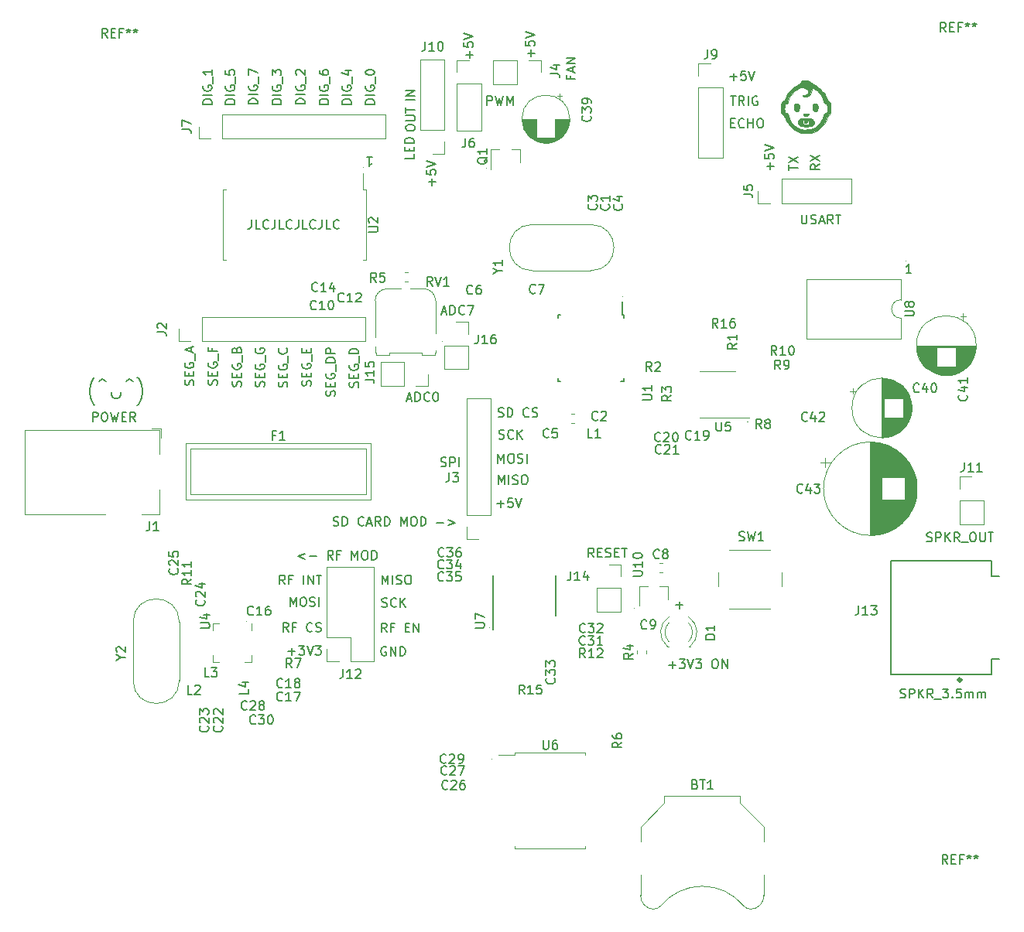
<source format=gbr>
G04 #@! TF.GenerationSoftware,KiCad,Pcbnew,(5.1.6)-1*
G04 #@! TF.CreationDate,2020-10-23T22:44:23-07:00*
G04 #@! TF.ProjectId,ReceiverCircuit,52656365-6976-4657-9243-697263756974,rev?*
G04 #@! TF.SameCoordinates,Original*
G04 #@! TF.FileFunction,Legend,Top*
G04 #@! TF.FilePolarity,Positive*
%FSLAX46Y46*%
G04 Gerber Fmt 4.6, Leading zero omitted, Abs format (unit mm)*
G04 Created by KiCad (PCBNEW (5.1.6)-1) date 2020-10-23 22:44:23*
%MOMM*%
%LPD*%
G01*
G04 APERTURE LIST*
%ADD10C,0.150000*%
%ADD11C,0.120000*%
%ADD12C,0.010000*%
%ADD13C,0.340000*%
%ADD14C,0.127000*%
G04 APERTURE END LIST*
D10*
X138475934Y-93587866D02*
X138952124Y-93587866D01*
X138380696Y-93873580D02*
X138714029Y-92873580D01*
X139047362Y-93873580D01*
X139380696Y-93873580D02*
X139380696Y-92873580D01*
X139618791Y-92873580D01*
X139761648Y-92921200D01*
X139856886Y-93016438D01*
X139904505Y-93111676D01*
X139952124Y-93302152D01*
X139952124Y-93445009D01*
X139904505Y-93635485D01*
X139856886Y-93730723D01*
X139761648Y-93825961D01*
X139618791Y-93873580D01*
X139380696Y-93873580D01*
X140952124Y-93778342D02*
X140904505Y-93825961D01*
X140761648Y-93873580D01*
X140666410Y-93873580D01*
X140523553Y-93825961D01*
X140428315Y-93730723D01*
X140380696Y-93635485D01*
X140333077Y-93445009D01*
X140333077Y-93302152D01*
X140380696Y-93111676D01*
X140428315Y-93016438D01*
X140523553Y-92921200D01*
X140666410Y-92873580D01*
X140761648Y-92873580D01*
X140904505Y-92921200D01*
X140952124Y-92968819D01*
X141571172Y-92873580D02*
X141666410Y-92873580D01*
X141761648Y-92921200D01*
X141809267Y-92968819D01*
X141856886Y-93064057D01*
X141904505Y-93254533D01*
X141904505Y-93492628D01*
X141856886Y-93683104D01*
X141809267Y-93778342D01*
X141761648Y-93825961D01*
X141666410Y-93873580D01*
X141571172Y-93873580D01*
X141475934Y-93825961D01*
X141428315Y-93778342D01*
X141380696Y-93683104D01*
X141333077Y-93492628D01*
X141333077Y-93254533D01*
X141380696Y-93064057D01*
X141428315Y-92968819D01*
X141475934Y-92921200D01*
X141571172Y-92873580D01*
X142283394Y-84073026D02*
X142759584Y-84073026D01*
X142188156Y-84358740D02*
X142521489Y-83358740D01*
X142854822Y-84358740D01*
X143188156Y-84358740D02*
X143188156Y-83358740D01*
X143426251Y-83358740D01*
X143569108Y-83406360D01*
X143664346Y-83501598D01*
X143711965Y-83596836D01*
X143759584Y-83787312D01*
X143759584Y-83930169D01*
X143711965Y-84120645D01*
X143664346Y-84215883D01*
X143569108Y-84311121D01*
X143426251Y-84358740D01*
X143188156Y-84358740D01*
X144759584Y-84263502D02*
X144711965Y-84311121D01*
X144569108Y-84358740D01*
X144473870Y-84358740D01*
X144331013Y-84311121D01*
X144235775Y-84215883D01*
X144188156Y-84120645D01*
X144140537Y-83930169D01*
X144140537Y-83787312D01*
X144188156Y-83596836D01*
X144235775Y-83501598D01*
X144331013Y-83406360D01*
X144473870Y-83358740D01*
X144569108Y-83358740D01*
X144711965Y-83406360D01*
X144759584Y-83453979D01*
X145092918Y-83358740D02*
X145759584Y-83358740D01*
X145331013Y-84358740D01*
X192426223Y-126287161D02*
X192569080Y-126334780D01*
X192807176Y-126334780D01*
X192902414Y-126287161D01*
X192950033Y-126239542D01*
X192997652Y-126144304D01*
X192997652Y-126049066D01*
X192950033Y-125953828D01*
X192902414Y-125906209D01*
X192807176Y-125858590D01*
X192616700Y-125810971D01*
X192521461Y-125763352D01*
X192473842Y-125715733D01*
X192426223Y-125620495D01*
X192426223Y-125525257D01*
X192473842Y-125430019D01*
X192521461Y-125382400D01*
X192616700Y-125334780D01*
X192854795Y-125334780D01*
X192997652Y-125382400D01*
X193426223Y-126334780D02*
X193426223Y-125334780D01*
X193807176Y-125334780D01*
X193902414Y-125382400D01*
X193950033Y-125430019D01*
X193997652Y-125525257D01*
X193997652Y-125668114D01*
X193950033Y-125763352D01*
X193902414Y-125810971D01*
X193807176Y-125858590D01*
X193426223Y-125858590D01*
X194426223Y-126334780D02*
X194426223Y-125334780D01*
X194997652Y-126334780D02*
X194569080Y-125763352D01*
X194997652Y-125334780D02*
X194426223Y-125906209D01*
X195997652Y-126334780D02*
X195664319Y-125858590D01*
X195426223Y-126334780D02*
X195426223Y-125334780D01*
X195807176Y-125334780D01*
X195902414Y-125382400D01*
X195950033Y-125430019D01*
X195997652Y-125525257D01*
X195997652Y-125668114D01*
X195950033Y-125763352D01*
X195902414Y-125810971D01*
X195807176Y-125858590D01*
X195426223Y-125858590D01*
X196188128Y-126430019D02*
X196950033Y-126430019D01*
X197092890Y-125334780D02*
X197711938Y-125334780D01*
X197378604Y-125715733D01*
X197521461Y-125715733D01*
X197616700Y-125763352D01*
X197664319Y-125810971D01*
X197711938Y-125906209D01*
X197711938Y-126144304D01*
X197664319Y-126239542D01*
X197616700Y-126287161D01*
X197521461Y-126334780D01*
X197235747Y-126334780D01*
X197140509Y-126287161D01*
X197092890Y-126239542D01*
X198140509Y-126239542D02*
X198188128Y-126287161D01*
X198140509Y-126334780D01*
X198092890Y-126287161D01*
X198140509Y-126239542D01*
X198140509Y-126334780D01*
X199092890Y-125334780D02*
X198616700Y-125334780D01*
X198569080Y-125810971D01*
X198616700Y-125763352D01*
X198711938Y-125715733D01*
X198950033Y-125715733D01*
X199045271Y-125763352D01*
X199092890Y-125810971D01*
X199140509Y-125906209D01*
X199140509Y-126144304D01*
X199092890Y-126239542D01*
X199045271Y-126287161D01*
X198950033Y-126334780D01*
X198711938Y-126334780D01*
X198616700Y-126287161D01*
X198569080Y-126239542D01*
X199569080Y-126334780D02*
X199569080Y-125668114D01*
X199569080Y-125763352D02*
X199616700Y-125715733D01*
X199711938Y-125668114D01*
X199854795Y-125668114D01*
X199950033Y-125715733D01*
X199997652Y-125810971D01*
X199997652Y-126334780D01*
X199997652Y-125810971D02*
X200045271Y-125715733D01*
X200140509Y-125668114D01*
X200283366Y-125668114D01*
X200378604Y-125715733D01*
X200426223Y-125810971D01*
X200426223Y-126334780D01*
X200902414Y-126334780D02*
X200902414Y-125668114D01*
X200902414Y-125763352D02*
X200950033Y-125715733D01*
X201045271Y-125668114D01*
X201188128Y-125668114D01*
X201283366Y-125715733D01*
X201330985Y-125810971D01*
X201330985Y-126334780D01*
X201330985Y-125810971D02*
X201378604Y-125715733D01*
X201473842Y-125668114D01*
X201616700Y-125668114D01*
X201711938Y-125715733D01*
X201759557Y-125810971D01*
X201759557Y-126334780D01*
X148468982Y-95525221D02*
X148611840Y-95572840D01*
X148849935Y-95572840D01*
X148945173Y-95525221D01*
X148992792Y-95477602D01*
X149040411Y-95382364D01*
X149040411Y-95287126D01*
X148992792Y-95191888D01*
X148945173Y-95144269D01*
X148849935Y-95096650D01*
X148659459Y-95049031D01*
X148564220Y-95001412D01*
X148516601Y-94953793D01*
X148468982Y-94858555D01*
X148468982Y-94763317D01*
X148516601Y-94668079D01*
X148564220Y-94620460D01*
X148659459Y-94572840D01*
X148897554Y-94572840D01*
X149040411Y-94620460D01*
X149468982Y-95572840D02*
X149468982Y-94572840D01*
X149707078Y-94572840D01*
X149849935Y-94620460D01*
X149945173Y-94715698D01*
X149992792Y-94810936D01*
X150040411Y-95001412D01*
X150040411Y-95144269D01*
X149992792Y-95334745D01*
X149945173Y-95429983D01*
X149849935Y-95525221D01*
X149707078Y-95572840D01*
X149468982Y-95572840D01*
X151802316Y-95477602D02*
X151754697Y-95525221D01*
X151611840Y-95572840D01*
X151516601Y-95572840D01*
X151373744Y-95525221D01*
X151278506Y-95429983D01*
X151230887Y-95334745D01*
X151183268Y-95144269D01*
X151183268Y-95001412D01*
X151230887Y-94810936D01*
X151278506Y-94715698D01*
X151373744Y-94620460D01*
X151516601Y-94572840D01*
X151611840Y-94572840D01*
X151754697Y-94620460D01*
X151802316Y-94668079D01*
X152183268Y-95525221D02*
X152326125Y-95572840D01*
X152564220Y-95572840D01*
X152659459Y-95525221D01*
X152707078Y-95477602D01*
X152754697Y-95382364D01*
X152754697Y-95287126D01*
X152707078Y-95191888D01*
X152659459Y-95144269D01*
X152564220Y-95096650D01*
X152373744Y-95049031D01*
X152278506Y-95001412D01*
X152230887Y-94953793D01*
X152183268Y-94858555D01*
X152183268Y-94763317D01*
X152230887Y-94668079D01*
X152278506Y-94620460D01*
X152373744Y-94572840D01*
X152611840Y-94572840D01*
X152754697Y-94620460D01*
D11*
X142406299Y-87274400D02*
G75*
G03*
X142406299Y-87274400I-57079J0D01*
G01*
D10*
X121469092Y-73986140D02*
X121469092Y-74700426D01*
X121421473Y-74843283D01*
X121326235Y-74938521D01*
X121183378Y-74986140D01*
X121088140Y-74986140D01*
X122421473Y-74986140D02*
X121945282Y-74986140D01*
X121945282Y-73986140D01*
X123326235Y-74890902D02*
X123278616Y-74938521D01*
X123135759Y-74986140D01*
X123040520Y-74986140D01*
X122897663Y-74938521D01*
X122802425Y-74843283D01*
X122754806Y-74748045D01*
X122707187Y-74557569D01*
X122707187Y-74414712D01*
X122754806Y-74224236D01*
X122802425Y-74128998D01*
X122897663Y-74033760D01*
X123040520Y-73986140D01*
X123135759Y-73986140D01*
X123278616Y-74033760D01*
X123326235Y-74081379D01*
X124040520Y-73986140D02*
X124040520Y-74700426D01*
X123992901Y-74843283D01*
X123897663Y-74938521D01*
X123754806Y-74986140D01*
X123659568Y-74986140D01*
X124992901Y-74986140D02*
X124516711Y-74986140D01*
X124516711Y-73986140D01*
X125897663Y-74890902D02*
X125850044Y-74938521D01*
X125707187Y-74986140D01*
X125611949Y-74986140D01*
X125469092Y-74938521D01*
X125373854Y-74843283D01*
X125326235Y-74748045D01*
X125278616Y-74557569D01*
X125278616Y-74414712D01*
X125326235Y-74224236D01*
X125373854Y-74128998D01*
X125469092Y-74033760D01*
X125611949Y-73986140D01*
X125707187Y-73986140D01*
X125850044Y-74033760D01*
X125897663Y-74081379D01*
X126611949Y-73986140D02*
X126611949Y-74700426D01*
X126564330Y-74843283D01*
X126469092Y-74938521D01*
X126326235Y-74986140D01*
X126230997Y-74986140D01*
X127564330Y-74986140D02*
X127088140Y-74986140D01*
X127088140Y-73986140D01*
X128469092Y-74890902D02*
X128421473Y-74938521D01*
X128278616Y-74986140D01*
X128183378Y-74986140D01*
X128040520Y-74938521D01*
X127945282Y-74843283D01*
X127897663Y-74748045D01*
X127850044Y-74557569D01*
X127850044Y-74414712D01*
X127897663Y-74224236D01*
X127945282Y-74128998D01*
X128040520Y-74033760D01*
X128183378Y-73986140D01*
X128278616Y-73986140D01*
X128421473Y-74033760D01*
X128469092Y-74081379D01*
X129183378Y-73986140D02*
X129183378Y-74700426D01*
X129135759Y-74843283D01*
X129040520Y-74938521D01*
X128897663Y-74986140D01*
X128802425Y-74986140D01*
X130135759Y-74986140D02*
X129659568Y-74986140D01*
X129659568Y-73986140D01*
X131040520Y-74890902D02*
X130992901Y-74938521D01*
X130850044Y-74986140D01*
X130754806Y-74986140D01*
X130611949Y-74938521D01*
X130516711Y-74843283D01*
X130469092Y-74748045D01*
X130421473Y-74557569D01*
X130421473Y-74414712D01*
X130469092Y-74224236D01*
X130516711Y-74128998D01*
X130611949Y-74033760D01*
X130754806Y-73986140D01*
X130850044Y-73986140D01*
X130992901Y-74033760D01*
X131040520Y-74081379D01*
D11*
X175756499Y-96108520D02*
G75*
G03*
X175756499Y-96108520I-57079J0D01*
G01*
X147189119Y-68326000D02*
G75*
G03*
X147189119Y-68326000I-57079J0D01*
G01*
X147763159Y-133062980D02*
G75*
G03*
X147763159Y-133062980I-57079J0D01*
G01*
X193074219Y-78521560D02*
G75*
G03*
X193074219Y-78521560I-57079J0D01*
G01*
X163414639Y-116479320D02*
G75*
G03*
X163414639Y-116479320I-57079J0D01*
G01*
X147529479Y-118620540D02*
G75*
G03*
X147529479Y-118620540I-57079J0D01*
G01*
X120958539Y-117937280D02*
G75*
G03*
X120958539Y-117937280I-57079J0D01*
G01*
X162078599Y-82428080D02*
G75*
G03*
X162078599Y-82428080I-57079J0D01*
G01*
D10*
X158913059Y-110922060D02*
X158579725Y-110445870D01*
X158341630Y-110922060D02*
X158341630Y-109922060D01*
X158722582Y-109922060D01*
X158817820Y-109969680D01*
X158865440Y-110017299D01*
X158913059Y-110112537D01*
X158913059Y-110255394D01*
X158865440Y-110350632D01*
X158817820Y-110398251D01*
X158722582Y-110445870D01*
X158341630Y-110445870D01*
X159341630Y-110398251D02*
X159674963Y-110398251D01*
X159817820Y-110922060D02*
X159341630Y-110922060D01*
X159341630Y-109922060D01*
X159817820Y-109922060D01*
X160198773Y-110874441D02*
X160341630Y-110922060D01*
X160579725Y-110922060D01*
X160674963Y-110874441D01*
X160722582Y-110826822D01*
X160770201Y-110731584D01*
X160770201Y-110636346D01*
X160722582Y-110541108D01*
X160674963Y-110493489D01*
X160579725Y-110445870D01*
X160389249Y-110398251D01*
X160294011Y-110350632D01*
X160246392Y-110303013D01*
X160198773Y-110207775D01*
X160198773Y-110112537D01*
X160246392Y-110017299D01*
X160294011Y-109969680D01*
X160389249Y-109922060D01*
X160627344Y-109922060D01*
X160770201Y-109969680D01*
X161198773Y-110398251D02*
X161532106Y-110398251D01*
X161674963Y-110922060D02*
X161198773Y-110922060D01*
X161198773Y-109922060D01*
X161674963Y-109922060D01*
X161960678Y-109922060D02*
X162532106Y-109922060D01*
X162246392Y-110922060D02*
X162246392Y-109922060D01*
D11*
X133724579Y-68244720D02*
G75*
G03*
X133724579Y-68244720I-57079J0D01*
G01*
D10*
X104321266Y-94272526D02*
X104226028Y-94177288D01*
X104035552Y-93891574D01*
X103940314Y-93701098D01*
X103845076Y-93415383D01*
X103749838Y-92939193D01*
X103749838Y-92558240D01*
X103845076Y-92082050D01*
X103940314Y-91796336D01*
X104035552Y-91605860D01*
X104226028Y-91320145D01*
X104321266Y-91224907D01*
X104797457Y-91701098D02*
X105178409Y-91415383D01*
X105559361Y-91701098D01*
X106130790Y-92843955D02*
X106130790Y-93129669D01*
X106226028Y-93320145D01*
X106321266Y-93415383D01*
X106511742Y-93510621D01*
X106797457Y-93510621D01*
X106987933Y-93415383D01*
X107083171Y-93320145D01*
X107178409Y-93129669D01*
X107178409Y-92843955D01*
X107749838Y-91701098D02*
X108130790Y-91415383D01*
X108511742Y-91701098D01*
X108987933Y-94272526D02*
X109083171Y-94177288D01*
X109273647Y-93891574D01*
X109368885Y-93701098D01*
X109464123Y-93415383D01*
X109559361Y-92939193D01*
X109559361Y-92558240D01*
X109464123Y-92082050D01*
X109368885Y-91796336D01*
X109273647Y-91605860D01*
X109083171Y-91320145D01*
X108987933Y-91224907D01*
X142191550Y-100958281D02*
X142334407Y-101005900D01*
X142572502Y-101005900D01*
X142667740Y-100958281D01*
X142715360Y-100910662D01*
X142762979Y-100815424D01*
X142762979Y-100720186D01*
X142715360Y-100624948D01*
X142667740Y-100577329D01*
X142572502Y-100529710D01*
X142382026Y-100482091D01*
X142286788Y-100434472D01*
X142239169Y-100386853D01*
X142191550Y-100291615D01*
X142191550Y-100196377D01*
X142239169Y-100101139D01*
X142286788Y-100053520D01*
X142382026Y-100005900D01*
X142620121Y-100005900D01*
X142762979Y-100053520D01*
X143191550Y-101005900D02*
X143191550Y-100005900D01*
X143572502Y-100005900D01*
X143667740Y-100053520D01*
X143715360Y-100101139D01*
X143762979Y-100196377D01*
X143762979Y-100339234D01*
X143715360Y-100434472D01*
X143667740Y-100482091D01*
X143572502Y-100529710D01*
X143191550Y-100529710D01*
X144191550Y-101005900D02*
X144191550Y-100005900D01*
X119634260Y-61318542D02*
X118634260Y-61318542D01*
X118634260Y-61080447D01*
X118681880Y-60937590D01*
X118777118Y-60842352D01*
X118872356Y-60794733D01*
X119062832Y-60747114D01*
X119205689Y-60747114D01*
X119396165Y-60794733D01*
X119491403Y-60842352D01*
X119586641Y-60937590D01*
X119634260Y-61080447D01*
X119634260Y-61318542D01*
X119634260Y-60318542D02*
X118634260Y-60318542D01*
X118681880Y-59318542D02*
X118634260Y-59413780D01*
X118634260Y-59556638D01*
X118681880Y-59699495D01*
X118777118Y-59794733D01*
X118872356Y-59842352D01*
X119062832Y-59889971D01*
X119205689Y-59889971D01*
X119396165Y-59842352D01*
X119491403Y-59794733D01*
X119586641Y-59699495D01*
X119634260Y-59556638D01*
X119634260Y-59461400D01*
X119586641Y-59318542D01*
X119539022Y-59270923D01*
X119205689Y-59270923D01*
X119205689Y-59461400D01*
X119729499Y-59080447D02*
X119729499Y-58318542D01*
X118634260Y-57604257D02*
X118634260Y-58080447D01*
X119110451Y-58128066D01*
X119062832Y-58080447D01*
X119015213Y-57985209D01*
X119015213Y-57747114D01*
X119062832Y-57651876D01*
X119110451Y-57604257D01*
X119205689Y-57556638D01*
X119443784Y-57556638D01*
X119539022Y-57604257D01*
X119586641Y-57651876D01*
X119634260Y-57747114D01*
X119634260Y-57985209D01*
X119586641Y-58080447D01*
X119539022Y-58128066D01*
X117157760Y-61318542D02*
X116157760Y-61318542D01*
X116157760Y-61080447D01*
X116205380Y-60937590D01*
X116300618Y-60842352D01*
X116395856Y-60794733D01*
X116586332Y-60747114D01*
X116729189Y-60747114D01*
X116919665Y-60794733D01*
X117014903Y-60842352D01*
X117110141Y-60937590D01*
X117157760Y-61080447D01*
X117157760Y-61318542D01*
X117157760Y-60318542D02*
X116157760Y-60318542D01*
X116205380Y-59318542D02*
X116157760Y-59413780D01*
X116157760Y-59556638D01*
X116205380Y-59699495D01*
X116300618Y-59794733D01*
X116395856Y-59842352D01*
X116586332Y-59889971D01*
X116729189Y-59889971D01*
X116919665Y-59842352D01*
X117014903Y-59794733D01*
X117110141Y-59699495D01*
X117157760Y-59556638D01*
X117157760Y-59461400D01*
X117110141Y-59318542D01*
X117062522Y-59270923D01*
X116729189Y-59270923D01*
X116729189Y-59461400D01*
X117252999Y-59080447D02*
X117252999Y-58318542D01*
X117157760Y-57556638D02*
X117157760Y-58128066D01*
X117157760Y-57842352D02*
X116157760Y-57842352D01*
X116300618Y-57937590D01*
X116395856Y-58032828D01*
X116443475Y-58128066D01*
X122141240Y-61288062D02*
X121141240Y-61288062D01*
X121141240Y-61049967D01*
X121188860Y-60907110D01*
X121284098Y-60811872D01*
X121379336Y-60764253D01*
X121569812Y-60716634D01*
X121712669Y-60716634D01*
X121903145Y-60764253D01*
X121998383Y-60811872D01*
X122093621Y-60907110D01*
X122141240Y-61049967D01*
X122141240Y-61288062D01*
X122141240Y-60288062D02*
X121141240Y-60288062D01*
X121188860Y-59288062D02*
X121141240Y-59383300D01*
X121141240Y-59526158D01*
X121188860Y-59669015D01*
X121284098Y-59764253D01*
X121379336Y-59811872D01*
X121569812Y-59859491D01*
X121712669Y-59859491D01*
X121903145Y-59811872D01*
X121998383Y-59764253D01*
X122093621Y-59669015D01*
X122141240Y-59526158D01*
X122141240Y-59430920D01*
X122093621Y-59288062D01*
X122046002Y-59240443D01*
X121712669Y-59240443D01*
X121712669Y-59430920D01*
X122236479Y-59049967D02*
X122236479Y-58288062D01*
X121141240Y-58145205D02*
X121141240Y-57478539D01*
X122141240Y-57907110D01*
X124737120Y-61318542D02*
X123737120Y-61318542D01*
X123737120Y-61080447D01*
X123784740Y-60937590D01*
X123879978Y-60842352D01*
X123975216Y-60794733D01*
X124165692Y-60747114D01*
X124308549Y-60747114D01*
X124499025Y-60794733D01*
X124594263Y-60842352D01*
X124689501Y-60937590D01*
X124737120Y-61080447D01*
X124737120Y-61318542D01*
X124737120Y-60318542D02*
X123737120Y-60318542D01*
X123784740Y-59318542D02*
X123737120Y-59413780D01*
X123737120Y-59556638D01*
X123784740Y-59699495D01*
X123879978Y-59794733D01*
X123975216Y-59842352D01*
X124165692Y-59889971D01*
X124308549Y-59889971D01*
X124499025Y-59842352D01*
X124594263Y-59794733D01*
X124689501Y-59699495D01*
X124737120Y-59556638D01*
X124737120Y-59461400D01*
X124689501Y-59318542D01*
X124641882Y-59270923D01*
X124308549Y-59270923D01*
X124308549Y-59461400D01*
X124832359Y-59080447D02*
X124832359Y-58318542D01*
X123737120Y-58175685D02*
X123737120Y-57556638D01*
X124118073Y-57889971D01*
X124118073Y-57747114D01*
X124165692Y-57651876D01*
X124213311Y-57604257D01*
X124308549Y-57556638D01*
X124546644Y-57556638D01*
X124641882Y-57604257D01*
X124689501Y-57651876D01*
X124737120Y-57747114D01*
X124737120Y-58032828D01*
X124689501Y-58128066D01*
X124641882Y-58175685D01*
X127333000Y-61288062D02*
X126333000Y-61288062D01*
X126333000Y-61049967D01*
X126380620Y-60907110D01*
X126475858Y-60811872D01*
X126571096Y-60764253D01*
X126761572Y-60716634D01*
X126904429Y-60716634D01*
X127094905Y-60764253D01*
X127190143Y-60811872D01*
X127285381Y-60907110D01*
X127333000Y-61049967D01*
X127333000Y-61288062D01*
X127333000Y-60288062D02*
X126333000Y-60288062D01*
X126380620Y-59288062D02*
X126333000Y-59383300D01*
X126333000Y-59526158D01*
X126380620Y-59669015D01*
X126475858Y-59764253D01*
X126571096Y-59811872D01*
X126761572Y-59859491D01*
X126904429Y-59859491D01*
X127094905Y-59811872D01*
X127190143Y-59764253D01*
X127285381Y-59669015D01*
X127333000Y-59526158D01*
X127333000Y-59430920D01*
X127285381Y-59288062D01*
X127237762Y-59240443D01*
X126904429Y-59240443D01*
X126904429Y-59430920D01*
X127428239Y-59049967D02*
X127428239Y-58288062D01*
X126428239Y-58097586D02*
X126380620Y-58049967D01*
X126333000Y-57954729D01*
X126333000Y-57716634D01*
X126380620Y-57621396D01*
X126428239Y-57573777D01*
X126523477Y-57526158D01*
X126618715Y-57526158D01*
X126761572Y-57573777D01*
X127333000Y-58145205D01*
X127333000Y-57526158D01*
X129898400Y-61318542D02*
X128898400Y-61318542D01*
X128898400Y-61080447D01*
X128946020Y-60937590D01*
X129041258Y-60842352D01*
X129136496Y-60794733D01*
X129326972Y-60747114D01*
X129469829Y-60747114D01*
X129660305Y-60794733D01*
X129755543Y-60842352D01*
X129850781Y-60937590D01*
X129898400Y-61080447D01*
X129898400Y-61318542D01*
X129898400Y-60318542D02*
X128898400Y-60318542D01*
X128946020Y-59318542D02*
X128898400Y-59413780D01*
X128898400Y-59556638D01*
X128946020Y-59699495D01*
X129041258Y-59794733D01*
X129136496Y-59842352D01*
X129326972Y-59889971D01*
X129469829Y-59889971D01*
X129660305Y-59842352D01*
X129755543Y-59794733D01*
X129850781Y-59699495D01*
X129898400Y-59556638D01*
X129898400Y-59461400D01*
X129850781Y-59318542D01*
X129803162Y-59270923D01*
X129469829Y-59270923D01*
X129469829Y-59461400D01*
X129993639Y-59080447D02*
X129993639Y-58318542D01*
X128898400Y-57651876D02*
X128898400Y-57842352D01*
X128946020Y-57937590D01*
X128993639Y-57985209D01*
X129136496Y-58080447D01*
X129326972Y-58128066D01*
X129707924Y-58128066D01*
X129803162Y-58080447D01*
X129850781Y-58032828D01*
X129898400Y-57937590D01*
X129898400Y-57747114D01*
X129850781Y-57651876D01*
X129803162Y-57604257D01*
X129707924Y-57556638D01*
X129469829Y-57556638D01*
X129374591Y-57604257D01*
X129326972Y-57651876D01*
X129279353Y-57747114D01*
X129279353Y-57937590D01*
X129326972Y-58032828D01*
X129374591Y-58080447D01*
X129469829Y-58128066D01*
X132374900Y-61318542D02*
X131374900Y-61318542D01*
X131374900Y-61080447D01*
X131422520Y-60937590D01*
X131517758Y-60842352D01*
X131612996Y-60794733D01*
X131803472Y-60747114D01*
X131946329Y-60747114D01*
X132136805Y-60794733D01*
X132232043Y-60842352D01*
X132327281Y-60937590D01*
X132374900Y-61080447D01*
X132374900Y-61318542D01*
X132374900Y-60318542D02*
X131374900Y-60318542D01*
X131422520Y-59318542D02*
X131374900Y-59413780D01*
X131374900Y-59556638D01*
X131422520Y-59699495D01*
X131517758Y-59794733D01*
X131612996Y-59842352D01*
X131803472Y-59889971D01*
X131946329Y-59889971D01*
X132136805Y-59842352D01*
X132232043Y-59794733D01*
X132327281Y-59699495D01*
X132374900Y-59556638D01*
X132374900Y-59461400D01*
X132327281Y-59318542D01*
X132279662Y-59270923D01*
X131946329Y-59270923D01*
X131946329Y-59461400D01*
X132470139Y-59080447D02*
X132470139Y-58318542D01*
X131708234Y-57651876D02*
X132374900Y-57651876D01*
X131327281Y-57889971D02*
X132041567Y-58128066D01*
X132041567Y-57509019D01*
X134942840Y-61318542D02*
X133942840Y-61318542D01*
X133942840Y-61080447D01*
X133990460Y-60937590D01*
X134085698Y-60842352D01*
X134180936Y-60794733D01*
X134371412Y-60747114D01*
X134514269Y-60747114D01*
X134704745Y-60794733D01*
X134799983Y-60842352D01*
X134895221Y-60937590D01*
X134942840Y-61080447D01*
X134942840Y-61318542D01*
X134942840Y-60318542D02*
X133942840Y-60318542D01*
X133990460Y-59318542D02*
X133942840Y-59413780D01*
X133942840Y-59556638D01*
X133990460Y-59699495D01*
X134085698Y-59794733D01*
X134180936Y-59842352D01*
X134371412Y-59889971D01*
X134514269Y-59889971D01*
X134704745Y-59842352D01*
X134799983Y-59794733D01*
X134895221Y-59699495D01*
X134942840Y-59556638D01*
X134942840Y-59461400D01*
X134895221Y-59318542D01*
X134847602Y-59270923D01*
X134514269Y-59270923D01*
X134514269Y-59461400D01*
X135038079Y-59080447D02*
X135038079Y-58318542D01*
X133942840Y-57889971D02*
X133942840Y-57794733D01*
X133990460Y-57699495D01*
X134038079Y-57651876D01*
X134133317Y-57604257D01*
X134323793Y-57556638D01*
X134561888Y-57556638D01*
X134752364Y-57604257D01*
X134847602Y-57651876D01*
X134895221Y-57699495D01*
X134942840Y-57794733D01*
X134942840Y-57889971D01*
X134895221Y-57985209D01*
X134847602Y-58032828D01*
X134752364Y-58080447D01*
X134561888Y-58128066D01*
X134323793Y-58128066D01*
X134133317Y-58080447D01*
X134038079Y-58032828D01*
X133990460Y-57985209D01*
X133942840Y-57889971D01*
X167878807Y-116167208D02*
X168640712Y-116167208D01*
X168259760Y-116548160D02*
X168259760Y-115786256D01*
X104111396Y-96070680D02*
X104111396Y-95070680D01*
X104492348Y-95070680D01*
X104587586Y-95118300D01*
X104635205Y-95165919D01*
X104682824Y-95261157D01*
X104682824Y-95404014D01*
X104635205Y-95499252D01*
X104587586Y-95546871D01*
X104492348Y-95594490D01*
X104111396Y-95594490D01*
X105301872Y-95070680D02*
X105492348Y-95070680D01*
X105587586Y-95118300D01*
X105682824Y-95213538D01*
X105730443Y-95404014D01*
X105730443Y-95737347D01*
X105682824Y-95927823D01*
X105587586Y-96023061D01*
X105492348Y-96070680D01*
X105301872Y-96070680D01*
X105206634Y-96023061D01*
X105111396Y-95927823D01*
X105063777Y-95737347D01*
X105063777Y-95404014D01*
X105111396Y-95213538D01*
X105206634Y-95118300D01*
X105301872Y-95070680D01*
X106063777Y-95070680D02*
X106301872Y-96070680D01*
X106492348Y-95356395D01*
X106682824Y-96070680D01*
X106920920Y-95070680D01*
X107301872Y-95546871D02*
X107635205Y-95546871D01*
X107778062Y-96070680D02*
X107301872Y-96070680D01*
X107301872Y-95070680D01*
X107778062Y-95070680D01*
X108778062Y-96070680D02*
X108444729Y-95594490D01*
X108206634Y-96070680D02*
X108206634Y-95070680D01*
X108587586Y-95070680D01*
X108682824Y-95118300D01*
X108730443Y-95165919D01*
X108778062Y-95261157D01*
X108778062Y-95404014D01*
X108730443Y-95499252D01*
X108682824Y-95546871D01*
X108587586Y-95594490D01*
X108206634Y-95594490D01*
X139232900Y-66809857D02*
X139232900Y-67286047D01*
X138232900Y-67286047D01*
X138709091Y-66476523D02*
X138709091Y-66143190D01*
X139232900Y-66000333D02*
X139232900Y-66476523D01*
X138232900Y-66476523D01*
X138232900Y-66000333D01*
X139232900Y-65571761D02*
X138232900Y-65571761D01*
X138232900Y-65333666D01*
X138280520Y-65190809D01*
X138375758Y-65095571D01*
X138470996Y-65047952D01*
X138661472Y-65000333D01*
X138804329Y-65000333D01*
X138994805Y-65047952D01*
X139090043Y-65095571D01*
X139185281Y-65190809D01*
X139232900Y-65333666D01*
X139232900Y-65571761D01*
X141242088Y-70234014D02*
X141242088Y-69472109D01*
X141623040Y-69853061D02*
X140861136Y-69853061D01*
X140623040Y-68519728D02*
X140623040Y-68995919D01*
X141099231Y-69043538D01*
X141051612Y-68995919D01*
X141003993Y-68900680D01*
X141003993Y-68662585D01*
X141051612Y-68567347D01*
X141099231Y-68519728D01*
X141194469Y-68472109D01*
X141432564Y-68472109D01*
X141527802Y-68519728D01*
X141575421Y-68567347D01*
X141623040Y-68662585D01*
X141623040Y-68900680D01*
X141575421Y-68995919D01*
X141527802Y-69043538D01*
X140623040Y-68186395D02*
X141623040Y-67853061D01*
X140623040Y-67519728D01*
X138349740Y-64009780D02*
X138349740Y-63819303D01*
X138397360Y-63724065D01*
X138492598Y-63628827D01*
X138683074Y-63581208D01*
X139016407Y-63581208D01*
X139206883Y-63628827D01*
X139302121Y-63724065D01*
X139349740Y-63819303D01*
X139349740Y-64009780D01*
X139302121Y-64105018D01*
X139206883Y-64200256D01*
X139016407Y-64247875D01*
X138683074Y-64247875D01*
X138492598Y-64200256D01*
X138397360Y-64105018D01*
X138349740Y-64009780D01*
X138349740Y-63152637D02*
X139159264Y-63152637D01*
X139254502Y-63105018D01*
X139302121Y-63057399D01*
X139349740Y-62962160D01*
X139349740Y-62771684D01*
X139302121Y-62676446D01*
X139254502Y-62628827D01*
X139159264Y-62581208D01*
X138349740Y-62581208D01*
X138349740Y-62247875D02*
X138349740Y-61676446D01*
X139349740Y-61962160D02*
X138349740Y-61962160D01*
X139311640Y-60869129D02*
X138311640Y-60869129D01*
X139311640Y-60392939D02*
X138311640Y-60392939D01*
X139311640Y-59821510D01*
X138311640Y-59821510D01*
X147258898Y-61432700D02*
X147258898Y-60432700D01*
X147639850Y-60432700D01*
X147735088Y-60480320D01*
X147782707Y-60527939D01*
X147830326Y-60623177D01*
X147830326Y-60766034D01*
X147782707Y-60861272D01*
X147735088Y-60908891D01*
X147639850Y-60956510D01*
X147258898Y-60956510D01*
X148163660Y-60432700D02*
X148401755Y-61432700D01*
X148592231Y-60718415D01*
X148782707Y-61432700D01*
X149020802Y-60432700D01*
X149401755Y-61432700D02*
X149401755Y-60432700D01*
X149735088Y-61146986D01*
X150068421Y-60432700D01*
X150068421Y-61432700D01*
X145326408Y-56284334D02*
X145326408Y-55522429D01*
X145707360Y-55903381D02*
X144945456Y-55903381D01*
X144707360Y-54570048D02*
X144707360Y-55046239D01*
X145183551Y-55093858D01*
X145135932Y-55046239D01*
X145088313Y-54951000D01*
X145088313Y-54712905D01*
X145135932Y-54617667D01*
X145183551Y-54570048D01*
X145278789Y-54522429D01*
X145516884Y-54522429D01*
X145612122Y-54570048D01*
X145659741Y-54617667D01*
X145707360Y-54712905D01*
X145707360Y-54951000D01*
X145659741Y-55046239D01*
X145612122Y-55093858D01*
X144707360Y-54236715D02*
X145707360Y-53903381D01*
X144707360Y-53570048D01*
X152059948Y-56134474D02*
X152059948Y-55372569D01*
X152440900Y-55753521D02*
X151678996Y-55753521D01*
X151440900Y-54420188D02*
X151440900Y-54896379D01*
X151917091Y-54943998D01*
X151869472Y-54896379D01*
X151821853Y-54801140D01*
X151821853Y-54563045D01*
X151869472Y-54467807D01*
X151917091Y-54420188D01*
X152012329Y-54372569D01*
X152250424Y-54372569D01*
X152345662Y-54420188D01*
X152393281Y-54467807D01*
X152440900Y-54563045D01*
X152440900Y-54801140D01*
X152393281Y-54896379D01*
X152345662Y-54943998D01*
X151440900Y-54086855D02*
X152440900Y-53753521D01*
X151440900Y-53420188D01*
X156382411Y-58264323D02*
X156382411Y-58597657D01*
X156906220Y-58597657D02*
X155906220Y-58597657D01*
X155906220Y-58121466D01*
X156620506Y-57788133D02*
X156620506Y-57311942D01*
X156906220Y-57883371D02*
X155906220Y-57550038D01*
X156906220Y-57216704D01*
X156906220Y-56883371D02*
X155906220Y-56883371D01*
X156906220Y-56311942D01*
X155906220Y-56311942D01*
X130416183Y-107458141D02*
X130559040Y-107505760D01*
X130797136Y-107505760D01*
X130892374Y-107458141D01*
X130939993Y-107410522D01*
X130987612Y-107315284D01*
X130987612Y-107220046D01*
X130939993Y-107124808D01*
X130892374Y-107077189D01*
X130797136Y-107029570D01*
X130606660Y-106981951D01*
X130511421Y-106934332D01*
X130463802Y-106886713D01*
X130416183Y-106791475D01*
X130416183Y-106696237D01*
X130463802Y-106600999D01*
X130511421Y-106553380D01*
X130606660Y-106505760D01*
X130844755Y-106505760D01*
X130987612Y-106553380D01*
X131416183Y-107505760D02*
X131416183Y-106505760D01*
X131654279Y-106505760D01*
X131797136Y-106553380D01*
X131892374Y-106648618D01*
X131939993Y-106743856D01*
X131987612Y-106934332D01*
X131987612Y-107077189D01*
X131939993Y-107267665D01*
X131892374Y-107362903D01*
X131797136Y-107458141D01*
X131654279Y-107505760D01*
X131416183Y-107505760D01*
X133749517Y-107410522D02*
X133701898Y-107458141D01*
X133559040Y-107505760D01*
X133463802Y-107505760D01*
X133320945Y-107458141D01*
X133225707Y-107362903D01*
X133178088Y-107267665D01*
X133130469Y-107077189D01*
X133130469Y-106934332D01*
X133178088Y-106743856D01*
X133225707Y-106648618D01*
X133320945Y-106553380D01*
X133463802Y-106505760D01*
X133559040Y-106505760D01*
X133701898Y-106553380D01*
X133749517Y-106600999D01*
X134130469Y-107220046D02*
X134606660Y-107220046D01*
X134035231Y-107505760D02*
X134368564Y-106505760D01*
X134701898Y-107505760D01*
X135606660Y-107505760D02*
X135273326Y-107029570D01*
X135035231Y-107505760D02*
X135035231Y-106505760D01*
X135416183Y-106505760D01*
X135511421Y-106553380D01*
X135559040Y-106600999D01*
X135606660Y-106696237D01*
X135606660Y-106839094D01*
X135559040Y-106934332D01*
X135511421Y-106981951D01*
X135416183Y-107029570D01*
X135035231Y-107029570D01*
X136035231Y-107505760D02*
X136035231Y-106505760D01*
X136273326Y-106505760D01*
X136416183Y-106553380D01*
X136511421Y-106648618D01*
X136559040Y-106743856D01*
X136606660Y-106934332D01*
X136606660Y-107077189D01*
X136559040Y-107267665D01*
X136511421Y-107362903D01*
X136416183Y-107458141D01*
X136273326Y-107505760D01*
X136035231Y-107505760D01*
X137797136Y-107505760D02*
X137797136Y-106505760D01*
X138130469Y-107220046D01*
X138463802Y-106505760D01*
X138463802Y-107505760D01*
X139130469Y-106505760D02*
X139320945Y-106505760D01*
X139416183Y-106553380D01*
X139511421Y-106648618D01*
X139559040Y-106839094D01*
X139559040Y-107172427D01*
X139511421Y-107362903D01*
X139416183Y-107458141D01*
X139320945Y-107505760D01*
X139130469Y-107505760D01*
X139035231Y-107458141D01*
X138939993Y-107362903D01*
X138892374Y-107172427D01*
X138892374Y-106839094D01*
X138939993Y-106648618D01*
X139035231Y-106553380D01*
X139130469Y-106505760D01*
X139987612Y-107505760D02*
X139987612Y-106505760D01*
X140225707Y-106505760D01*
X140368564Y-106553380D01*
X140463802Y-106648618D01*
X140511421Y-106743856D01*
X140559040Y-106934332D01*
X140559040Y-107077189D01*
X140511421Y-107267665D01*
X140463802Y-107362903D01*
X140368564Y-107458141D01*
X140225707Y-107505760D01*
X139987612Y-107505760D01*
X141749517Y-107124808D02*
X142511421Y-107124808D01*
X142987612Y-106839094D02*
X143749517Y-107124808D01*
X142987612Y-107410522D01*
X125506029Y-119080540D02*
X125172696Y-118604350D01*
X124934600Y-119080540D02*
X124934600Y-118080540D01*
X125315553Y-118080540D01*
X125410791Y-118128160D01*
X125458410Y-118175779D01*
X125506029Y-118271017D01*
X125506029Y-118413874D01*
X125458410Y-118509112D01*
X125410791Y-118556731D01*
X125315553Y-118604350D01*
X124934600Y-118604350D01*
X126267934Y-118556731D02*
X125934600Y-118556731D01*
X125934600Y-119080540D02*
X125934600Y-118080540D01*
X126410791Y-118080540D01*
X128125077Y-118985302D02*
X128077458Y-119032921D01*
X127934600Y-119080540D01*
X127839362Y-119080540D01*
X127696505Y-119032921D01*
X127601267Y-118937683D01*
X127553648Y-118842445D01*
X127506029Y-118651969D01*
X127506029Y-118509112D01*
X127553648Y-118318636D01*
X127601267Y-118223398D01*
X127696505Y-118128160D01*
X127839362Y-118080540D01*
X127934600Y-118080540D01*
X128077458Y-118128160D01*
X128125077Y-118175779D01*
X128506029Y-119032921D02*
X128648886Y-119080540D01*
X128886981Y-119080540D01*
X128982220Y-119032921D01*
X129029839Y-118985302D01*
X129077458Y-118890064D01*
X129077458Y-118794826D01*
X129029839Y-118699588D01*
X128982220Y-118651969D01*
X128886981Y-118604350D01*
X128696505Y-118556731D01*
X128601267Y-118509112D01*
X128553648Y-118461493D01*
X128506029Y-118366255D01*
X128506029Y-118271017D01*
X128553648Y-118175779D01*
X128601267Y-118128160D01*
X128696505Y-118080540D01*
X128934600Y-118080540D01*
X129077458Y-118128160D01*
X125705431Y-116301780D02*
X125705431Y-115301780D01*
X126038764Y-116016066D01*
X126372098Y-115301780D01*
X126372098Y-116301780D01*
X127038764Y-115301780D02*
X127229240Y-115301780D01*
X127324479Y-115349400D01*
X127419717Y-115444638D01*
X127467336Y-115635114D01*
X127467336Y-115968447D01*
X127419717Y-116158923D01*
X127324479Y-116254161D01*
X127229240Y-116301780D01*
X127038764Y-116301780D01*
X126943526Y-116254161D01*
X126848288Y-116158923D01*
X126800669Y-115968447D01*
X126800669Y-115635114D01*
X126848288Y-115444638D01*
X126943526Y-115349400D01*
X127038764Y-115301780D01*
X127848288Y-116254161D02*
X127991145Y-116301780D01*
X128229240Y-116301780D01*
X128324479Y-116254161D01*
X128372098Y-116206542D01*
X128419717Y-116111304D01*
X128419717Y-116016066D01*
X128372098Y-115920828D01*
X128324479Y-115873209D01*
X128229240Y-115825590D01*
X128038764Y-115777971D01*
X127943526Y-115730352D01*
X127895907Y-115682733D01*
X127848288Y-115587495D01*
X127848288Y-115492257D01*
X127895907Y-115397019D01*
X127943526Y-115349400D01*
X128038764Y-115301780D01*
X128276860Y-115301780D01*
X128419717Y-115349400D01*
X128848288Y-116301780D02*
X128848288Y-115301780D01*
X125126002Y-113888780D02*
X124792669Y-113412590D01*
X124554574Y-113888780D02*
X124554574Y-112888780D01*
X124935526Y-112888780D01*
X125030764Y-112936400D01*
X125078383Y-112984019D01*
X125126002Y-113079257D01*
X125126002Y-113222114D01*
X125078383Y-113317352D01*
X125030764Y-113364971D01*
X124935526Y-113412590D01*
X124554574Y-113412590D01*
X125887907Y-113364971D02*
X125554574Y-113364971D01*
X125554574Y-113888780D02*
X125554574Y-112888780D01*
X126030764Y-112888780D01*
X127173621Y-113888780D02*
X127173621Y-112888780D01*
X127649812Y-113888780D02*
X127649812Y-112888780D01*
X128221240Y-113888780D01*
X128221240Y-112888780D01*
X128554574Y-112888780D02*
X129126002Y-112888780D01*
X128840288Y-113888780D02*
X128840288Y-112888780D01*
X136260389Y-119131340D02*
X135927056Y-118655150D01*
X135688960Y-119131340D02*
X135688960Y-118131340D01*
X136069913Y-118131340D01*
X136165151Y-118178960D01*
X136212770Y-118226579D01*
X136260389Y-118321817D01*
X136260389Y-118464674D01*
X136212770Y-118559912D01*
X136165151Y-118607531D01*
X136069913Y-118655150D01*
X135688960Y-118655150D01*
X137022294Y-118607531D02*
X136688960Y-118607531D01*
X136688960Y-119131340D02*
X136688960Y-118131340D01*
X137165151Y-118131340D01*
X138308008Y-118607531D02*
X138641341Y-118607531D01*
X138784199Y-119131340D02*
X138308008Y-119131340D01*
X138308008Y-118131340D01*
X138784199Y-118131340D01*
X139212770Y-119131340D02*
X139212770Y-118131340D01*
X139784199Y-119131340D01*
X139784199Y-118131340D01*
X135744745Y-116335441D02*
X135887602Y-116383060D01*
X136125698Y-116383060D01*
X136220936Y-116335441D01*
X136268555Y-116287822D01*
X136316174Y-116192584D01*
X136316174Y-116097346D01*
X136268555Y-116002108D01*
X136220936Y-115954489D01*
X136125698Y-115906870D01*
X135935221Y-115859251D01*
X135839983Y-115811632D01*
X135792364Y-115764013D01*
X135744745Y-115668775D01*
X135744745Y-115573537D01*
X135792364Y-115478299D01*
X135839983Y-115430680D01*
X135935221Y-115383060D01*
X136173317Y-115383060D01*
X136316174Y-115430680D01*
X137316174Y-116287822D02*
X137268555Y-116335441D01*
X137125698Y-116383060D01*
X137030460Y-116383060D01*
X136887602Y-116335441D01*
X136792364Y-116240203D01*
X136744745Y-116144965D01*
X136697126Y-115954489D01*
X136697126Y-115811632D01*
X136744745Y-115621156D01*
X136792364Y-115525918D01*
X136887602Y-115430680D01*
X137030460Y-115383060D01*
X137125698Y-115383060D01*
X137268555Y-115430680D01*
X137316174Y-115478299D01*
X137744745Y-116383060D02*
X137744745Y-115383060D01*
X138316174Y-116383060D02*
X137887602Y-115811632D01*
X138316174Y-115383060D02*
X137744745Y-115954489D01*
X135753671Y-113878620D02*
X135753671Y-112878620D01*
X136087004Y-113592906D01*
X136420338Y-112878620D01*
X136420338Y-113878620D01*
X136896528Y-113878620D02*
X136896528Y-112878620D01*
X137325100Y-113831001D02*
X137467957Y-113878620D01*
X137706052Y-113878620D01*
X137801290Y-113831001D01*
X137848909Y-113783382D01*
X137896528Y-113688144D01*
X137896528Y-113592906D01*
X137848909Y-113497668D01*
X137801290Y-113450049D01*
X137706052Y-113402430D01*
X137515576Y-113354811D01*
X137420338Y-113307192D01*
X137372719Y-113259573D01*
X137325100Y-113164335D01*
X137325100Y-113069097D01*
X137372719Y-112973859D01*
X137420338Y-112926240D01*
X137515576Y-112878620D01*
X137753671Y-112878620D01*
X137896528Y-112926240D01*
X138515576Y-112878620D02*
X138706052Y-112878620D01*
X138801290Y-112926240D01*
X138896528Y-113021478D01*
X138944147Y-113211954D01*
X138944147Y-113545287D01*
X138896528Y-113735763D01*
X138801290Y-113831001D01*
X138706052Y-113878620D01*
X138515576Y-113878620D01*
X138420338Y-113831001D01*
X138325100Y-113735763D01*
X138277480Y-113545287D01*
X138277480Y-113211954D01*
X138325100Y-113021478D01*
X138420338Y-112926240D01*
X138515576Y-112878620D01*
X136202515Y-120774840D02*
X136107277Y-120727220D01*
X135964420Y-120727220D01*
X135821562Y-120774840D01*
X135726324Y-120870078D01*
X135678705Y-120965316D01*
X135631086Y-121155792D01*
X135631086Y-121298649D01*
X135678705Y-121489125D01*
X135726324Y-121584363D01*
X135821562Y-121679601D01*
X135964420Y-121727220D01*
X136059658Y-121727220D01*
X136202515Y-121679601D01*
X136250134Y-121631982D01*
X136250134Y-121298649D01*
X136059658Y-121298649D01*
X136678705Y-121727220D02*
X136678705Y-120727220D01*
X137250134Y-121727220D01*
X137250134Y-120727220D01*
X137726324Y-121727220D02*
X137726324Y-120727220D01*
X137964420Y-120727220D01*
X138107277Y-120774840D01*
X138202515Y-120870078D01*
X138250134Y-120965316D01*
X138297753Y-121155792D01*
X138297753Y-121298649D01*
X138250134Y-121489125D01*
X138202515Y-121584363D01*
X138107277Y-121679601D01*
X137964420Y-121727220D01*
X137726324Y-121727220D01*
X125499715Y-121229428D02*
X126261620Y-121229428D01*
X125880667Y-121610380D02*
X125880667Y-120848476D01*
X126642572Y-120610380D02*
X127261620Y-120610380D01*
X126928286Y-120991333D01*
X127071143Y-120991333D01*
X127166381Y-121038952D01*
X127214000Y-121086571D01*
X127261620Y-121181809D01*
X127261620Y-121419904D01*
X127214000Y-121515142D01*
X127166381Y-121562761D01*
X127071143Y-121610380D01*
X126785429Y-121610380D01*
X126690191Y-121562761D01*
X126642572Y-121515142D01*
X127547334Y-120610380D02*
X127880667Y-121610380D01*
X128214000Y-120610380D01*
X128452096Y-120610380D02*
X129071143Y-120610380D01*
X128737810Y-120991333D01*
X128880667Y-120991333D01*
X128975905Y-121038952D01*
X129023524Y-121086571D01*
X129071143Y-121181809D01*
X129071143Y-121419904D01*
X129023524Y-121515142D01*
X128975905Y-121562761D01*
X128880667Y-121610380D01*
X128594953Y-121610380D01*
X128499715Y-121562761D01*
X128452096Y-121515142D01*
X115121321Y-92082999D02*
X115168940Y-91940141D01*
X115168940Y-91702046D01*
X115121321Y-91606808D01*
X115073702Y-91559189D01*
X114978464Y-91511570D01*
X114883226Y-91511570D01*
X114787988Y-91559189D01*
X114740369Y-91606808D01*
X114692750Y-91702046D01*
X114645131Y-91892522D01*
X114597512Y-91987760D01*
X114549893Y-92035380D01*
X114454655Y-92082999D01*
X114359417Y-92082999D01*
X114264179Y-92035380D01*
X114216560Y-91987760D01*
X114168940Y-91892522D01*
X114168940Y-91654427D01*
X114216560Y-91511570D01*
X114645131Y-91082999D02*
X114645131Y-90749665D01*
X115168940Y-90606808D02*
X115168940Y-91082999D01*
X114168940Y-91082999D01*
X114168940Y-90606808D01*
X114216560Y-89654427D02*
X114168940Y-89749665D01*
X114168940Y-89892522D01*
X114216560Y-90035380D01*
X114311798Y-90130618D01*
X114407036Y-90178237D01*
X114597512Y-90225856D01*
X114740369Y-90225856D01*
X114930845Y-90178237D01*
X115026083Y-90130618D01*
X115121321Y-90035380D01*
X115168940Y-89892522D01*
X115168940Y-89797284D01*
X115121321Y-89654427D01*
X115073702Y-89606808D01*
X114740369Y-89606808D01*
X114740369Y-89797284D01*
X115264179Y-89416332D02*
X115264179Y-88654427D01*
X114883226Y-88463951D02*
X114883226Y-87987760D01*
X115168940Y-88559189D02*
X114168940Y-88225856D01*
X115168940Y-87892522D01*
X117671481Y-92052519D02*
X117719100Y-91909661D01*
X117719100Y-91671566D01*
X117671481Y-91576328D01*
X117623862Y-91528709D01*
X117528624Y-91481090D01*
X117433386Y-91481090D01*
X117338148Y-91528709D01*
X117290529Y-91576328D01*
X117242910Y-91671566D01*
X117195291Y-91862042D01*
X117147672Y-91957280D01*
X117100053Y-92004900D01*
X117004815Y-92052519D01*
X116909577Y-92052519D01*
X116814339Y-92004900D01*
X116766720Y-91957280D01*
X116719100Y-91862042D01*
X116719100Y-91623947D01*
X116766720Y-91481090D01*
X117195291Y-91052519D02*
X117195291Y-90719185D01*
X117719100Y-90576328D02*
X117719100Y-91052519D01*
X116719100Y-91052519D01*
X116719100Y-90576328D01*
X116766720Y-89623947D02*
X116719100Y-89719185D01*
X116719100Y-89862042D01*
X116766720Y-90004900D01*
X116861958Y-90100138D01*
X116957196Y-90147757D01*
X117147672Y-90195376D01*
X117290529Y-90195376D01*
X117481005Y-90147757D01*
X117576243Y-90100138D01*
X117671481Y-90004900D01*
X117719100Y-89862042D01*
X117719100Y-89766804D01*
X117671481Y-89623947D01*
X117623862Y-89576328D01*
X117290529Y-89576328D01*
X117290529Y-89766804D01*
X117814339Y-89385852D02*
X117814339Y-88623947D01*
X117195291Y-88052519D02*
X117195291Y-88385852D01*
X117719100Y-88385852D02*
X116719100Y-88385852D01*
X116719100Y-87909661D01*
X120318161Y-92220467D02*
X120365780Y-92077610D01*
X120365780Y-91839515D01*
X120318161Y-91744277D01*
X120270542Y-91696658D01*
X120175304Y-91649039D01*
X120080066Y-91649039D01*
X119984828Y-91696658D01*
X119937209Y-91744277D01*
X119889590Y-91839515D01*
X119841971Y-92029991D01*
X119794352Y-92125229D01*
X119746733Y-92172848D01*
X119651495Y-92220467D01*
X119556257Y-92220467D01*
X119461019Y-92172848D01*
X119413400Y-92125229D01*
X119365780Y-92029991D01*
X119365780Y-91791896D01*
X119413400Y-91649039D01*
X119841971Y-91220467D02*
X119841971Y-90887134D01*
X120365780Y-90744277D02*
X120365780Y-91220467D01*
X119365780Y-91220467D01*
X119365780Y-90744277D01*
X119413400Y-89791896D02*
X119365780Y-89887134D01*
X119365780Y-90029991D01*
X119413400Y-90172848D01*
X119508638Y-90268086D01*
X119603876Y-90315705D01*
X119794352Y-90363324D01*
X119937209Y-90363324D01*
X120127685Y-90315705D01*
X120222923Y-90268086D01*
X120318161Y-90172848D01*
X120365780Y-90029991D01*
X120365780Y-89934753D01*
X120318161Y-89791896D01*
X120270542Y-89744277D01*
X119937209Y-89744277D01*
X119937209Y-89934753D01*
X120461019Y-89553800D02*
X120461019Y-88791896D01*
X119841971Y-88220467D02*
X119889590Y-88077610D01*
X119937209Y-88029991D01*
X120032447Y-87982372D01*
X120175304Y-87982372D01*
X120270542Y-88029991D01*
X120318161Y-88077610D01*
X120365780Y-88172848D01*
X120365780Y-88553800D01*
X119365780Y-88553800D01*
X119365780Y-88220467D01*
X119413400Y-88125229D01*
X119461019Y-88077610D01*
X119556257Y-88029991D01*
X119651495Y-88029991D01*
X119746733Y-88077610D01*
X119794352Y-88125229D01*
X119841971Y-88220467D01*
X119841971Y-88553800D01*
X122832761Y-92250947D02*
X122880380Y-92108090D01*
X122880380Y-91869995D01*
X122832761Y-91774757D01*
X122785142Y-91727138D01*
X122689904Y-91679519D01*
X122594666Y-91679519D01*
X122499428Y-91727138D01*
X122451809Y-91774757D01*
X122404190Y-91869995D01*
X122356571Y-92060471D01*
X122308952Y-92155709D01*
X122261333Y-92203328D01*
X122166095Y-92250947D01*
X122070857Y-92250947D01*
X121975619Y-92203328D01*
X121928000Y-92155709D01*
X121880380Y-92060471D01*
X121880380Y-91822376D01*
X121928000Y-91679519D01*
X122356571Y-91250947D02*
X122356571Y-90917614D01*
X122880380Y-90774757D02*
X122880380Y-91250947D01*
X121880380Y-91250947D01*
X121880380Y-90774757D01*
X121928000Y-89822376D02*
X121880380Y-89917614D01*
X121880380Y-90060471D01*
X121928000Y-90203328D01*
X122023238Y-90298566D01*
X122118476Y-90346185D01*
X122308952Y-90393804D01*
X122451809Y-90393804D01*
X122642285Y-90346185D01*
X122737523Y-90298566D01*
X122832761Y-90203328D01*
X122880380Y-90060471D01*
X122880380Y-89965233D01*
X122832761Y-89822376D01*
X122785142Y-89774757D01*
X122451809Y-89774757D01*
X122451809Y-89965233D01*
X122975619Y-89584280D02*
X122975619Y-88822376D01*
X121928000Y-88060471D02*
X121880380Y-88155709D01*
X121880380Y-88298566D01*
X121928000Y-88441423D01*
X122023238Y-88536661D01*
X122118476Y-88584280D01*
X122308952Y-88631900D01*
X122451809Y-88631900D01*
X122642285Y-88584280D01*
X122737523Y-88536661D01*
X122832761Y-88441423D01*
X122880380Y-88298566D01*
X122880380Y-88203328D01*
X122832761Y-88060471D01*
X122785142Y-88012852D01*
X122451809Y-88012852D01*
X122451809Y-88203328D01*
X125352441Y-92286507D02*
X125400060Y-92143650D01*
X125400060Y-91905555D01*
X125352441Y-91810317D01*
X125304822Y-91762698D01*
X125209584Y-91715079D01*
X125114346Y-91715079D01*
X125019108Y-91762698D01*
X124971489Y-91810317D01*
X124923870Y-91905555D01*
X124876251Y-92096031D01*
X124828632Y-92191269D01*
X124781013Y-92238888D01*
X124685775Y-92286507D01*
X124590537Y-92286507D01*
X124495299Y-92238888D01*
X124447680Y-92191269D01*
X124400060Y-92096031D01*
X124400060Y-91857936D01*
X124447680Y-91715079D01*
X124876251Y-91286507D02*
X124876251Y-90953174D01*
X125400060Y-90810317D02*
X125400060Y-91286507D01*
X124400060Y-91286507D01*
X124400060Y-90810317D01*
X124447680Y-89857936D02*
X124400060Y-89953174D01*
X124400060Y-90096031D01*
X124447680Y-90238888D01*
X124542918Y-90334126D01*
X124638156Y-90381745D01*
X124828632Y-90429364D01*
X124971489Y-90429364D01*
X125161965Y-90381745D01*
X125257203Y-90334126D01*
X125352441Y-90238888D01*
X125400060Y-90096031D01*
X125400060Y-90000793D01*
X125352441Y-89857936D01*
X125304822Y-89810317D01*
X124971489Y-89810317D01*
X124971489Y-90000793D01*
X125495299Y-89619840D02*
X125495299Y-88857936D01*
X125304822Y-88048412D02*
X125352441Y-88096031D01*
X125400060Y-88238888D01*
X125400060Y-88334126D01*
X125352441Y-88476983D01*
X125257203Y-88572221D01*
X125161965Y-88619840D01*
X124971489Y-88667460D01*
X124828632Y-88667460D01*
X124638156Y-88619840D01*
X124542918Y-88572221D01*
X124447680Y-88476983D01*
X124400060Y-88334126D01*
X124400060Y-88238888D01*
X124447680Y-88096031D01*
X124495299Y-88048412D01*
X127933081Y-92172848D02*
X127980700Y-92029991D01*
X127980700Y-91791896D01*
X127933081Y-91696658D01*
X127885462Y-91649039D01*
X127790224Y-91601420D01*
X127694986Y-91601420D01*
X127599748Y-91649039D01*
X127552129Y-91696658D01*
X127504510Y-91791896D01*
X127456891Y-91982372D01*
X127409272Y-92077610D01*
X127361653Y-92125229D01*
X127266415Y-92172848D01*
X127171177Y-92172848D01*
X127075939Y-92125229D01*
X127028320Y-92077610D01*
X126980700Y-91982372D01*
X126980700Y-91744277D01*
X127028320Y-91601420D01*
X127456891Y-91172848D02*
X127456891Y-90839515D01*
X127980700Y-90696658D02*
X127980700Y-91172848D01*
X126980700Y-91172848D01*
X126980700Y-90696658D01*
X127028320Y-89744277D02*
X126980700Y-89839515D01*
X126980700Y-89982372D01*
X127028320Y-90125229D01*
X127123558Y-90220467D01*
X127218796Y-90268086D01*
X127409272Y-90315705D01*
X127552129Y-90315705D01*
X127742605Y-90268086D01*
X127837843Y-90220467D01*
X127933081Y-90125229D01*
X127980700Y-89982372D01*
X127980700Y-89887134D01*
X127933081Y-89744277D01*
X127885462Y-89696658D01*
X127552129Y-89696658D01*
X127552129Y-89887134D01*
X128075939Y-89506181D02*
X128075939Y-88744277D01*
X127456891Y-88506181D02*
X127456891Y-88172848D01*
X127980700Y-88029991D02*
X127980700Y-88506181D01*
X126980700Y-88506181D01*
X126980700Y-88029991D01*
X130579761Y-93269107D02*
X130627380Y-93126250D01*
X130627380Y-92888155D01*
X130579761Y-92792917D01*
X130532142Y-92745298D01*
X130436904Y-92697679D01*
X130341666Y-92697679D01*
X130246428Y-92745298D01*
X130198809Y-92792917D01*
X130151190Y-92888155D01*
X130103571Y-93078631D01*
X130055952Y-93173869D01*
X130008333Y-93221488D01*
X129913095Y-93269107D01*
X129817857Y-93269107D01*
X129722619Y-93221488D01*
X129675000Y-93173869D01*
X129627380Y-93078631D01*
X129627380Y-92840536D01*
X129675000Y-92697679D01*
X130103571Y-92269107D02*
X130103571Y-91935774D01*
X130627380Y-91792917D02*
X130627380Y-92269107D01*
X129627380Y-92269107D01*
X129627380Y-91792917D01*
X129675000Y-90840536D02*
X129627380Y-90935774D01*
X129627380Y-91078631D01*
X129675000Y-91221488D01*
X129770238Y-91316726D01*
X129865476Y-91364345D01*
X130055952Y-91411964D01*
X130198809Y-91411964D01*
X130389285Y-91364345D01*
X130484523Y-91316726D01*
X130579761Y-91221488D01*
X130627380Y-91078631D01*
X130627380Y-90983393D01*
X130579761Y-90840536D01*
X130532142Y-90792917D01*
X130198809Y-90792917D01*
X130198809Y-90983393D01*
X130722619Y-90602440D02*
X130722619Y-89840536D01*
X130627380Y-89602440D02*
X129627380Y-89602440D01*
X129627380Y-89364345D01*
X129675000Y-89221488D01*
X129770238Y-89126250D01*
X129865476Y-89078631D01*
X130055952Y-89031012D01*
X130198809Y-89031012D01*
X130389285Y-89078631D01*
X130484523Y-89126250D01*
X130579761Y-89221488D01*
X130627380Y-89364345D01*
X130627380Y-89602440D01*
X130627380Y-88602440D02*
X129627380Y-88602440D01*
X129627380Y-88221488D01*
X129675000Y-88126250D01*
X129722619Y-88078631D01*
X129817857Y-88031012D01*
X129960714Y-88031012D01*
X130055952Y-88078631D01*
X130103571Y-88126250D01*
X130151190Y-88221488D01*
X130151190Y-88602440D01*
X133124841Y-92316987D02*
X133172460Y-92174130D01*
X133172460Y-91936035D01*
X133124841Y-91840797D01*
X133077222Y-91793178D01*
X132981984Y-91745559D01*
X132886746Y-91745559D01*
X132791508Y-91793178D01*
X132743889Y-91840797D01*
X132696270Y-91936035D01*
X132648651Y-92126511D01*
X132601032Y-92221749D01*
X132553413Y-92269368D01*
X132458175Y-92316987D01*
X132362937Y-92316987D01*
X132267699Y-92269368D01*
X132220080Y-92221749D01*
X132172460Y-92126511D01*
X132172460Y-91888416D01*
X132220080Y-91745559D01*
X132648651Y-91316987D02*
X132648651Y-90983654D01*
X133172460Y-90840797D02*
X133172460Y-91316987D01*
X132172460Y-91316987D01*
X132172460Y-90840797D01*
X132220080Y-89888416D02*
X132172460Y-89983654D01*
X132172460Y-90126511D01*
X132220080Y-90269368D01*
X132315318Y-90364606D01*
X132410556Y-90412225D01*
X132601032Y-90459844D01*
X132743889Y-90459844D01*
X132934365Y-90412225D01*
X133029603Y-90364606D01*
X133124841Y-90269368D01*
X133172460Y-90126511D01*
X133172460Y-90031273D01*
X133124841Y-89888416D01*
X133077222Y-89840797D01*
X132743889Y-89840797D01*
X132743889Y-90031273D01*
X133267699Y-89650320D02*
X133267699Y-88888416D01*
X133172460Y-88650320D02*
X132172460Y-88650320D01*
X132172460Y-88412225D01*
X132220080Y-88269368D01*
X132315318Y-88174130D01*
X132410556Y-88126511D01*
X132601032Y-88078892D01*
X132743889Y-88078892D01*
X132934365Y-88126511D01*
X133029603Y-88174130D01*
X133124841Y-88269368D01*
X133172460Y-88412225D01*
X133172460Y-88650320D01*
X167134303Y-122705168D02*
X167896208Y-122705168D01*
X167515256Y-123086120D02*
X167515256Y-122324216D01*
X168277160Y-122086120D02*
X168896208Y-122086120D01*
X168562875Y-122467073D01*
X168705732Y-122467073D01*
X168800970Y-122514692D01*
X168848589Y-122562311D01*
X168896208Y-122657549D01*
X168896208Y-122895644D01*
X168848589Y-122990882D01*
X168800970Y-123038501D01*
X168705732Y-123086120D01*
X168420018Y-123086120D01*
X168324780Y-123038501D01*
X168277160Y-122990882D01*
X169181922Y-122086120D02*
X169515256Y-123086120D01*
X169848589Y-122086120D01*
X170086684Y-122086120D02*
X170705732Y-122086120D01*
X170372399Y-122467073D01*
X170515256Y-122467073D01*
X170610494Y-122514692D01*
X170658113Y-122562311D01*
X170705732Y-122657549D01*
X170705732Y-122895644D01*
X170658113Y-122990882D01*
X170610494Y-123038501D01*
X170515256Y-123086120D01*
X170229541Y-123086120D01*
X170134303Y-123038501D01*
X170086684Y-122990882D01*
X172086684Y-122086120D02*
X172277160Y-122086120D01*
X172372399Y-122133740D01*
X172467637Y-122228978D01*
X172515256Y-122419454D01*
X172515256Y-122752787D01*
X172467637Y-122943263D01*
X172372399Y-123038501D01*
X172277160Y-123086120D01*
X172086684Y-123086120D01*
X171991446Y-123038501D01*
X171896208Y-122943263D01*
X171848589Y-122752787D01*
X171848589Y-122419454D01*
X171896208Y-122228978D01*
X171991446Y-122133740D01*
X172086684Y-122086120D01*
X172943827Y-123086120D02*
X172943827Y-122086120D01*
X173515256Y-123086120D01*
X173515256Y-122086120D01*
X127344658Y-110532254D02*
X126582753Y-110817968D01*
X127344658Y-111103682D01*
X127820848Y-110817968D02*
X128582753Y-110817968D01*
X130392277Y-111198920D02*
X130058943Y-110722730D01*
X129820848Y-111198920D02*
X129820848Y-110198920D01*
X130201800Y-110198920D01*
X130297039Y-110246540D01*
X130344658Y-110294159D01*
X130392277Y-110389397D01*
X130392277Y-110532254D01*
X130344658Y-110627492D01*
X130297039Y-110675111D01*
X130201800Y-110722730D01*
X129820848Y-110722730D01*
X131154181Y-110675111D02*
X130820848Y-110675111D01*
X130820848Y-111198920D02*
X130820848Y-110198920D01*
X131297039Y-110198920D01*
X132439896Y-111198920D02*
X132439896Y-110198920D01*
X132773229Y-110913206D01*
X133106562Y-110198920D01*
X133106562Y-111198920D01*
X133773229Y-110198920D02*
X133963705Y-110198920D01*
X134058943Y-110246540D01*
X134154181Y-110341778D01*
X134201800Y-110532254D01*
X134201800Y-110865587D01*
X134154181Y-111056063D01*
X134058943Y-111151301D01*
X133963705Y-111198920D01*
X133773229Y-111198920D01*
X133677991Y-111151301D01*
X133582753Y-111056063D01*
X133535134Y-110865587D01*
X133535134Y-110532254D01*
X133582753Y-110341778D01*
X133677991Y-110246540D01*
X133773229Y-110198920D01*
X134630372Y-111198920D02*
X134630372Y-110198920D01*
X134868467Y-110198920D01*
X135011324Y-110246540D01*
X135106562Y-110341778D01*
X135154181Y-110437016D01*
X135201800Y-110627492D01*
X135201800Y-110770349D01*
X135154181Y-110960825D01*
X135106562Y-111056063D01*
X135011324Y-111151301D01*
X134868467Y-111198920D01*
X134630372Y-111198920D01*
X148320285Y-105085188D02*
X149082190Y-105085188D01*
X148701238Y-105466140D02*
X148701238Y-104704236D01*
X150034571Y-104466140D02*
X149558380Y-104466140D01*
X149510761Y-104942331D01*
X149558380Y-104894712D01*
X149653619Y-104847093D01*
X149891714Y-104847093D01*
X149986952Y-104894712D01*
X150034571Y-104942331D01*
X150082190Y-105037569D01*
X150082190Y-105275664D01*
X150034571Y-105370902D01*
X149986952Y-105418521D01*
X149891714Y-105466140D01*
X149653619Y-105466140D01*
X149558380Y-105418521D01*
X149510761Y-105370902D01*
X150367904Y-104466140D02*
X150701238Y-105466140D01*
X151034571Y-104466140D01*
X148473991Y-102941380D02*
X148473991Y-101941380D01*
X148807324Y-102655666D01*
X149140658Y-101941380D01*
X149140658Y-102941380D01*
X149616848Y-102941380D02*
X149616848Y-101941380D01*
X150045420Y-102893761D02*
X150188277Y-102941380D01*
X150426372Y-102941380D01*
X150521610Y-102893761D01*
X150569229Y-102846142D01*
X150616848Y-102750904D01*
X150616848Y-102655666D01*
X150569229Y-102560428D01*
X150521610Y-102512809D01*
X150426372Y-102465190D01*
X150235896Y-102417571D01*
X150140658Y-102369952D01*
X150093039Y-102322333D01*
X150045420Y-102227095D01*
X150045420Y-102131857D01*
X150093039Y-102036619D01*
X150140658Y-101989000D01*
X150235896Y-101941380D01*
X150473991Y-101941380D01*
X150616848Y-101989000D01*
X151235896Y-101941380D02*
X151426372Y-101941380D01*
X151521610Y-101989000D01*
X151616848Y-102084238D01*
X151664467Y-102274714D01*
X151664467Y-102608047D01*
X151616848Y-102798523D01*
X151521610Y-102893761D01*
X151426372Y-102941380D01*
X151235896Y-102941380D01*
X151140658Y-102893761D01*
X151045420Y-102798523D01*
X150997800Y-102608047D01*
X150997800Y-102274714D01*
X151045420Y-102084238D01*
X151140658Y-101989000D01*
X151235896Y-101941380D01*
X148438431Y-100602040D02*
X148438431Y-99602040D01*
X148771764Y-100316326D01*
X149105098Y-99602040D01*
X149105098Y-100602040D01*
X149771764Y-99602040D02*
X149962240Y-99602040D01*
X150057479Y-99649660D01*
X150152717Y-99744898D01*
X150200336Y-99935374D01*
X150200336Y-100268707D01*
X150152717Y-100459183D01*
X150057479Y-100554421D01*
X149962240Y-100602040D01*
X149771764Y-100602040D01*
X149676526Y-100554421D01*
X149581288Y-100459183D01*
X149533669Y-100268707D01*
X149533669Y-99935374D01*
X149581288Y-99744898D01*
X149676526Y-99649660D01*
X149771764Y-99602040D01*
X150581288Y-100554421D02*
X150724145Y-100602040D01*
X150962240Y-100602040D01*
X151057479Y-100554421D01*
X151105098Y-100506802D01*
X151152717Y-100411564D01*
X151152717Y-100316326D01*
X151105098Y-100221088D01*
X151057479Y-100173469D01*
X150962240Y-100125850D01*
X150771764Y-100078231D01*
X150676526Y-100030612D01*
X150628907Y-99982993D01*
X150581288Y-99887755D01*
X150581288Y-99792517D01*
X150628907Y-99697279D01*
X150676526Y-99649660D01*
X150771764Y-99602040D01*
X151009860Y-99602040D01*
X151152717Y-99649660D01*
X151581288Y-100602040D02*
X151581288Y-99602040D01*
X148546345Y-97933141D02*
X148689202Y-97980760D01*
X148927298Y-97980760D01*
X149022536Y-97933141D01*
X149070155Y-97885522D01*
X149117774Y-97790284D01*
X149117774Y-97695046D01*
X149070155Y-97599808D01*
X149022536Y-97552189D01*
X148927298Y-97504570D01*
X148736821Y-97456951D01*
X148641583Y-97409332D01*
X148593964Y-97361713D01*
X148546345Y-97266475D01*
X148546345Y-97171237D01*
X148593964Y-97075999D01*
X148641583Y-97028380D01*
X148736821Y-96980760D01*
X148974917Y-96980760D01*
X149117774Y-97028380D01*
X150117774Y-97885522D02*
X150070155Y-97933141D01*
X149927298Y-97980760D01*
X149832060Y-97980760D01*
X149689202Y-97933141D01*
X149593964Y-97837903D01*
X149546345Y-97742665D01*
X149498726Y-97552189D01*
X149498726Y-97409332D01*
X149546345Y-97218856D01*
X149593964Y-97123618D01*
X149689202Y-97028380D01*
X149832060Y-96980760D01*
X149927298Y-96980760D01*
X150070155Y-97028380D01*
X150117774Y-97075999D01*
X150546345Y-97980760D02*
X150546345Y-96980760D01*
X151117774Y-97980760D02*
X150689202Y-97409332D01*
X151117774Y-96980760D02*
X150546345Y-97552189D01*
X195345181Y-109170101D02*
X195488039Y-109217720D01*
X195726134Y-109217720D01*
X195821372Y-109170101D01*
X195868991Y-109122482D01*
X195916610Y-109027244D01*
X195916610Y-108932006D01*
X195868991Y-108836768D01*
X195821372Y-108789149D01*
X195726134Y-108741530D01*
X195535658Y-108693911D01*
X195440420Y-108646292D01*
X195392800Y-108598673D01*
X195345181Y-108503435D01*
X195345181Y-108408197D01*
X195392800Y-108312959D01*
X195440420Y-108265340D01*
X195535658Y-108217720D01*
X195773753Y-108217720D01*
X195916610Y-108265340D01*
X196345181Y-109217720D02*
X196345181Y-108217720D01*
X196726134Y-108217720D01*
X196821372Y-108265340D01*
X196868991Y-108312959D01*
X196916610Y-108408197D01*
X196916610Y-108551054D01*
X196868991Y-108646292D01*
X196821372Y-108693911D01*
X196726134Y-108741530D01*
X196345181Y-108741530D01*
X197345181Y-109217720D02*
X197345181Y-108217720D01*
X197916610Y-109217720D02*
X197488039Y-108646292D01*
X197916610Y-108217720D02*
X197345181Y-108789149D01*
X198916610Y-109217720D02*
X198583277Y-108741530D01*
X198345181Y-109217720D02*
X198345181Y-108217720D01*
X198726134Y-108217720D01*
X198821372Y-108265340D01*
X198868991Y-108312959D01*
X198916610Y-108408197D01*
X198916610Y-108551054D01*
X198868991Y-108646292D01*
X198821372Y-108693911D01*
X198726134Y-108741530D01*
X198345181Y-108741530D01*
X199107086Y-109312959D02*
X199868991Y-109312959D01*
X200297562Y-108217720D02*
X200488039Y-108217720D01*
X200583277Y-108265340D01*
X200678515Y-108360578D01*
X200726134Y-108551054D01*
X200726134Y-108884387D01*
X200678515Y-109074863D01*
X200583277Y-109170101D01*
X200488039Y-109217720D01*
X200297562Y-109217720D01*
X200202324Y-109170101D01*
X200107086Y-109074863D01*
X200059467Y-108884387D01*
X200059467Y-108551054D01*
X200107086Y-108360578D01*
X200202324Y-108265340D01*
X200297562Y-108217720D01*
X201154705Y-108217720D02*
X201154705Y-109027244D01*
X201202324Y-109122482D01*
X201249943Y-109170101D01*
X201345181Y-109217720D01*
X201535658Y-109217720D01*
X201630896Y-109170101D01*
X201678515Y-109122482D01*
X201726134Y-109027244D01*
X201726134Y-108217720D01*
X202059467Y-108217720D02*
X202630896Y-108217720D01*
X202345181Y-109217720D02*
X202345181Y-108217720D01*
X193655914Y-79812140D02*
X193084485Y-79812140D01*
X193370200Y-79812140D02*
X193370200Y-78812140D01*
X193274961Y-78954998D01*
X193179723Y-79050236D01*
X193084485Y-79097855D01*
X173821885Y-58333948D02*
X174583790Y-58333948D01*
X174202838Y-58714900D02*
X174202838Y-57952996D01*
X175536171Y-57714900D02*
X175059980Y-57714900D01*
X175012361Y-58191091D01*
X175059980Y-58143472D01*
X175155219Y-58095853D01*
X175393314Y-58095853D01*
X175488552Y-58143472D01*
X175536171Y-58191091D01*
X175583790Y-58286329D01*
X175583790Y-58524424D01*
X175536171Y-58619662D01*
X175488552Y-58667281D01*
X175393314Y-58714900D01*
X175155219Y-58714900D01*
X175059980Y-58667281D01*
X175012361Y-58619662D01*
X175869504Y-57714900D02*
X176202838Y-58714900D01*
X176536171Y-57714900D01*
X173884175Y-63382851D02*
X174217508Y-63382851D01*
X174360365Y-63906660D02*
X173884175Y-63906660D01*
X173884175Y-62906660D01*
X174360365Y-62906660D01*
X175360365Y-63811422D02*
X175312746Y-63859041D01*
X175169889Y-63906660D01*
X175074651Y-63906660D01*
X174931794Y-63859041D01*
X174836556Y-63763803D01*
X174788937Y-63668565D01*
X174741318Y-63478089D01*
X174741318Y-63335232D01*
X174788937Y-63144756D01*
X174836556Y-63049518D01*
X174931794Y-62954280D01*
X175074651Y-62906660D01*
X175169889Y-62906660D01*
X175312746Y-62954280D01*
X175360365Y-63001899D01*
X175788937Y-63906660D02*
X175788937Y-62906660D01*
X175788937Y-63382851D02*
X176360365Y-63382851D01*
X176360365Y-63906660D02*
X176360365Y-62906660D01*
X177027032Y-62906660D02*
X177217508Y-62906660D01*
X177312746Y-62954280D01*
X177407984Y-63049518D01*
X177455603Y-63239994D01*
X177455603Y-63573327D01*
X177407984Y-63763803D01*
X177312746Y-63859041D01*
X177217508Y-63906660D01*
X177027032Y-63906660D01*
X176931794Y-63859041D01*
X176836556Y-63763803D01*
X176788937Y-63573327D01*
X176788937Y-63239994D01*
X176836556Y-63049518D01*
X176931794Y-62954280D01*
X177027032Y-62906660D01*
X173888590Y-60447940D02*
X174460019Y-60447940D01*
X174174304Y-61447940D02*
X174174304Y-60447940D01*
X175364780Y-61447940D02*
X175031447Y-60971750D01*
X174793352Y-61447940D02*
X174793352Y-60447940D01*
X175174304Y-60447940D01*
X175269542Y-60495560D01*
X175317161Y-60543179D01*
X175364780Y-60638417D01*
X175364780Y-60781274D01*
X175317161Y-60876512D01*
X175269542Y-60924131D01*
X175174304Y-60971750D01*
X174793352Y-60971750D01*
X175793352Y-61447940D02*
X175793352Y-60447940D01*
X176793352Y-60495560D02*
X176698114Y-60447940D01*
X176555257Y-60447940D01*
X176412400Y-60495560D01*
X176317161Y-60590798D01*
X176269542Y-60686036D01*
X176221923Y-60876512D01*
X176221923Y-61019369D01*
X176269542Y-61209845D01*
X176317161Y-61305083D01*
X176412400Y-61400321D01*
X176555257Y-61447940D01*
X176650495Y-61447940D01*
X176793352Y-61400321D01*
X176840971Y-61352702D01*
X176840971Y-61019369D01*
X176650495Y-61019369D01*
X134087905Y-67093839D02*
X134659334Y-67093839D01*
X134373620Y-67093839D02*
X134373620Y-68093839D01*
X134468858Y-67950981D01*
X134564096Y-67855743D01*
X134659334Y-67808124D01*
X183621940Y-67911006D02*
X183145750Y-68244340D01*
X183621940Y-68482435D02*
X182621940Y-68482435D01*
X182621940Y-68101482D01*
X182669560Y-68006244D01*
X182717179Y-67958625D01*
X182812417Y-67911006D01*
X182955274Y-67911006D01*
X183050512Y-67958625D01*
X183098131Y-68006244D01*
X183145750Y-68101482D01*
X183145750Y-68482435D01*
X182621940Y-67577673D02*
X183621940Y-66911006D01*
X182621940Y-66911006D02*
X183621940Y-67577673D01*
X180259740Y-68549424D02*
X180259740Y-67977996D01*
X181259740Y-68263710D02*
X180259740Y-68263710D01*
X180259740Y-67739900D02*
X181259740Y-67073234D01*
X180259740Y-67073234D02*
X181259740Y-67739900D01*
X178244808Y-68496654D02*
X178244808Y-67734749D01*
X178625760Y-68115701D02*
X177863856Y-68115701D01*
X177625760Y-66782368D02*
X177625760Y-67258559D01*
X178101951Y-67306178D01*
X178054332Y-67258559D01*
X178006713Y-67163320D01*
X178006713Y-66925225D01*
X178054332Y-66829987D01*
X178101951Y-66782368D01*
X178197189Y-66734749D01*
X178435284Y-66734749D01*
X178530522Y-66782368D01*
X178578141Y-66829987D01*
X178625760Y-66925225D01*
X178625760Y-67163320D01*
X178578141Y-67258559D01*
X178530522Y-67306178D01*
X177625760Y-66449035D02*
X178625760Y-66115701D01*
X177625760Y-65782368D01*
X181654391Y-73437500D02*
X181654391Y-74247024D01*
X181702010Y-74342262D01*
X181749629Y-74389881D01*
X181844867Y-74437500D01*
X182035343Y-74437500D01*
X182130581Y-74389881D01*
X182178200Y-74342262D01*
X182225820Y-74247024D01*
X182225820Y-73437500D01*
X182654391Y-74389881D02*
X182797248Y-74437500D01*
X183035343Y-74437500D01*
X183130581Y-74389881D01*
X183178200Y-74342262D01*
X183225820Y-74247024D01*
X183225820Y-74151786D01*
X183178200Y-74056548D01*
X183130581Y-74008929D01*
X183035343Y-73961310D01*
X182844867Y-73913691D01*
X182749629Y-73866072D01*
X182702010Y-73818453D01*
X182654391Y-73723215D01*
X182654391Y-73627977D01*
X182702010Y-73532739D01*
X182749629Y-73485120D01*
X182844867Y-73437500D01*
X183082962Y-73437500D01*
X183225820Y-73485120D01*
X183606772Y-74151786D02*
X184082962Y-74151786D01*
X183511534Y-74437500D02*
X183844867Y-73437500D01*
X184178200Y-74437500D01*
X185082962Y-74437500D02*
X184749629Y-73961310D01*
X184511534Y-74437500D02*
X184511534Y-73437500D01*
X184892486Y-73437500D01*
X184987724Y-73485120D01*
X185035343Y-73532739D01*
X185082962Y-73627977D01*
X185082962Y-73770834D01*
X185035343Y-73866072D01*
X184987724Y-73913691D01*
X184892486Y-73961310D01*
X184511534Y-73961310D01*
X185368677Y-73437500D02*
X185940105Y-73437500D01*
X185654391Y-74437500D02*
X185654391Y-73437500D01*
D12*
G36*
X182354329Y-58744906D02*
G01*
X182643563Y-58880722D01*
X182836383Y-59041092D01*
X182967104Y-59153554D01*
X183142895Y-59272255D01*
X183255336Y-59335130D01*
X183464282Y-59469135D01*
X183694702Y-59661539D01*
X183918528Y-59884578D01*
X184107695Y-60110490D01*
X184226251Y-60295545D01*
X184310437Y-60483222D01*
X184384110Y-60682807D01*
X184393392Y-60712657D01*
X184460637Y-60867887D01*
X184542226Y-60953280D01*
X184554957Y-60958493D01*
X184682584Y-61037964D01*
X184772005Y-61188165D01*
X184826074Y-61417396D01*
X184847642Y-61733954D01*
X184848310Y-61811796D01*
X184848500Y-62313072D01*
X184648440Y-62513132D01*
X184488628Y-62715100D01*
X184373158Y-62940969D01*
X184364983Y-62964278D01*
X184260649Y-63195242D01*
X184099677Y-63455264D01*
X183905550Y-63710924D01*
X183701752Y-63928801D01*
X183661883Y-63964914D01*
X183331056Y-64196082D01*
X182937030Y-64373923D01*
X182619958Y-64463155D01*
X182330346Y-64513940D01*
X182084606Y-64527007D01*
X181832227Y-64502241D01*
X181617711Y-64460844D01*
X181166760Y-64312230D01*
X180757429Y-64076676D01*
X180403586Y-63764723D01*
X180119096Y-63386910D01*
X180054853Y-63272848D01*
X179966603Y-63095238D01*
X179901292Y-62945365D01*
X179870927Y-62851224D01*
X179870100Y-62842156D01*
X179835909Y-62766963D01*
X179746945Y-62650614D01*
X179641500Y-62537684D01*
X179412900Y-62312318D01*
X179413089Y-61811419D01*
X179414286Y-61785246D01*
X179768500Y-61785246D01*
X179782455Y-62021620D01*
X179830370Y-62176717D01*
X179921315Y-62267766D01*
X180044067Y-62308575D01*
X180116581Y-62355844D01*
X180173143Y-62478351D01*
X180200226Y-62580520D01*
X180342731Y-62989796D01*
X180563038Y-63348010D01*
X180848464Y-63647609D01*
X181186323Y-63881045D01*
X181563932Y-64040766D01*
X181968608Y-64119223D01*
X182387666Y-64108865D01*
X182667579Y-64049236D01*
X183082211Y-63877481D01*
X183438769Y-63625562D01*
X183729578Y-63301536D01*
X183946958Y-62913459D01*
X184055164Y-62593185D01*
X184114054Y-62415299D01*
X184180311Y-62325163D01*
X184219214Y-62308575D01*
X184354769Y-62259089D01*
X184439529Y-62160516D01*
X184482500Y-61995635D01*
X184492900Y-61785246D01*
X184470628Y-61519831D01*
X184402574Y-61342666D01*
X184286874Y-61250387D01*
X184188100Y-61234320D01*
X184108005Y-61204055D01*
X184086500Y-61109200D01*
X184058232Y-60942141D01*
X183982564Y-60725836D01*
X183873194Y-60492216D01*
X183743821Y-60273208D01*
X183702517Y-60214257D01*
X183553881Y-60046836D01*
X183359771Y-59875207D01*
X183151336Y-59723226D01*
X182959723Y-59614750D01*
X182880000Y-59584294D01*
X182807637Y-59572520D01*
X182774687Y-59609314D01*
X182765905Y-59718139D01*
X182765700Y-59760219D01*
X182720795Y-60029368D01*
X182594840Y-60254386D01*
X182400966Y-60418832D01*
X182172458Y-60502767D01*
X182020410Y-60508846D01*
X181877534Y-60479351D01*
X181777125Y-60424598D01*
X181749700Y-60371809D01*
X181794680Y-60338941D01*
X181906689Y-60321028D01*
X181947272Y-60319920D01*
X182145487Y-60284690D01*
X182292580Y-60191935D01*
X182377110Y-60061054D01*
X182387636Y-59911449D01*
X182312718Y-59762519D01*
X182290274Y-59738276D01*
X182172170Y-59650300D01*
X182057565Y-59609136D01*
X182048109Y-59608720D01*
X181917633Y-59575091D01*
X181851428Y-59532636D01*
X181734615Y-59491111D01*
X181565153Y-59513123D01*
X181360583Y-59588751D01*
X181138448Y-59708075D01*
X180916288Y-59861175D01*
X180711645Y-60038131D01*
X180542061Y-60229023D01*
X180491327Y-60301800D01*
X180352102Y-60549027D01*
X180245913Y-60797170D01*
X180184862Y-61015177D01*
X180174899Y-61113706D01*
X180148383Y-61209996D01*
X180073300Y-61234320D01*
X179926459Y-61274575D01*
X179828442Y-61397583D01*
X179777389Y-61606711D01*
X179768500Y-61785246D01*
X179414286Y-61785246D01*
X179428537Y-61473885D01*
X179476307Y-61225900D01*
X179558980Y-61059864D01*
X179679136Y-60968177D01*
X179702126Y-60959862D01*
X179775858Y-60893168D01*
X179853547Y-60752148D01*
X179888369Y-60663227D01*
X180087844Y-60239921D01*
X180370061Y-59856992D01*
X180718593Y-59532725D01*
X181117013Y-59285404D01*
X181133142Y-59277661D01*
X181289980Y-59194979D01*
X181401947Y-59120309D01*
X181444899Y-59069763D01*
X181444900Y-59069623D01*
X181480346Y-59002829D01*
X181570090Y-58902554D01*
X181624467Y-58851982D01*
X181767837Y-58746549D01*
X181910687Y-58702001D01*
X182043567Y-58695435D01*
X182354329Y-58744906D01*
G37*
X182354329Y-58744906D02*
X182643563Y-58880722D01*
X182836383Y-59041092D01*
X182967104Y-59153554D01*
X183142895Y-59272255D01*
X183255336Y-59335130D01*
X183464282Y-59469135D01*
X183694702Y-59661539D01*
X183918528Y-59884578D01*
X184107695Y-60110490D01*
X184226251Y-60295545D01*
X184310437Y-60483222D01*
X184384110Y-60682807D01*
X184393392Y-60712657D01*
X184460637Y-60867887D01*
X184542226Y-60953280D01*
X184554957Y-60958493D01*
X184682584Y-61037964D01*
X184772005Y-61188165D01*
X184826074Y-61417396D01*
X184847642Y-61733954D01*
X184848310Y-61811796D01*
X184848500Y-62313072D01*
X184648440Y-62513132D01*
X184488628Y-62715100D01*
X184373158Y-62940969D01*
X184364983Y-62964278D01*
X184260649Y-63195242D01*
X184099677Y-63455264D01*
X183905550Y-63710924D01*
X183701752Y-63928801D01*
X183661883Y-63964914D01*
X183331056Y-64196082D01*
X182937030Y-64373923D01*
X182619958Y-64463155D01*
X182330346Y-64513940D01*
X182084606Y-64527007D01*
X181832227Y-64502241D01*
X181617711Y-64460844D01*
X181166760Y-64312230D01*
X180757429Y-64076676D01*
X180403586Y-63764723D01*
X180119096Y-63386910D01*
X180054853Y-63272848D01*
X179966603Y-63095238D01*
X179901292Y-62945365D01*
X179870927Y-62851224D01*
X179870100Y-62842156D01*
X179835909Y-62766963D01*
X179746945Y-62650614D01*
X179641500Y-62537684D01*
X179412900Y-62312318D01*
X179413089Y-61811419D01*
X179414286Y-61785246D01*
X179768500Y-61785246D01*
X179782455Y-62021620D01*
X179830370Y-62176717D01*
X179921315Y-62267766D01*
X180044067Y-62308575D01*
X180116581Y-62355844D01*
X180173143Y-62478351D01*
X180200226Y-62580520D01*
X180342731Y-62989796D01*
X180563038Y-63348010D01*
X180848464Y-63647609D01*
X181186323Y-63881045D01*
X181563932Y-64040766D01*
X181968608Y-64119223D01*
X182387666Y-64108865D01*
X182667579Y-64049236D01*
X183082211Y-63877481D01*
X183438769Y-63625562D01*
X183729578Y-63301536D01*
X183946958Y-62913459D01*
X184055164Y-62593185D01*
X184114054Y-62415299D01*
X184180311Y-62325163D01*
X184219214Y-62308575D01*
X184354769Y-62259089D01*
X184439529Y-62160516D01*
X184482500Y-61995635D01*
X184492900Y-61785246D01*
X184470628Y-61519831D01*
X184402574Y-61342666D01*
X184286874Y-61250387D01*
X184188100Y-61234320D01*
X184108005Y-61204055D01*
X184086500Y-61109200D01*
X184058232Y-60942141D01*
X183982564Y-60725836D01*
X183873194Y-60492216D01*
X183743821Y-60273208D01*
X183702517Y-60214257D01*
X183553881Y-60046836D01*
X183359771Y-59875207D01*
X183151336Y-59723226D01*
X182959723Y-59614750D01*
X182880000Y-59584294D01*
X182807637Y-59572520D01*
X182774687Y-59609314D01*
X182765905Y-59718139D01*
X182765700Y-59760219D01*
X182720795Y-60029368D01*
X182594840Y-60254386D01*
X182400966Y-60418832D01*
X182172458Y-60502767D01*
X182020410Y-60508846D01*
X181877534Y-60479351D01*
X181777125Y-60424598D01*
X181749700Y-60371809D01*
X181794680Y-60338941D01*
X181906689Y-60321028D01*
X181947272Y-60319920D01*
X182145487Y-60284690D01*
X182292580Y-60191935D01*
X182377110Y-60061054D01*
X182387636Y-59911449D01*
X182312718Y-59762519D01*
X182290274Y-59738276D01*
X182172170Y-59650300D01*
X182057565Y-59609136D01*
X182048109Y-59608720D01*
X181917633Y-59575091D01*
X181851428Y-59532636D01*
X181734615Y-59491111D01*
X181565153Y-59513123D01*
X181360583Y-59588751D01*
X181138448Y-59708075D01*
X180916288Y-59861175D01*
X180711645Y-60038131D01*
X180542061Y-60229023D01*
X180491327Y-60301800D01*
X180352102Y-60549027D01*
X180245913Y-60797170D01*
X180184862Y-61015177D01*
X180174899Y-61113706D01*
X180148383Y-61209996D01*
X180073300Y-61234320D01*
X179926459Y-61274575D01*
X179828442Y-61397583D01*
X179777389Y-61606711D01*
X179768500Y-61785246D01*
X179414286Y-61785246D01*
X179428537Y-61473885D01*
X179476307Y-61225900D01*
X179558980Y-61059864D01*
X179679136Y-60968177D01*
X179702126Y-60959862D01*
X179775858Y-60893168D01*
X179853547Y-60752148D01*
X179888369Y-60663227D01*
X180087844Y-60239921D01*
X180370061Y-59856992D01*
X180718593Y-59532725D01*
X181117013Y-59285404D01*
X181133142Y-59277661D01*
X181289980Y-59194979D01*
X181401947Y-59120309D01*
X181444899Y-59069763D01*
X181444900Y-59069623D01*
X181480346Y-59002829D01*
X181570090Y-58902554D01*
X181624467Y-58851982D01*
X181767837Y-58746549D01*
X181910687Y-58702001D01*
X182043567Y-58695435D01*
X182354329Y-58744906D01*
G36*
X182396468Y-62885952D02*
G01*
X182580263Y-62890283D01*
X182701713Y-62901962D01*
X182780444Y-62924639D01*
X182836084Y-62961966D01*
X182888260Y-63017592D01*
X182897098Y-63027852D01*
X183002109Y-63214468D01*
X183015679Y-63406004D01*
X182941568Y-63580066D01*
X182783532Y-63714262D01*
X182781739Y-63715222D01*
X182676479Y-63742601D01*
X182498710Y-63761082D01*
X182276086Y-63770714D01*
X182036258Y-63771543D01*
X181806879Y-63763617D01*
X181615601Y-63746984D01*
X181490075Y-63721691D01*
X181470300Y-63712962D01*
X181314882Y-63573608D01*
X181244624Y-63396278D01*
X181259187Y-63243393D01*
X181751530Y-63243393D01*
X181766668Y-63376618D01*
X181825068Y-63498146D01*
X181916319Y-63572464D01*
X182049588Y-63599169D01*
X182211951Y-63594862D01*
X182356525Y-63563852D01*
X182425004Y-63525735D01*
X182458705Y-63446063D01*
X182478785Y-63312679D01*
X182480188Y-63284285D01*
X182470765Y-63145717D01*
X182425190Y-63082548D01*
X182400846Y-63074453D01*
X182337075Y-63089283D01*
X182304697Y-63180377D01*
X182299246Y-63225158D01*
X182275188Y-63342792D01*
X182211353Y-63393826D01*
X182118000Y-63409238D01*
X182008912Y-63412626D01*
X181962993Y-63375333D01*
X181952989Y-63269489D01*
X181952900Y-63240413D01*
X181943259Y-63117220D01*
X181906369Y-63071771D01*
X181864583Y-63072678D01*
X181783039Y-63131177D01*
X181751530Y-63243393D01*
X181259187Y-63243393D01*
X181262997Y-63203408D01*
X181364301Y-63027852D01*
X181417665Y-62969133D01*
X181471518Y-62929267D01*
X181545486Y-62904603D01*
X181659196Y-62891491D01*
X181832276Y-62886281D01*
X182084353Y-62885322D01*
X182130699Y-62885320D01*
X182396468Y-62885952D01*
G37*
X182396468Y-62885952D02*
X182580263Y-62890283D01*
X182701713Y-62901962D01*
X182780444Y-62924639D01*
X182836084Y-62961966D01*
X182888260Y-63017592D01*
X182897098Y-63027852D01*
X183002109Y-63214468D01*
X183015679Y-63406004D01*
X182941568Y-63580066D01*
X182783532Y-63714262D01*
X182781739Y-63715222D01*
X182676479Y-63742601D01*
X182498710Y-63761082D01*
X182276086Y-63770714D01*
X182036258Y-63771543D01*
X181806879Y-63763617D01*
X181615601Y-63746984D01*
X181490075Y-63721691D01*
X181470300Y-63712962D01*
X181314882Y-63573608D01*
X181244624Y-63396278D01*
X181259187Y-63243393D01*
X181751530Y-63243393D01*
X181766668Y-63376618D01*
X181825068Y-63498146D01*
X181916319Y-63572464D01*
X182049588Y-63599169D01*
X182211951Y-63594862D01*
X182356525Y-63563852D01*
X182425004Y-63525735D01*
X182458705Y-63446063D01*
X182478785Y-63312679D01*
X182480188Y-63284285D01*
X182470765Y-63145717D01*
X182425190Y-63082548D01*
X182400846Y-63074453D01*
X182337075Y-63089283D01*
X182304697Y-63180377D01*
X182299246Y-63225158D01*
X182275188Y-63342792D01*
X182211353Y-63393826D01*
X182118000Y-63409238D01*
X182008912Y-63412626D01*
X181962993Y-63375333D01*
X181952989Y-63269489D01*
X181952900Y-63240413D01*
X181943259Y-63117220D01*
X181906369Y-63071771D01*
X181864583Y-63072678D01*
X181783039Y-63131177D01*
X181751530Y-63243393D01*
X181259187Y-63243393D01*
X181262997Y-63203408D01*
X181364301Y-63027852D01*
X181417665Y-62969133D01*
X181471518Y-62929267D01*
X181545486Y-62904603D01*
X181659196Y-62891491D01*
X181832276Y-62886281D01*
X182084353Y-62885322D01*
X182130699Y-62885320D01*
X182396468Y-62885952D01*
G36*
X182335120Y-62362514D02*
G01*
X182443932Y-62396787D01*
X182461151Y-62458473D01*
X182390793Y-62551308D01*
X182367999Y-62572646D01*
X182228574Y-62641930D01*
X182063616Y-62648944D01*
X181919285Y-62594532D01*
X181884573Y-62563819D01*
X181811214Y-62463934D01*
X181813469Y-62399824D01*
X181899065Y-62364836D01*
X182075729Y-62352319D01*
X182130700Y-62351920D01*
X182335120Y-62362514D01*
G37*
X182335120Y-62362514D02*
X182443932Y-62396787D01*
X182461151Y-62458473D01*
X182390793Y-62551308D01*
X182367999Y-62572646D01*
X182228574Y-62641930D01*
X182063616Y-62648944D01*
X181919285Y-62594532D01*
X181884573Y-62563819D01*
X181811214Y-62463934D01*
X181813469Y-62399824D01*
X181899065Y-62364836D01*
X182075729Y-62352319D01*
X182130700Y-62351920D01*
X182335120Y-62362514D01*
G36*
X181231542Y-61257909D02*
G01*
X181295839Y-61286907D01*
X181351158Y-61334042D01*
X181381284Y-61417723D01*
X181393011Y-61564038D01*
X181394100Y-61664278D01*
X181377699Y-61901364D01*
X181324016Y-62053185D01*
X181226323Y-62131370D01*
X181113951Y-62148720D01*
X180993495Y-62108610D01*
X180914380Y-62035816D01*
X180865210Y-61915118D01*
X180837530Y-61749205D01*
X180835300Y-61691520D01*
X180864347Y-61465266D01*
X180945779Y-61312563D01*
X181071032Y-61240936D01*
X181231542Y-61257909D01*
G37*
X181231542Y-61257909D02*
X181295839Y-61286907D01*
X181351158Y-61334042D01*
X181381284Y-61417723D01*
X181393011Y-61564038D01*
X181394100Y-61664278D01*
X181377699Y-61901364D01*
X181324016Y-62053185D01*
X181226323Y-62131370D01*
X181113951Y-62148720D01*
X180993495Y-62108610D01*
X180914380Y-62035816D01*
X180865210Y-61915118D01*
X180837530Y-61749205D01*
X180835300Y-61691520D01*
X180864347Y-61465266D01*
X180945779Y-61312563D01*
X181071032Y-61240936D01*
X181231542Y-61257909D01*
G36*
X183275434Y-61277258D02*
G01*
X183373514Y-61401843D01*
X183422271Y-61602669D01*
X183426100Y-61691520D01*
X183408842Y-61860033D01*
X183365645Y-62002697D01*
X183347019Y-62035816D01*
X183228310Y-62128187D01*
X183082278Y-62140706D01*
X182948357Y-62070112D01*
X182947128Y-62068891D01*
X182895430Y-61969850D01*
X182870592Y-61794900D01*
X182867300Y-61664278D01*
X182872603Y-61478594D01*
X182893042Y-61368077D01*
X182935409Y-61306640D01*
X182965560Y-61286907D01*
X183136594Y-61236438D01*
X183275434Y-61277258D01*
G37*
X183275434Y-61277258D02*
X183373514Y-61401843D01*
X183422271Y-61602669D01*
X183426100Y-61691520D01*
X183408842Y-61860033D01*
X183365645Y-62002697D01*
X183347019Y-62035816D01*
X183228310Y-62128187D01*
X183082278Y-62140706D01*
X182948357Y-62070112D01*
X182947128Y-62068891D01*
X182895430Y-61969850D01*
X182870592Y-61794900D01*
X182867300Y-61664278D01*
X182872603Y-61478594D01*
X182893042Y-61368077D01*
X182935409Y-61306640D01*
X182965560Y-61286907D01*
X183136594Y-61236438D01*
X183275434Y-61277258D01*
D11*
X140778540Y-90873580D02*
X140778540Y-92203580D01*
X140778540Y-92203580D02*
X139448540Y-92203580D01*
X138178540Y-92203580D02*
X135578540Y-92203580D01*
X135578540Y-89543580D02*
X135578540Y-92203580D01*
X138178540Y-89543580D02*
X135578540Y-89543580D01*
X138178540Y-89543580D02*
X138178540Y-92203580D01*
X159231020Y-114292380D02*
X161891020Y-114292380D01*
X159231020Y-114292380D02*
X159231020Y-116892380D01*
X159231020Y-116892380D02*
X161891020Y-116892380D01*
X161891020Y-114292380D02*
X161891020Y-116892380D01*
X161891020Y-111692380D02*
X161891020Y-113022380D01*
X160561020Y-111692380D02*
X161891020Y-111692380D01*
X146309080Y-108911700D02*
X144979080Y-108911700D01*
X144979080Y-108911700D02*
X144979080Y-107581700D01*
X144979080Y-106311700D02*
X144979080Y-93551700D01*
X147639080Y-93551700D02*
X144979080Y-93551700D01*
X147639080Y-106311700D02*
X147639080Y-93551700D01*
X147639080Y-106311700D02*
X144979080Y-106311700D01*
D10*
X161992520Y-84413940D02*
X161992520Y-82988940D01*
X162217520Y-91663940D02*
X162217520Y-91338940D01*
X154967520Y-91663940D02*
X154967520Y-91338940D01*
X154967520Y-84413940D02*
X154967520Y-84738940D01*
X162217520Y-84413940D02*
X162217520Y-84738940D01*
X154967520Y-84413940D02*
X155292520Y-84413940D01*
X154967520Y-91663940D02*
X155292520Y-91663940D01*
X162217520Y-91663940D02*
X161892520Y-91663940D01*
X162217520Y-84413940D02*
X161992520Y-84413940D01*
D11*
X134893360Y-122282260D02*
X132293360Y-122282260D01*
X134893360Y-122282260D02*
X134893360Y-112002260D01*
X134893360Y-112002260D02*
X129693360Y-112002260D01*
X129693360Y-119682260D02*
X129693360Y-112002260D01*
X132293360Y-119682260D02*
X129693360Y-119682260D01*
X132293360Y-122282260D02*
X132293360Y-119682260D01*
X129693360Y-122282260D02*
X129693360Y-120952260D01*
X131023360Y-122282260D02*
X129693360Y-122282260D01*
X192498020Y-82751420D02*
X192498020Y-80516420D01*
X192498020Y-80516420D02*
X182218020Y-80516420D01*
X182218020Y-80516420D02*
X182218020Y-86986420D01*
X182218020Y-86986420D02*
X192498020Y-86986420D01*
X192498020Y-86986420D02*
X192498020Y-84751420D01*
X192498020Y-84751420D02*
G75*
G02*
X192498020Y-82751420I0J1000000D01*
G01*
D13*
X199115500Y-124338500D02*
G75*
G03*
X199115500Y-124338500I-170000J0D01*
G01*
D14*
X202445500Y-113038500D02*
X203245500Y-113038500D01*
X202445500Y-122038500D02*
X203245500Y-122038500D01*
X202445500Y-113038500D02*
X202445500Y-111338500D01*
X202445500Y-123738500D02*
X202445500Y-122038500D01*
X191445500Y-123738500D02*
X202445500Y-123738500D01*
X191445500Y-111338500D02*
X202445500Y-111338500D01*
X191445500Y-123738500D02*
X191445500Y-111338500D01*
D11*
X198918520Y-102093720D02*
X200248520Y-102093720D01*
X198918520Y-103423720D02*
X198918520Y-102093720D01*
X198918520Y-104693720D02*
X201578520Y-104693720D01*
X201578520Y-104693720D02*
X201578520Y-107293720D01*
X198918520Y-104693720D02*
X198918520Y-107293720D01*
X198918520Y-107293720D02*
X201578520Y-107293720D01*
X184184954Y-100043640D02*
X184184954Y-101043640D01*
X183684954Y-100543640D02*
X184684954Y-100543640D01*
X194245600Y-102819640D02*
X194245600Y-104017640D01*
X194205600Y-102556640D02*
X194205600Y-104280640D01*
X194165600Y-102356640D02*
X194165600Y-104480640D01*
X194125600Y-102188640D02*
X194125600Y-104648640D01*
X194085600Y-102040640D02*
X194085600Y-104796640D01*
X194045600Y-101908640D02*
X194045600Y-104928640D01*
X194005600Y-101788640D02*
X194005600Y-105048640D01*
X193965600Y-101676640D02*
X193965600Y-105160640D01*
X193925600Y-101572640D02*
X193925600Y-105264640D01*
X193885600Y-101474640D02*
X193885600Y-105362640D01*
X193845600Y-101381640D02*
X193845600Y-105455640D01*
X193805600Y-101293640D02*
X193805600Y-105543640D01*
X193765600Y-101209640D02*
X193765600Y-105627640D01*
X193725600Y-101129640D02*
X193725600Y-105707640D01*
X193685600Y-101053640D02*
X193685600Y-105783640D01*
X193645600Y-100979640D02*
X193645600Y-105857640D01*
X193605600Y-100908640D02*
X193605600Y-105928640D01*
X193565600Y-100839640D02*
X193565600Y-105997640D01*
X193525600Y-100773640D02*
X193525600Y-106063640D01*
X193485600Y-100709640D02*
X193485600Y-106127640D01*
X193445600Y-100648640D02*
X193445600Y-106188640D01*
X193405600Y-100588640D02*
X193405600Y-106248640D01*
X193365600Y-100529640D02*
X193365600Y-106307640D01*
X193325600Y-100473640D02*
X193325600Y-106363640D01*
X193285600Y-100418640D02*
X193285600Y-106418640D01*
X193245600Y-100364640D02*
X193245600Y-106472640D01*
X193205600Y-100312640D02*
X193205600Y-106524640D01*
X193165600Y-100262640D02*
X193165600Y-106574640D01*
X193125600Y-100212640D02*
X193125600Y-106624640D01*
X193085600Y-100164640D02*
X193085600Y-106672640D01*
X193045600Y-100117640D02*
X193045600Y-106719640D01*
X193005600Y-100071640D02*
X193005600Y-106765640D01*
X192965600Y-100026640D02*
X192965600Y-106810640D01*
X192925600Y-99982640D02*
X192925600Y-106854640D01*
X192885600Y-104659640D02*
X192885600Y-106896640D01*
X192885600Y-99940640D02*
X192885600Y-102177640D01*
X192845600Y-104659640D02*
X192845600Y-106938640D01*
X192845600Y-99898640D02*
X192845600Y-102177640D01*
X192805600Y-104659640D02*
X192805600Y-106979640D01*
X192805600Y-99857640D02*
X192805600Y-102177640D01*
X192765600Y-104659640D02*
X192765600Y-107019640D01*
X192765600Y-99817640D02*
X192765600Y-102177640D01*
X192725600Y-104659640D02*
X192725600Y-107058640D01*
X192725600Y-99778640D02*
X192725600Y-102177640D01*
X192685600Y-104659640D02*
X192685600Y-107097640D01*
X192685600Y-99739640D02*
X192685600Y-102177640D01*
X192645600Y-104659640D02*
X192645600Y-107134640D01*
X192645600Y-99702640D02*
X192645600Y-102177640D01*
X192605600Y-104659640D02*
X192605600Y-107171640D01*
X192605600Y-99665640D02*
X192605600Y-102177640D01*
X192565600Y-104659640D02*
X192565600Y-107207640D01*
X192565600Y-99629640D02*
X192565600Y-102177640D01*
X192525600Y-104659640D02*
X192525600Y-107242640D01*
X192525600Y-99594640D02*
X192525600Y-102177640D01*
X192485600Y-104659640D02*
X192485600Y-107276640D01*
X192485600Y-99560640D02*
X192485600Y-102177640D01*
X192445600Y-104659640D02*
X192445600Y-107310640D01*
X192445600Y-99526640D02*
X192445600Y-102177640D01*
X192405600Y-104659640D02*
X192405600Y-107343640D01*
X192405600Y-99493640D02*
X192405600Y-102177640D01*
X192365600Y-104659640D02*
X192365600Y-107375640D01*
X192365600Y-99461640D02*
X192365600Y-102177640D01*
X192325600Y-104659640D02*
X192325600Y-107407640D01*
X192325600Y-99429640D02*
X192325600Y-102177640D01*
X192285600Y-104659640D02*
X192285600Y-107438640D01*
X192285600Y-99398640D02*
X192285600Y-102177640D01*
X192245600Y-104659640D02*
X192245600Y-107468640D01*
X192245600Y-99368640D02*
X192245600Y-102177640D01*
X192205600Y-104659640D02*
X192205600Y-107498640D01*
X192205600Y-99338640D02*
X192205600Y-102177640D01*
X192165600Y-104659640D02*
X192165600Y-107528640D01*
X192165600Y-99308640D02*
X192165600Y-102177640D01*
X192125600Y-104659640D02*
X192125600Y-107556640D01*
X192125600Y-99280640D02*
X192125600Y-102177640D01*
X192085600Y-104659640D02*
X192085600Y-107584640D01*
X192085600Y-99252640D02*
X192085600Y-102177640D01*
X192045600Y-104659640D02*
X192045600Y-107612640D01*
X192045600Y-99224640D02*
X192045600Y-102177640D01*
X192005600Y-104659640D02*
X192005600Y-107639640D01*
X192005600Y-99197640D02*
X192005600Y-102177640D01*
X191965600Y-104659640D02*
X191965600Y-107665640D01*
X191965600Y-99171640D02*
X191965600Y-102177640D01*
X191925600Y-104659640D02*
X191925600Y-107691640D01*
X191925600Y-99145640D02*
X191925600Y-102177640D01*
X191885600Y-104659640D02*
X191885600Y-107716640D01*
X191885600Y-99120640D02*
X191885600Y-102177640D01*
X191845600Y-104659640D02*
X191845600Y-107741640D01*
X191845600Y-99095640D02*
X191845600Y-102177640D01*
X191805600Y-104659640D02*
X191805600Y-107765640D01*
X191805600Y-99071640D02*
X191805600Y-102177640D01*
X191765600Y-104659640D02*
X191765600Y-107789640D01*
X191765600Y-99047640D02*
X191765600Y-102177640D01*
X191725600Y-104659640D02*
X191725600Y-107813640D01*
X191725600Y-99023640D02*
X191725600Y-102177640D01*
X191685600Y-104659640D02*
X191685600Y-107835640D01*
X191685600Y-99001640D02*
X191685600Y-102177640D01*
X191645600Y-104659640D02*
X191645600Y-107858640D01*
X191645600Y-98978640D02*
X191645600Y-102177640D01*
X191605600Y-104659640D02*
X191605600Y-107880640D01*
X191605600Y-98956640D02*
X191605600Y-102177640D01*
X191565600Y-104659640D02*
X191565600Y-107901640D01*
X191565600Y-98935640D02*
X191565600Y-102177640D01*
X191525600Y-104659640D02*
X191525600Y-107922640D01*
X191525600Y-98914640D02*
X191525600Y-102177640D01*
X191485600Y-104659640D02*
X191485600Y-107943640D01*
X191485600Y-98893640D02*
X191485600Y-102177640D01*
X191445600Y-104659640D02*
X191445600Y-107963640D01*
X191445600Y-98873640D02*
X191445600Y-102177640D01*
X191405600Y-104659640D02*
X191405600Y-107982640D01*
X191405600Y-98854640D02*
X191405600Y-102177640D01*
X191365600Y-104659640D02*
X191365600Y-108002640D01*
X191365600Y-98834640D02*
X191365600Y-102177640D01*
X191325600Y-104659640D02*
X191325600Y-108021640D01*
X191325600Y-98815640D02*
X191325600Y-102177640D01*
X191285600Y-104659640D02*
X191285600Y-108039640D01*
X191285600Y-98797640D02*
X191285600Y-102177640D01*
X191245600Y-104659640D02*
X191245600Y-108057640D01*
X191245600Y-98779640D02*
X191245600Y-102177640D01*
X191205600Y-104659640D02*
X191205600Y-108075640D01*
X191205600Y-98761640D02*
X191205600Y-102177640D01*
X191165600Y-104659640D02*
X191165600Y-108092640D01*
X191165600Y-98744640D02*
X191165600Y-102177640D01*
X191125600Y-104659640D02*
X191125600Y-108108640D01*
X191125600Y-98728640D02*
X191125600Y-102177640D01*
X191085600Y-104659640D02*
X191085600Y-108125640D01*
X191085600Y-98711640D02*
X191085600Y-102177640D01*
X191045600Y-104659640D02*
X191045600Y-108141640D01*
X191045600Y-98695640D02*
X191045600Y-102177640D01*
X191005600Y-104659640D02*
X191005600Y-108156640D01*
X191005600Y-98680640D02*
X191005600Y-102177640D01*
X190965600Y-104659640D02*
X190965600Y-108172640D01*
X190965600Y-98664640D02*
X190965600Y-102177640D01*
X190925600Y-104659640D02*
X190925600Y-108186640D01*
X190925600Y-98650640D02*
X190925600Y-102177640D01*
X190885600Y-104659640D02*
X190885600Y-108201640D01*
X190885600Y-98635640D02*
X190885600Y-102177640D01*
X190845600Y-104659640D02*
X190845600Y-108215640D01*
X190845600Y-98621640D02*
X190845600Y-102177640D01*
X190805600Y-104659640D02*
X190805600Y-108229640D01*
X190805600Y-98607640D02*
X190805600Y-102177640D01*
X190765600Y-104659640D02*
X190765600Y-108242640D01*
X190765600Y-98594640D02*
X190765600Y-102177640D01*
X190725600Y-104659640D02*
X190725600Y-108255640D01*
X190725600Y-98581640D02*
X190725600Y-102177640D01*
X190685600Y-104659640D02*
X190685600Y-108268640D01*
X190685600Y-98568640D02*
X190685600Y-102177640D01*
X190645600Y-104659640D02*
X190645600Y-108280640D01*
X190645600Y-98556640D02*
X190645600Y-102177640D01*
X190605600Y-104659640D02*
X190605600Y-108292640D01*
X190605600Y-98544640D02*
X190605600Y-102177640D01*
X190565600Y-104659640D02*
X190565600Y-108303640D01*
X190565600Y-98533640D02*
X190565600Y-102177640D01*
X190525600Y-104659640D02*
X190525600Y-108315640D01*
X190525600Y-98521640D02*
X190525600Y-102177640D01*
X190485600Y-104659640D02*
X190485600Y-108325640D01*
X190485600Y-98511640D02*
X190485600Y-102177640D01*
X190445600Y-104659640D02*
X190445600Y-108336640D01*
X190445600Y-98500640D02*
X190445600Y-102177640D01*
X190405600Y-98490640D02*
X190405600Y-108346640D01*
X190365600Y-98480640D02*
X190365600Y-108356640D01*
X190325600Y-98471640D02*
X190325600Y-108365640D01*
X190285600Y-98462640D02*
X190285600Y-108374640D01*
X190245600Y-98453640D02*
X190245600Y-108383640D01*
X190205600Y-98444640D02*
X190205600Y-108392640D01*
X190165600Y-98436640D02*
X190165600Y-108400640D01*
X190125600Y-98428640D02*
X190125600Y-108408640D01*
X190085600Y-98421640D02*
X190085600Y-108415640D01*
X190045600Y-98414640D02*
X190045600Y-108422640D01*
X190005600Y-98407640D02*
X190005600Y-108429640D01*
X189965600Y-98400640D02*
X189965600Y-108436640D01*
X189925600Y-98394640D02*
X189925600Y-108442640D01*
X189885600Y-98388640D02*
X189885600Y-108448640D01*
X189844600Y-98383640D02*
X189844600Y-108453640D01*
X189804600Y-98378640D02*
X189804600Y-108458640D01*
X189764600Y-98373640D02*
X189764600Y-108463640D01*
X189724600Y-98368640D02*
X189724600Y-108468640D01*
X189684600Y-98364640D02*
X189684600Y-108472640D01*
X189644600Y-98360640D02*
X189644600Y-108476640D01*
X189604600Y-98356640D02*
X189604600Y-108480640D01*
X189564600Y-98353640D02*
X189564600Y-108483640D01*
X189524600Y-98350640D02*
X189524600Y-108486640D01*
X189484600Y-98348640D02*
X189484600Y-108488640D01*
X189444600Y-98345640D02*
X189444600Y-108491640D01*
X189404600Y-98343640D02*
X189404600Y-108493640D01*
X189364600Y-98341640D02*
X189364600Y-108495640D01*
X189324600Y-98340640D02*
X189324600Y-108496640D01*
X189284600Y-98339640D02*
X189284600Y-108497640D01*
X189244600Y-98338640D02*
X189244600Y-108498640D01*
X189204600Y-98338640D02*
X189204600Y-108498640D01*
X189164600Y-98338640D02*
X189164600Y-108498640D01*
X194284600Y-103418640D02*
G75*
G03*
X194284600Y-103418640I-5120000J0D01*
G01*
X199631380Y-84564459D02*
X199001380Y-84564459D01*
X199316380Y-84249459D02*
X199316380Y-84879459D01*
X197879380Y-90990700D02*
X197075380Y-90990700D01*
X198110380Y-90950700D02*
X196844380Y-90950700D01*
X198279380Y-90910700D02*
X196675380Y-90910700D01*
X198417380Y-90870700D02*
X196537380Y-90870700D01*
X198536380Y-90830700D02*
X196418380Y-90830700D01*
X198642380Y-90790700D02*
X196312380Y-90790700D01*
X198739380Y-90750700D02*
X196215380Y-90750700D01*
X198827380Y-90710700D02*
X196127380Y-90710700D01*
X198909380Y-90670700D02*
X196045380Y-90670700D01*
X198986380Y-90630700D02*
X195968380Y-90630700D01*
X199058380Y-90590700D02*
X195896380Y-90590700D01*
X199127380Y-90550700D02*
X195827380Y-90550700D01*
X199191380Y-90510700D02*
X195763380Y-90510700D01*
X199253380Y-90470700D02*
X195701380Y-90470700D01*
X199311380Y-90430700D02*
X195643380Y-90430700D01*
X199367380Y-90390700D02*
X195587380Y-90390700D01*
X199421380Y-90350700D02*
X195533380Y-90350700D01*
X199472380Y-90310700D02*
X195482380Y-90310700D01*
X199521380Y-90270700D02*
X195433380Y-90270700D01*
X199569380Y-90230700D02*
X195385380Y-90230700D01*
X199614380Y-90190700D02*
X195340380Y-90190700D01*
X199659380Y-90150700D02*
X195295380Y-90150700D01*
X199701380Y-90110700D02*
X195253380Y-90110700D01*
X199742380Y-90070700D02*
X195212380Y-90070700D01*
X196437380Y-90030700D02*
X195172380Y-90030700D01*
X199782380Y-90030700D02*
X198517380Y-90030700D01*
X196437380Y-89990700D02*
X195134380Y-89990700D01*
X199820380Y-89990700D02*
X198517380Y-89990700D01*
X196437380Y-89950700D02*
X195097380Y-89950700D01*
X199857380Y-89950700D02*
X198517380Y-89950700D01*
X196437380Y-89910700D02*
X195061380Y-89910700D01*
X199893380Y-89910700D02*
X198517380Y-89910700D01*
X196437380Y-89870700D02*
X195027380Y-89870700D01*
X199927380Y-89870700D02*
X198517380Y-89870700D01*
X196437380Y-89830700D02*
X194993380Y-89830700D01*
X199961380Y-89830700D02*
X198517380Y-89830700D01*
X196437380Y-89790700D02*
X194961380Y-89790700D01*
X199993380Y-89790700D02*
X198517380Y-89790700D01*
X196437380Y-89750700D02*
X194929380Y-89750700D01*
X200025380Y-89750700D02*
X198517380Y-89750700D01*
X196437380Y-89710700D02*
X194899380Y-89710700D01*
X200055380Y-89710700D02*
X198517380Y-89710700D01*
X196437380Y-89670700D02*
X194870380Y-89670700D01*
X200084380Y-89670700D02*
X198517380Y-89670700D01*
X196437380Y-89630700D02*
X194841380Y-89630700D01*
X200113380Y-89630700D02*
X198517380Y-89630700D01*
X196437380Y-89590700D02*
X194813380Y-89590700D01*
X200141380Y-89590700D02*
X198517380Y-89590700D01*
X196437380Y-89550700D02*
X194787380Y-89550700D01*
X200167380Y-89550700D02*
X198517380Y-89550700D01*
X196437380Y-89510700D02*
X194761380Y-89510700D01*
X200193380Y-89510700D02*
X198517380Y-89510700D01*
X196437380Y-89470700D02*
X194735380Y-89470700D01*
X200219380Y-89470700D02*
X198517380Y-89470700D01*
X196437380Y-89430700D02*
X194711380Y-89430700D01*
X200243380Y-89430700D02*
X198517380Y-89430700D01*
X196437380Y-89390700D02*
X194687380Y-89390700D01*
X200267380Y-89390700D02*
X198517380Y-89390700D01*
X196437380Y-89350700D02*
X194665380Y-89350700D01*
X200289380Y-89350700D02*
X198517380Y-89350700D01*
X196437380Y-89310700D02*
X194643380Y-89310700D01*
X200311380Y-89310700D02*
X198517380Y-89310700D01*
X196437380Y-89270700D02*
X194621380Y-89270700D01*
X200333380Y-89270700D02*
X198517380Y-89270700D01*
X196437380Y-89230700D02*
X194601380Y-89230700D01*
X200353380Y-89230700D02*
X198517380Y-89230700D01*
X196437380Y-89190700D02*
X194581380Y-89190700D01*
X200373380Y-89190700D02*
X198517380Y-89190700D01*
X196437380Y-89150700D02*
X194561380Y-89150700D01*
X200393380Y-89150700D02*
X198517380Y-89150700D01*
X196437380Y-89110700D02*
X194543380Y-89110700D01*
X200411380Y-89110700D02*
X198517380Y-89110700D01*
X196437380Y-89070700D02*
X194525380Y-89070700D01*
X200429380Y-89070700D02*
X198517380Y-89070700D01*
X196437380Y-89030700D02*
X194507380Y-89030700D01*
X200447380Y-89030700D02*
X198517380Y-89030700D01*
X196437380Y-88990700D02*
X194491380Y-88990700D01*
X200463380Y-88990700D02*
X198517380Y-88990700D01*
X196437380Y-88950700D02*
X194475380Y-88950700D01*
X200479380Y-88950700D02*
X198517380Y-88950700D01*
X196437380Y-88910700D02*
X194459380Y-88910700D01*
X200495380Y-88910700D02*
X198517380Y-88910700D01*
X196437380Y-88870700D02*
X194444380Y-88870700D01*
X200510380Y-88870700D02*
X198517380Y-88870700D01*
X196437380Y-88830700D02*
X194430380Y-88830700D01*
X200524380Y-88830700D02*
X198517380Y-88830700D01*
X196437380Y-88790700D02*
X194416380Y-88790700D01*
X200538380Y-88790700D02*
X198517380Y-88790700D01*
X196437380Y-88750700D02*
X194403380Y-88750700D01*
X200551380Y-88750700D02*
X198517380Y-88750700D01*
X196437380Y-88710700D02*
X194391380Y-88710700D01*
X200563380Y-88710700D02*
X198517380Y-88710700D01*
X196437380Y-88670700D02*
X194379380Y-88670700D01*
X200575380Y-88670700D02*
X198517380Y-88670700D01*
X196437380Y-88630700D02*
X194367380Y-88630700D01*
X200587380Y-88630700D02*
X198517380Y-88630700D01*
X196437380Y-88590700D02*
X194356380Y-88590700D01*
X200598380Y-88590700D02*
X198517380Y-88590700D01*
X196437380Y-88550700D02*
X194346380Y-88550700D01*
X200608380Y-88550700D02*
X198517380Y-88550700D01*
X196437380Y-88510700D02*
X194336380Y-88510700D01*
X200618380Y-88510700D02*
X198517380Y-88510700D01*
X196437380Y-88470700D02*
X194327380Y-88470700D01*
X200627380Y-88470700D02*
X198517380Y-88470700D01*
X196437380Y-88429700D02*
X194318380Y-88429700D01*
X200636380Y-88429700D02*
X198517380Y-88429700D01*
X196437380Y-88389700D02*
X194310380Y-88389700D01*
X200644380Y-88389700D02*
X198517380Y-88389700D01*
X196437380Y-88349700D02*
X194302380Y-88349700D01*
X200652380Y-88349700D02*
X198517380Y-88349700D01*
X196437380Y-88309700D02*
X194295380Y-88309700D01*
X200659380Y-88309700D02*
X198517380Y-88309700D01*
X196437380Y-88269700D02*
X194288380Y-88269700D01*
X200666380Y-88269700D02*
X198517380Y-88269700D01*
X196437380Y-88229700D02*
X194282380Y-88229700D01*
X200672380Y-88229700D02*
X198517380Y-88229700D01*
X196437380Y-88189700D02*
X194276380Y-88189700D01*
X200678380Y-88189700D02*
X198517380Y-88189700D01*
X196437380Y-88149700D02*
X194271380Y-88149700D01*
X200683380Y-88149700D02*
X198517380Y-88149700D01*
X196437380Y-88109700D02*
X194266380Y-88109700D01*
X200688380Y-88109700D02*
X198517380Y-88109700D01*
X196437380Y-88069700D02*
X194262380Y-88069700D01*
X200692380Y-88069700D02*
X198517380Y-88069700D01*
X196437380Y-88029700D02*
X194259380Y-88029700D01*
X200695380Y-88029700D02*
X198517380Y-88029700D01*
X196437380Y-87989700D02*
X194255380Y-87989700D01*
X200699380Y-87989700D02*
X198517380Y-87989700D01*
X200701380Y-87949700D02*
X194253380Y-87949700D01*
X200704380Y-87909700D02*
X194250380Y-87909700D01*
X200705380Y-87869700D02*
X194249380Y-87869700D01*
X200707380Y-87829700D02*
X194247380Y-87829700D01*
X200707380Y-87789700D02*
X194247380Y-87789700D01*
X200707380Y-87749700D02*
X194247380Y-87749700D01*
X200747380Y-87749700D02*
G75*
G03*
X200747380Y-87749700I-3270000J0D01*
G01*
X187243959Y-92425440D02*
X187243959Y-93055440D01*
X186928959Y-92740440D02*
X187558959Y-92740440D01*
X193670200Y-94177440D02*
X193670200Y-94981440D01*
X193630200Y-93946440D02*
X193630200Y-95212440D01*
X193590200Y-93777440D02*
X193590200Y-95381440D01*
X193550200Y-93639440D02*
X193550200Y-95519440D01*
X193510200Y-93520440D02*
X193510200Y-95638440D01*
X193470200Y-93414440D02*
X193470200Y-95744440D01*
X193430200Y-93317440D02*
X193430200Y-95841440D01*
X193390200Y-93229440D02*
X193390200Y-95929440D01*
X193350200Y-93147440D02*
X193350200Y-96011440D01*
X193310200Y-93070440D02*
X193310200Y-96088440D01*
X193270200Y-92998440D02*
X193270200Y-96160440D01*
X193230200Y-92929440D02*
X193230200Y-96229440D01*
X193190200Y-92865440D02*
X193190200Y-96293440D01*
X193150200Y-92803440D02*
X193150200Y-96355440D01*
X193110200Y-92745440D02*
X193110200Y-96413440D01*
X193070200Y-92689440D02*
X193070200Y-96469440D01*
X193030200Y-92635440D02*
X193030200Y-96523440D01*
X192990200Y-92584440D02*
X192990200Y-96574440D01*
X192950200Y-92535440D02*
X192950200Y-96623440D01*
X192910200Y-92487440D02*
X192910200Y-96671440D01*
X192870200Y-92442440D02*
X192870200Y-96716440D01*
X192830200Y-92397440D02*
X192830200Y-96761440D01*
X192790200Y-92355440D02*
X192790200Y-96803440D01*
X192750200Y-92314440D02*
X192750200Y-96844440D01*
X192710200Y-95619440D02*
X192710200Y-96884440D01*
X192710200Y-92274440D02*
X192710200Y-93539440D01*
X192670200Y-95619440D02*
X192670200Y-96922440D01*
X192670200Y-92236440D02*
X192670200Y-93539440D01*
X192630200Y-95619440D02*
X192630200Y-96959440D01*
X192630200Y-92199440D02*
X192630200Y-93539440D01*
X192590200Y-95619440D02*
X192590200Y-96995440D01*
X192590200Y-92163440D02*
X192590200Y-93539440D01*
X192550200Y-95619440D02*
X192550200Y-97029440D01*
X192550200Y-92129440D02*
X192550200Y-93539440D01*
X192510200Y-95619440D02*
X192510200Y-97063440D01*
X192510200Y-92095440D02*
X192510200Y-93539440D01*
X192470200Y-95619440D02*
X192470200Y-97095440D01*
X192470200Y-92063440D02*
X192470200Y-93539440D01*
X192430200Y-95619440D02*
X192430200Y-97127440D01*
X192430200Y-92031440D02*
X192430200Y-93539440D01*
X192390200Y-95619440D02*
X192390200Y-97157440D01*
X192390200Y-92001440D02*
X192390200Y-93539440D01*
X192350200Y-95619440D02*
X192350200Y-97186440D01*
X192350200Y-91972440D02*
X192350200Y-93539440D01*
X192310200Y-95619440D02*
X192310200Y-97215440D01*
X192310200Y-91943440D02*
X192310200Y-93539440D01*
X192270200Y-95619440D02*
X192270200Y-97243440D01*
X192270200Y-91915440D02*
X192270200Y-93539440D01*
X192230200Y-95619440D02*
X192230200Y-97269440D01*
X192230200Y-91889440D02*
X192230200Y-93539440D01*
X192190200Y-95619440D02*
X192190200Y-97295440D01*
X192190200Y-91863440D02*
X192190200Y-93539440D01*
X192150200Y-95619440D02*
X192150200Y-97321440D01*
X192150200Y-91837440D02*
X192150200Y-93539440D01*
X192110200Y-95619440D02*
X192110200Y-97345440D01*
X192110200Y-91813440D02*
X192110200Y-93539440D01*
X192070200Y-95619440D02*
X192070200Y-97369440D01*
X192070200Y-91789440D02*
X192070200Y-93539440D01*
X192030200Y-95619440D02*
X192030200Y-97391440D01*
X192030200Y-91767440D02*
X192030200Y-93539440D01*
X191990200Y-95619440D02*
X191990200Y-97413440D01*
X191990200Y-91745440D02*
X191990200Y-93539440D01*
X191950200Y-95619440D02*
X191950200Y-97435440D01*
X191950200Y-91723440D02*
X191950200Y-93539440D01*
X191910200Y-95619440D02*
X191910200Y-97455440D01*
X191910200Y-91703440D02*
X191910200Y-93539440D01*
X191870200Y-95619440D02*
X191870200Y-97475440D01*
X191870200Y-91683440D02*
X191870200Y-93539440D01*
X191830200Y-95619440D02*
X191830200Y-97495440D01*
X191830200Y-91663440D02*
X191830200Y-93539440D01*
X191790200Y-95619440D02*
X191790200Y-97513440D01*
X191790200Y-91645440D02*
X191790200Y-93539440D01*
X191750200Y-95619440D02*
X191750200Y-97531440D01*
X191750200Y-91627440D02*
X191750200Y-93539440D01*
X191710200Y-95619440D02*
X191710200Y-97549440D01*
X191710200Y-91609440D02*
X191710200Y-93539440D01*
X191670200Y-95619440D02*
X191670200Y-97565440D01*
X191670200Y-91593440D02*
X191670200Y-93539440D01*
X191630200Y-95619440D02*
X191630200Y-97581440D01*
X191630200Y-91577440D02*
X191630200Y-93539440D01*
X191590200Y-95619440D02*
X191590200Y-97597440D01*
X191590200Y-91561440D02*
X191590200Y-93539440D01*
X191550200Y-95619440D02*
X191550200Y-97612440D01*
X191550200Y-91546440D02*
X191550200Y-93539440D01*
X191510200Y-95619440D02*
X191510200Y-97626440D01*
X191510200Y-91532440D02*
X191510200Y-93539440D01*
X191470200Y-95619440D02*
X191470200Y-97640440D01*
X191470200Y-91518440D02*
X191470200Y-93539440D01*
X191430200Y-95619440D02*
X191430200Y-97653440D01*
X191430200Y-91505440D02*
X191430200Y-93539440D01*
X191390200Y-95619440D02*
X191390200Y-97665440D01*
X191390200Y-91493440D02*
X191390200Y-93539440D01*
X191350200Y-95619440D02*
X191350200Y-97677440D01*
X191350200Y-91481440D02*
X191350200Y-93539440D01*
X191310200Y-95619440D02*
X191310200Y-97689440D01*
X191310200Y-91469440D02*
X191310200Y-93539440D01*
X191270200Y-95619440D02*
X191270200Y-97700440D01*
X191270200Y-91458440D02*
X191270200Y-93539440D01*
X191230200Y-95619440D02*
X191230200Y-97710440D01*
X191230200Y-91448440D02*
X191230200Y-93539440D01*
X191190200Y-95619440D02*
X191190200Y-97720440D01*
X191190200Y-91438440D02*
X191190200Y-93539440D01*
X191150200Y-95619440D02*
X191150200Y-97729440D01*
X191150200Y-91429440D02*
X191150200Y-93539440D01*
X191109200Y-95619440D02*
X191109200Y-97738440D01*
X191109200Y-91420440D02*
X191109200Y-93539440D01*
X191069200Y-95619440D02*
X191069200Y-97746440D01*
X191069200Y-91412440D02*
X191069200Y-93539440D01*
X191029200Y-95619440D02*
X191029200Y-97754440D01*
X191029200Y-91404440D02*
X191029200Y-93539440D01*
X190989200Y-95619440D02*
X190989200Y-97761440D01*
X190989200Y-91397440D02*
X190989200Y-93539440D01*
X190949200Y-95619440D02*
X190949200Y-97768440D01*
X190949200Y-91390440D02*
X190949200Y-93539440D01*
X190909200Y-95619440D02*
X190909200Y-97774440D01*
X190909200Y-91384440D02*
X190909200Y-93539440D01*
X190869200Y-95619440D02*
X190869200Y-97780440D01*
X190869200Y-91378440D02*
X190869200Y-93539440D01*
X190829200Y-95619440D02*
X190829200Y-97785440D01*
X190829200Y-91373440D02*
X190829200Y-93539440D01*
X190789200Y-95619440D02*
X190789200Y-97790440D01*
X190789200Y-91368440D02*
X190789200Y-93539440D01*
X190749200Y-95619440D02*
X190749200Y-97794440D01*
X190749200Y-91364440D02*
X190749200Y-93539440D01*
X190709200Y-95619440D02*
X190709200Y-97797440D01*
X190709200Y-91361440D02*
X190709200Y-93539440D01*
X190669200Y-95619440D02*
X190669200Y-97801440D01*
X190669200Y-91357440D02*
X190669200Y-93539440D01*
X190629200Y-91355440D02*
X190629200Y-97803440D01*
X190589200Y-91352440D02*
X190589200Y-97806440D01*
X190549200Y-91351440D02*
X190549200Y-97807440D01*
X190509200Y-91349440D02*
X190509200Y-97809440D01*
X190469200Y-91349440D02*
X190469200Y-97809440D01*
X190429200Y-91349440D02*
X190429200Y-97809440D01*
X193699200Y-94579440D02*
G75*
G03*
X193699200Y-94579440I-3270000J0D01*
G01*
X136132880Y-65114480D02*
X136132880Y-62454480D01*
X118292880Y-65114480D02*
X136132880Y-65114480D01*
X118292880Y-62454480D02*
X136132880Y-62454480D01*
X118292880Y-65114480D02*
X118292880Y-62454480D01*
X117022880Y-65114480D02*
X115692880Y-65114480D01*
X115692880Y-65114480D02*
X115692880Y-63784480D01*
X133940860Y-87260740D02*
X133940860Y-84600740D01*
X116100860Y-87260740D02*
X133940860Y-87260740D01*
X116100860Y-84600740D02*
X133940860Y-84600740D01*
X116100860Y-87260740D02*
X116100860Y-84600740D01*
X114830860Y-87260740D02*
X113500860Y-87260740D01*
X113500860Y-87260740D02*
X113500860Y-85930740D01*
X173742860Y-116599600D02*
X178242860Y-116599600D01*
X172492860Y-112599600D02*
X172492860Y-114099600D01*
X178242860Y-110099600D02*
X173742860Y-110099600D01*
X179492860Y-114099600D02*
X179492860Y-112599600D01*
X142579400Y-56480400D02*
X139919400Y-56480400D01*
X142579400Y-64160400D02*
X142579400Y-56480400D01*
X139919400Y-64160400D02*
X139919400Y-56480400D01*
X142579400Y-64160400D02*
X139919400Y-64160400D01*
X142579400Y-65430400D02*
X142579400Y-66760400D01*
X142579400Y-66760400D02*
X141249400Y-66760400D01*
X170374000Y-67192200D02*
X173034000Y-67192200D01*
X170374000Y-59512200D02*
X170374000Y-67192200D01*
X173034000Y-59512200D02*
X173034000Y-67192200D01*
X170374000Y-59512200D02*
X173034000Y-59512200D01*
X170374000Y-58242200D02*
X170374000Y-56912200D01*
X170374000Y-56912200D02*
X171704000Y-56912200D01*
X156290000Y-62957200D02*
G75*
G03*
X156290000Y-62957200I-2620000J0D01*
G01*
X152630000Y-62957200D02*
X151090000Y-62957200D01*
X156250000Y-62957200D02*
X154710000Y-62957200D01*
X152630000Y-62997200D02*
X151090000Y-62997200D01*
X156250000Y-62997200D02*
X154710000Y-62997200D01*
X156249000Y-63037200D02*
X154710000Y-63037200D01*
X152630000Y-63037200D02*
X151091000Y-63037200D01*
X156248000Y-63077200D02*
X154710000Y-63077200D01*
X152630000Y-63077200D02*
X151092000Y-63077200D01*
X156246000Y-63117200D02*
X154710000Y-63117200D01*
X152630000Y-63117200D02*
X151094000Y-63117200D01*
X156243000Y-63157200D02*
X154710000Y-63157200D01*
X152630000Y-63157200D02*
X151097000Y-63157200D01*
X156239000Y-63197200D02*
X154710000Y-63197200D01*
X152630000Y-63197200D02*
X151101000Y-63197200D01*
X156235000Y-63237200D02*
X154710000Y-63237200D01*
X152630000Y-63237200D02*
X151105000Y-63237200D01*
X156231000Y-63277200D02*
X154710000Y-63277200D01*
X152630000Y-63277200D02*
X151109000Y-63277200D01*
X156226000Y-63317200D02*
X154710000Y-63317200D01*
X152630000Y-63317200D02*
X151114000Y-63317200D01*
X156220000Y-63357200D02*
X154710000Y-63357200D01*
X152630000Y-63357200D02*
X151120000Y-63357200D01*
X156213000Y-63397200D02*
X154710000Y-63397200D01*
X152630000Y-63397200D02*
X151127000Y-63397200D01*
X156206000Y-63437200D02*
X154710000Y-63437200D01*
X152630000Y-63437200D02*
X151134000Y-63437200D01*
X156198000Y-63477200D02*
X154710000Y-63477200D01*
X152630000Y-63477200D02*
X151142000Y-63477200D01*
X156190000Y-63517200D02*
X154710000Y-63517200D01*
X152630000Y-63517200D02*
X151150000Y-63517200D01*
X156181000Y-63557200D02*
X154710000Y-63557200D01*
X152630000Y-63557200D02*
X151159000Y-63557200D01*
X156171000Y-63597200D02*
X154710000Y-63597200D01*
X152630000Y-63597200D02*
X151169000Y-63597200D01*
X156161000Y-63637200D02*
X154710000Y-63637200D01*
X152630000Y-63637200D02*
X151179000Y-63637200D01*
X156150000Y-63678200D02*
X154710000Y-63678200D01*
X152630000Y-63678200D02*
X151190000Y-63678200D01*
X156138000Y-63718200D02*
X154710000Y-63718200D01*
X152630000Y-63718200D02*
X151202000Y-63718200D01*
X156125000Y-63758200D02*
X154710000Y-63758200D01*
X152630000Y-63758200D02*
X151215000Y-63758200D01*
X156112000Y-63798200D02*
X154710000Y-63798200D01*
X152630000Y-63798200D02*
X151228000Y-63798200D01*
X156098000Y-63838200D02*
X154710000Y-63838200D01*
X152630000Y-63838200D02*
X151242000Y-63838200D01*
X156084000Y-63878200D02*
X154710000Y-63878200D01*
X152630000Y-63878200D02*
X151256000Y-63878200D01*
X156068000Y-63918200D02*
X154710000Y-63918200D01*
X152630000Y-63918200D02*
X151272000Y-63918200D01*
X156052000Y-63958200D02*
X154710000Y-63958200D01*
X152630000Y-63958200D02*
X151288000Y-63958200D01*
X156035000Y-63998200D02*
X154710000Y-63998200D01*
X152630000Y-63998200D02*
X151305000Y-63998200D01*
X156018000Y-64038200D02*
X154710000Y-64038200D01*
X152630000Y-64038200D02*
X151322000Y-64038200D01*
X155999000Y-64078200D02*
X154710000Y-64078200D01*
X152630000Y-64078200D02*
X151341000Y-64078200D01*
X155980000Y-64118200D02*
X154710000Y-64118200D01*
X152630000Y-64118200D02*
X151360000Y-64118200D01*
X155960000Y-64158200D02*
X154710000Y-64158200D01*
X152630000Y-64158200D02*
X151380000Y-64158200D01*
X155938000Y-64198200D02*
X154710000Y-64198200D01*
X152630000Y-64198200D02*
X151402000Y-64198200D01*
X155917000Y-64238200D02*
X154710000Y-64238200D01*
X152630000Y-64238200D02*
X151423000Y-64238200D01*
X155894000Y-64278200D02*
X154710000Y-64278200D01*
X152630000Y-64278200D02*
X151446000Y-64278200D01*
X155870000Y-64318200D02*
X154710000Y-64318200D01*
X152630000Y-64318200D02*
X151470000Y-64318200D01*
X155845000Y-64358200D02*
X154710000Y-64358200D01*
X152630000Y-64358200D02*
X151495000Y-64358200D01*
X155819000Y-64398200D02*
X154710000Y-64398200D01*
X152630000Y-64398200D02*
X151521000Y-64398200D01*
X155792000Y-64438200D02*
X154710000Y-64438200D01*
X152630000Y-64438200D02*
X151548000Y-64438200D01*
X155765000Y-64478200D02*
X154710000Y-64478200D01*
X152630000Y-64478200D02*
X151575000Y-64478200D01*
X155735000Y-64518200D02*
X154710000Y-64518200D01*
X152630000Y-64518200D02*
X151605000Y-64518200D01*
X155705000Y-64558200D02*
X154710000Y-64558200D01*
X152630000Y-64558200D02*
X151635000Y-64558200D01*
X155674000Y-64598200D02*
X154710000Y-64598200D01*
X152630000Y-64598200D02*
X151666000Y-64598200D01*
X155641000Y-64638200D02*
X154710000Y-64638200D01*
X152630000Y-64638200D02*
X151699000Y-64638200D01*
X155607000Y-64678200D02*
X154710000Y-64678200D01*
X152630000Y-64678200D02*
X151733000Y-64678200D01*
X155571000Y-64718200D02*
X154710000Y-64718200D01*
X152630000Y-64718200D02*
X151769000Y-64718200D01*
X155534000Y-64758200D02*
X154710000Y-64758200D01*
X152630000Y-64758200D02*
X151806000Y-64758200D01*
X155496000Y-64798200D02*
X154710000Y-64798200D01*
X152630000Y-64798200D02*
X151844000Y-64798200D01*
X155455000Y-64838200D02*
X154710000Y-64838200D01*
X152630000Y-64838200D02*
X151885000Y-64838200D01*
X155413000Y-64878200D02*
X154710000Y-64878200D01*
X152630000Y-64878200D02*
X151927000Y-64878200D01*
X155369000Y-64918200D02*
X154710000Y-64918200D01*
X152630000Y-64918200D02*
X151971000Y-64918200D01*
X155323000Y-64958200D02*
X154710000Y-64958200D01*
X152630000Y-64958200D02*
X152017000Y-64958200D01*
X155275000Y-64998200D02*
X152065000Y-64998200D01*
X155224000Y-65038200D02*
X152116000Y-65038200D01*
X155170000Y-65078200D02*
X152170000Y-65078200D01*
X155113000Y-65118200D02*
X152227000Y-65118200D01*
X155053000Y-65158200D02*
X152287000Y-65158200D01*
X154989000Y-65198200D02*
X152351000Y-65198200D01*
X154921000Y-65238200D02*
X152419000Y-65238200D01*
X154848000Y-65278200D02*
X152492000Y-65278200D01*
X154768000Y-65318200D02*
X152572000Y-65318200D01*
X154681000Y-65358200D02*
X152659000Y-65358200D01*
X154585000Y-65398200D02*
X152755000Y-65398200D01*
X154475000Y-65438200D02*
X152865000Y-65438200D01*
X154347000Y-65478200D02*
X152993000Y-65478200D01*
X154188000Y-65518200D02*
X153152000Y-65518200D01*
X153954000Y-65558200D02*
X153386000Y-65558200D01*
X155145000Y-60152425D02*
X155145000Y-60652425D01*
X155395000Y-60402425D02*
X154895000Y-60402425D01*
X150830400Y-66270600D02*
X150830400Y-67730600D01*
X147670400Y-66270600D02*
X147670400Y-68430600D01*
X147670400Y-66270600D02*
X148600400Y-66270600D01*
X150830400Y-66270600D02*
X149900400Y-66270600D01*
X121454440Y-118899240D02*
X121454440Y-118174240D01*
X117234440Y-122394240D02*
X117959440Y-122394240D01*
X117234440Y-121669240D02*
X117234440Y-122394240D01*
X117234440Y-118174240D02*
X117959440Y-118174240D01*
X117234440Y-118899240D02*
X117234440Y-118174240D01*
X121454440Y-122394240D02*
X120729440Y-122394240D01*
X121454440Y-121669240D02*
X121454440Y-122394240D01*
X150292600Y-132581720D02*
X148477600Y-132581720D01*
X150292600Y-132326720D02*
X150292600Y-132581720D01*
X154152600Y-132326720D02*
X150292600Y-132326720D01*
X158012600Y-132326720D02*
X158012600Y-132581720D01*
X154152600Y-132326720D02*
X158012600Y-132326720D01*
X150292600Y-142846720D02*
X150292600Y-142591720D01*
X154152600Y-142846720D02*
X150292600Y-142846720D01*
X158012600Y-142846720D02*
X158012600Y-142591720D01*
X154152600Y-142846720D02*
X158012600Y-142846720D01*
D10*
X154760340Y-117355580D02*
X154760340Y-112905580D01*
X147860340Y-118880580D02*
X147860340Y-112905580D01*
D11*
X167066080Y-114086100D02*
X166136080Y-114086100D01*
X163906080Y-114086100D02*
X164836080Y-114086100D01*
X163906080Y-114086100D02*
X163906080Y-116246100D01*
X167066080Y-114086100D02*
X167066080Y-115546100D01*
X177524360Y-140410520D02*
X177524360Y-142060520D01*
X174924360Y-137810520D02*
X177524360Y-140410520D01*
X174924360Y-137010520D02*
X174924360Y-137810520D01*
X166624360Y-137010520D02*
X174924360Y-137010520D01*
X166624360Y-137810520D02*
X166624360Y-137010520D01*
X164024360Y-140410520D02*
X166624360Y-137810520D01*
X164024360Y-142060520D02*
X164024360Y-140410520D01*
X164024360Y-145660520D02*
X164024360Y-147960520D01*
X177524360Y-145660520D02*
X177524360Y-147960520D01*
X176188975Y-149444680D02*
G75*
G02*
X175274360Y-149060520I-124615J984160D01*
G01*
X165359745Y-149444680D02*
G75*
G03*
X166274360Y-149060520I124615J984160D01*
G01*
X175265021Y-149049191D02*
G75*
G03*
X166274360Y-149060520I-4490661J-3711329D01*
G01*
X177524360Y-147910520D02*
G75*
G02*
X176074360Y-149460520I-1500000J-50000D01*
G01*
X164024360Y-147910520D02*
G75*
G03*
X165474360Y-149460520I1500000J-50000D01*
G01*
X166085301Y-112562100D02*
X166410859Y-112562100D01*
X166085301Y-111542100D02*
X166410859Y-111542100D01*
X134520840Y-104653960D02*
X114280840Y-104653960D01*
X134520840Y-104653960D02*
X134520840Y-98413960D01*
X114280840Y-98413960D02*
X114280840Y-104653960D01*
X114280840Y-98413960D02*
X134520840Y-98413960D01*
X114800840Y-104033960D02*
X114800840Y-99033960D01*
X134000840Y-104033960D02*
X114800840Y-104033960D01*
X134000840Y-99033960D02*
X134000840Y-104033960D01*
X114800840Y-99033960D02*
X134000840Y-99033960D01*
X111390000Y-97000000D02*
X111390000Y-99600000D01*
X96690000Y-97000000D02*
X111390000Y-97000000D01*
X111390000Y-106200000D02*
X109490000Y-106200000D01*
X111390000Y-103500000D02*
X111390000Y-106200000D01*
X96690000Y-106200000D02*
X96690000Y-97000000D01*
X105490000Y-106200000D02*
X96690000Y-106200000D01*
X110540000Y-96800000D02*
X111590000Y-96800000D01*
X111590000Y-97850000D02*
X111590000Y-96800000D01*
X153120400Y-56505800D02*
X153120400Y-57835800D01*
X151790400Y-56505800D02*
X153120400Y-56505800D01*
X150520400Y-56505800D02*
X150520400Y-59165800D01*
X150520400Y-59165800D02*
X147920400Y-59165800D01*
X150520400Y-56505800D02*
X147920400Y-56505800D01*
X147920400Y-56505800D02*
X147920400Y-59165800D01*
X176845920Y-72170600D02*
X176845920Y-70840600D01*
X178175920Y-72170600D02*
X176845920Y-72170600D01*
X179445920Y-72170600D02*
X179445920Y-69510600D01*
X179445920Y-69510600D02*
X187125920Y-69510600D01*
X179445920Y-72170600D02*
X187125920Y-72170600D01*
X187125920Y-72170600D02*
X187125920Y-69510600D01*
X143932600Y-64245800D02*
X146592600Y-64245800D01*
X143932600Y-59105800D02*
X143932600Y-64245800D01*
X146592600Y-59105800D02*
X146592600Y-64245800D01*
X143932600Y-59105800D02*
X146592600Y-59105800D01*
X143932600Y-57835800D02*
X143932600Y-56505800D01*
X143932600Y-56505800D02*
X145262600Y-56505800D01*
X156762267Y-95260700D02*
X156419733Y-95260700D01*
X156762267Y-96280700D02*
X156419733Y-96280700D01*
X138588567Y-79728600D02*
X138246033Y-79728600D01*
X138588567Y-80748600D02*
X138246033Y-80748600D01*
X133712280Y-70673760D02*
X133712280Y-68883760D01*
X134002280Y-70673760D02*
X133712280Y-70673760D01*
X134002280Y-74533760D02*
X134002280Y-70673760D01*
X134002280Y-78393760D02*
X133712280Y-78393760D01*
X134002280Y-74533760D02*
X134002280Y-78393760D01*
X118382280Y-70673760D02*
X118672280Y-70673760D01*
X118382280Y-74533760D02*
X118382280Y-70673760D01*
X118382280Y-78393760D02*
X118672280Y-78393760D01*
X118382280Y-74533760D02*
X118382280Y-78393760D01*
X172438060Y-95668780D02*
X175888060Y-95668780D01*
X172438060Y-95668780D02*
X170488060Y-95668780D01*
X172438060Y-90548780D02*
X174388060Y-90548780D01*
X172438060Y-90548780D02*
X170488060Y-90548780D01*
X158595600Y-74503040D02*
X152195600Y-74503040D01*
X158595600Y-79553040D02*
X152195600Y-79553040D01*
X158595600Y-74503040D02*
G75*
G02*
X158595600Y-79553040I0J-2525000D01*
G01*
X152195600Y-74503040D02*
G75*
G03*
X152195600Y-79553040I0J-2525000D01*
G01*
X113568720Y-118010400D02*
X113568720Y-124410400D01*
X108518720Y-118010400D02*
X108518720Y-124410400D01*
X108518720Y-124410400D02*
G75*
G03*
X113568720Y-124410400I2525000J0D01*
G01*
X108518720Y-118010400D02*
G75*
G02*
X113568720Y-118010400I2525000J0D01*
G01*
X169288960Y-120696160D02*
X169444960Y-120696160D01*
X166972960Y-120696160D02*
X167128960Y-120696160D01*
X167130352Y-117463825D02*
G75*
G03*
X166973444Y-120696160I1078608J-1672335D01*
G01*
X169287568Y-117463825D02*
G75*
G02*
X169444476Y-120696160I-1078608J-1672335D01*
G01*
X167129123Y-118095030D02*
G75*
G03*
X167128960Y-120177121I1079837J-1041130D01*
G01*
X169288797Y-118095030D02*
G75*
G02*
X169288960Y-120177121I-1079837J-1041130D01*
G01*
X164654960Y-121121353D02*
X164654960Y-121463887D01*
X163634960Y-121121353D02*
X163634960Y-121463887D01*
X134994900Y-88555520D02*
X134994900Y-87865520D01*
X135094900Y-88555520D02*
X134994900Y-88555520D01*
X141614900Y-88555520D02*
X141614900Y-88305520D01*
X141514900Y-88555520D02*
X141614900Y-88555520D01*
X141514900Y-88755520D02*
X141514900Y-88555520D01*
X140094900Y-88555520D02*
X140094900Y-88755520D01*
X136304900Y-81535520D02*
X137794900Y-81535520D01*
X134994900Y-86825520D02*
X134994900Y-82845520D01*
X141614900Y-82845520D02*
X141614900Y-86385520D01*
X138814900Y-81535520D02*
X140304900Y-81535520D01*
X135094900Y-88755520D02*
X135094900Y-88555520D01*
X136514900Y-88755520D02*
X135094900Y-88755520D01*
X136514900Y-88555520D02*
X136514900Y-88755520D01*
X140094900Y-88555520D02*
X136514900Y-88555520D01*
X141514900Y-88755520D02*
X140094900Y-88755520D01*
X134994900Y-82845520D02*
G75*
G02*
X136304900Y-81535520I1310000J0D01*
G01*
X140304900Y-81535520D02*
G75*
G02*
X141614900Y-82845520I0J-1310000D01*
G01*
X142525440Y-87736680D02*
X145185440Y-87736680D01*
X142525440Y-87736680D02*
X142525440Y-90336680D01*
X142525440Y-90336680D02*
X145185440Y-90336680D01*
X145185440Y-87736680D02*
X145185440Y-90336680D01*
X145185440Y-85136680D02*
X145185440Y-86466680D01*
X143855440Y-85136680D02*
X145185440Y-85136680D01*
D10*
X197627406Y-144480940D02*
X197294073Y-144004750D01*
X197055978Y-144480940D02*
X197055978Y-143480940D01*
X197436930Y-143480940D01*
X197532168Y-143528560D01*
X197579787Y-143576179D01*
X197627406Y-143671417D01*
X197627406Y-143814274D01*
X197579787Y-143909512D01*
X197532168Y-143957131D01*
X197436930Y-144004750D01*
X197055978Y-144004750D01*
X198055978Y-143957131D02*
X198389311Y-143957131D01*
X198532168Y-144480940D02*
X198055978Y-144480940D01*
X198055978Y-143480940D01*
X198532168Y-143480940D01*
X199294073Y-143957131D02*
X198960740Y-143957131D01*
X198960740Y-144480940D02*
X198960740Y-143480940D01*
X199436930Y-143480940D01*
X199960740Y-143480940D02*
X199960740Y-143719036D01*
X199722644Y-143623798D02*
X199960740Y-143719036D01*
X200198835Y-143623798D01*
X199817882Y-143909512D02*
X199960740Y-143719036D01*
X200103597Y-143909512D01*
X200722644Y-143480940D02*
X200722644Y-143719036D01*
X200484549Y-143623798D02*
X200722644Y-143719036D01*
X200960740Y-143623798D01*
X200579787Y-143909512D02*
X200722644Y-143719036D01*
X200865501Y-143909512D01*
X105694646Y-54049320D02*
X105361313Y-53573130D01*
X105123218Y-54049320D02*
X105123218Y-53049320D01*
X105504170Y-53049320D01*
X105599408Y-53096940D01*
X105647027Y-53144559D01*
X105694646Y-53239797D01*
X105694646Y-53382654D01*
X105647027Y-53477892D01*
X105599408Y-53525511D01*
X105504170Y-53573130D01*
X105123218Y-53573130D01*
X106123218Y-53525511D02*
X106456551Y-53525511D01*
X106599408Y-54049320D02*
X106123218Y-54049320D01*
X106123218Y-53049320D01*
X106599408Y-53049320D01*
X107361313Y-53525511D02*
X107027980Y-53525511D01*
X107027980Y-54049320D02*
X107027980Y-53049320D01*
X107504170Y-53049320D01*
X108027980Y-53049320D02*
X108027980Y-53287416D01*
X107789884Y-53192178D02*
X108027980Y-53287416D01*
X108266075Y-53192178D01*
X107885122Y-53477892D02*
X108027980Y-53287416D01*
X108170837Y-53477892D01*
X108789884Y-53049320D02*
X108789884Y-53287416D01*
X108551789Y-53192178D02*
X108789884Y-53287416D01*
X109027980Y-53192178D01*
X108647027Y-53477892D02*
X108789884Y-53287416D01*
X108932741Y-53477892D01*
X197441986Y-53419400D02*
X197108653Y-52943210D01*
X196870558Y-53419400D02*
X196870558Y-52419400D01*
X197251510Y-52419400D01*
X197346748Y-52467020D01*
X197394367Y-52514639D01*
X197441986Y-52609877D01*
X197441986Y-52752734D01*
X197394367Y-52847972D01*
X197346748Y-52895591D01*
X197251510Y-52943210D01*
X196870558Y-52943210D01*
X197870558Y-52895591D02*
X198203891Y-52895591D01*
X198346748Y-53419400D02*
X197870558Y-53419400D01*
X197870558Y-52419400D01*
X198346748Y-52419400D01*
X199108653Y-52895591D02*
X198775320Y-52895591D01*
X198775320Y-53419400D02*
X198775320Y-52419400D01*
X199251510Y-52419400D01*
X199775320Y-52419400D02*
X199775320Y-52657496D01*
X199537224Y-52562258D02*
X199775320Y-52657496D01*
X200013415Y-52562258D01*
X199632462Y-52847972D02*
X199775320Y-52657496D01*
X199918177Y-52847972D01*
X200537224Y-52419400D02*
X200537224Y-52657496D01*
X200299129Y-52562258D02*
X200537224Y-52657496D01*
X200775320Y-52562258D01*
X200394367Y-52847972D02*
X200537224Y-52657496D01*
X200680081Y-52847972D01*
X133884420Y-91469743D02*
X134598706Y-91469743D01*
X134741563Y-91517362D01*
X134836801Y-91612600D01*
X134884420Y-91755458D01*
X134884420Y-91850696D01*
X134884420Y-90469743D02*
X134884420Y-91041172D01*
X134884420Y-90755458D02*
X133884420Y-90755458D01*
X134027278Y-90850696D01*
X134122516Y-90945934D01*
X134170135Y-91041172D01*
X133884420Y-89564981D02*
X133884420Y-90041172D01*
X134360611Y-90088791D01*
X134312992Y-90041172D01*
X134265373Y-89945934D01*
X134265373Y-89707839D01*
X134312992Y-89612600D01*
X134360611Y-89564981D01*
X134455849Y-89517362D01*
X134693944Y-89517362D01*
X134789182Y-89564981D01*
X134836801Y-89612600D01*
X134884420Y-89707839D01*
X134884420Y-89945934D01*
X134836801Y-90041172D01*
X134789182Y-90088791D01*
X156385996Y-112459520D02*
X156385996Y-113173806D01*
X156338377Y-113316663D01*
X156243139Y-113411901D01*
X156100281Y-113459520D01*
X156005043Y-113459520D01*
X157385996Y-113459520D02*
X156814567Y-113459520D01*
X157100281Y-113459520D02*
X157100281Y-112459520D01*
X157005043Y-112602378D01*
X156909805Y-112697616D01*
X156814567Y-112745235D01*
X158243139Y-112792854D02*
X158243139Y-113459520D01*
X158005043Y-112411901D02*
X157766948Y-113126187D01*
X158385996Y-113126187D01*
X143092846Y-101669600D02*
X143092846Y-102383886D01*
X143045227Y-102526743D01*
X142949989Y-102621981D01*
X142807132Y-102669600D01*
X142711894Y-102669600D01*
X143473799Y-101669600D02*
X144092846Y-101669600D01*
X143759513Y-102050553D01*
X143902370Y-102050553D01*
X143997608Y-102098172D01*
X144045227Y-102145791D01*
X144092846Y-102241029D01*
X144092846Y-102479124D01*
X144045227Y-102574362D01*
X143997608Y-102621981D01*
X143902370Y-102669600D01*
X143616656Y-102669600D01*
X143521418Y-102621981D01*
X143473799Y-102574362D01*
X164267900Y-93690344D02*
X165077424Y-93690344D01*
X165172662Y-93642725D01*
X165220281Y-93595106D01*
X165267900Y-93499868D01*
X165267900Y-93309392D01*
X165220281Y-93214154D01*
X165172662Y-93166535D01*
X165077424Y-93118916D01*
X164267900Y-93118916D01*
X165267900Y-92118916D02*
X165267900Y-92690344D01*
X165267900Y-92404630D02*
X164267900Y-92404630D01*
X164410758Y-92499868D01*
X164505996Y-92595106D01*
X164553615Y-92690344D01*
X131483836Y-123174640D02*
X131483836Y-123888926D01*
X131436217Y-124031783D01*
X131340979Y-124127021D01*
X131198121Y-124174640D01*
X131102883Y-124174640D01*
X132483836Y-124174640D02*
X131912407Y-124174640D01*
X132198121Y-124174640D02*
X132198121Y-123174640D01*
X132102883Y-123317498D01*
X132007645Y-123412736D01*
X131912407Y-123460355D01*
X132864788Y-123269879D02*
X132912407Y-123222260D01*
X133007645Y-123174640D01*
X133245740Y-123174640D01*
X133340979Y-123222260D01*
X133388598Y-123269879D01*
X133436217Y-123365117D01*
X133436217Y-123460355D01*
X133388598Y-123603212D01*
X132817169Y-124174640D01*
X133436217Y-124174640D01*
X192950400Y-84513324D02*
X193759924Y-84513324D01*
X193855162Y-84465705D01*
X193902781Y-84418086D01*
X193950400Y-84322848D01*
X193950400Y-84132372D01*
X193902781Y-84037134D01*
X193855162Y-83989515D01*
X193759924Y-83941896D01*
X192950400Y-83941896D01*
X193378972Y-83322848D02*
X193331353Y-83418086D01*
X193283734Y-83465705D01*
X193188496Y-83513324D01*
X193140877Y-83513324D01*
X193045639Y-83465705D01*
X192998020Y-83418086D01*
X192950400Y-83322848D01*
X192950400Y-83132372D01*
X192998020Y-83037134D01*
X193045639Y-82989515D01*
X193140877Y-82941896D01*
X193188496Y-82941896D01*
X193283734Y-82989515D01*
X193331353Y-83037134D01*
X193378972Y-83132372D01*
X193378972Y-83322848D01*
X193426591Y-83418086D01*
X193474210Y-83465705D01*
X193569448Y-83513324D01*
X193759924Y-83513324D01*
X193855162Y-83465705D01*
X193902781Y-83418086D01*
X193950400Y-83322848D01*
X193950400Y-83132372D01*
X193902781Y-83037134D01*
X193855162Y-82989515D01*
X193759924Y-82941896D01*
X193569448Y-82941896D01*
X193474210Y-82989515D01*
X193426591Y-83037134D01*
X193378972Y-83132372D01*
X187894370Y-116231200D02*
X187894370Y-116945773D01*
X187846732Y-117088688D01*
X187751456Y-117183964D01*
X187608541Y-117231602D01*
X187513265Y-117231602D01*
X188894772Y-117231602D02*
X188323114Y-117231602D01*
X188608943Y-117231602D02*
X188608943Y-116231200D01*
X188513667Y-116374115D01*
X188418390Y-116469391D01*
X188323114Y-116517029D01*
X189228240Y-116231200D02*
X189847536Y-116231200D01*
X189514069Y-116612306D01*
X189656983Y-116612306D01*
X189752260Y-116659944D01*
X189799898Y-116707582D01*
X189847536Y-116802859D01*
X189847536Y-117041050D01*
X189799898Y-117136326D01*
X189752260Y-117183964D01*
X189656983Y-117231602D01*
X189371154Y-117231602D01*
X189275878Y-117183964D01*
X189228240Y-117136326D01*
X172478462Y-85798920D02*
X172145129Y-85322730D01*
X171907034Y-85798920D02*
X171907034Y-84798920D01*
X172287986Y-84798920D01*
X172383224Y-84846540D01*
X172430843Y-84894159D01*
X172478462Y-84989397D01*
X172478462Y-85132254D01*
X172430843Y-85227492D01*
X172383224Y-85275111D01*
X172287986Y-85322730D01*
X171907034Y-85322730D01*
X173430843Y-85798920D02*
X172859415Y-85798920D01*
X173145129Y-85798920D02*
X173145129Y-84798920D01*
X173049891Y-84941778D01*
X172954653Y-85037016D01*
X172859415Y-85084635D01*
X174287986Y-84798920D02*
X174097510Y-84798920D01*
X174002272Y-84846540D01*
X173954653Y-84894159D01*
X173859415Y-85037016D01*
X173811796Y-85227492D01*
X173811796Y-85608444D01*
X173859415Y-85703682D01*
X173907034Y-85751301D01*
X174002272Y-85798920D01*
X174192748Y-85798920D01*
X174287986Y-85751301D01*
X174335605Y-85703682D01*
X174383224Y-85608444D01*
X174383224Y-85370349D01*
X174335605Y-85275111D01*
X174287986Y-85227492D01*
X174192748Y-85179873D01*
X174002272Y-85179873D01*
X173907034Y-85227492D01*
X173859415Y-85275111D01*
X173811796Y-85370349D01*
X199438996Y-100546100D02*
X199438996Y-101260386D01*
X199391377Y-101403243D01*
X199296139Y-101498481D01*
X199153281Y-101546100D01*
X199058043Y-101546100D01*
X200438996Y-101546100D02*
X199867567Y-101546100D01*
X200153281Y-101546100D02*
X200153281Y-100546100D01*
X200058043Y-100688958D01*
X199962805Y-100784196D01*
X199867567Y-100831815D01*
X201391377Y-101546100D02*
X200819948Y-101546100D01*
X201105662Y-101546100D02*
X201105662Y-100546100D01*
X201010424Y-100688958D01*
X200915186Y-100784196D01*
X200819948Y-100831815D01*
X181754542Y-103808802D02*
X181706923Y-103856421D01*
X181564066Y-103904040D01*
X181468828Y-103904040D01*
X181325971Y-103856421D01*
X181230733Y-103761183D01*
X181183114Y-103665945D01*
X181135495Y-103475469D01*
X181135495Y-103332612D01*
X181183114Y-103142136D01*
X181230733Y-103046898D01*
X181325971Y-102951660D01*
X181468828Y-102904040D01*
X181564066Y-102904040D01*
X181706923Y-102951660D01*
X181754542Y-102999279D01*
X182611685Y-103237374D02*
X182611685Y-103904040D01*
X182373590Y-102856421D02*
X182135495Y-103570707D01*
X182754542Y-103570707D01*
X183040257Y-102904040D02*
X183659304Y-102904040D01*
X183325971Y-103284993D01*
X183468828Y-103284993D01*
X183564066Y-103332612D01*
X183611685Y-103380231D01*
X183659304Y-103475469D01*
X183659304Y-103713564D01*
X183611685Y-103808802D01*
X183564066Y-103856421D01*
X183468828Y-103904040D01*
X183183114Y-103904040D01*
X183087876Y-103856421D01*
X183040257Y-103808802D01*
X182262542Y-95952582D02*
X182214923Y-96000201D01*
X182072066Y-96047820D01*
X181976828Y-96047820D01*
X181833971Y-96000201D01*
X181738733Y-95904963D01*
X181691114Y-95809725D01*
X181643495Y-95619249D01*
X181643495Y-95476392D01*
X181691114Y-95285916D01*
X181738733Y-95190678D01*
X181833971Y-95095440D01*
X181976828Y-95047820D01*
X182072066Y-95047820D01*
X182214923Y-95095440D01*
X182262542Y-95143059D01*
X183119685Y-95381154D02*
X183119685Y-96047820D01*
X182881590Y-95000201D02*
X182643495Y-95714487D01*
X183262542Y-95714487D01*
X183595876Y-95143059D02*
X183643495Y-95095440D01*
X183738733Y-95047820D01*
X183976828Y-95047820D01*
X184072066Y-95095440D01*
X184119685Y-95143059D01*
X184167304Y-95238297D01*
X184167304Y-95333535D01*
X184119685Y-95476392D01*
X183548257Y-96047820D01*
X184167304Y-96047820D01*
X199693802Y-93185217D02*
X199741421Y-93232836D01*
X199789040Y-93375693D01*
X199789040Y-93470931D01*
X199741421Y-93613788D01*
X199646183Y-93709026D01*
X199550945Y-93756645D01*
X199360469Y-93804264D01*
X199217612Y-93804264D01*
X199027136Y-93756645D01*
X198931898Y-93709026D01*
X198836660Y-93613788D01*
X198789040Y-93470931D01*
X198789040Y-93375693D01*
X198836660Y-93232836D01*
X198884279Y-93185217D01*
X199122374Y-92328074D02*
X199789040Y-92328074D01*
X198741421Y-92566169D02*
X199455707Y-92804264D01*
X199455707Y-92185217D01*
X199789040Y-91280455D02*
X199789040Y-91851883D01*
X199789040Y-91566169D02*
X198789040Y-91566169D01*
X198931898Y-91661407D01*
X199027136Y-91756645D01*
X199074755Y-91851883D01*
X194485022Y-92777582D02*
X194437403Y-92825201D01*
X194294546Y-92872820D01*
X194199308Y-92872820D01*
X194056451Y-92825201D01*
X193961213Y-92729963D01*
X193913594Y-92634725D01*
X193865975Y-92444249D01*
X193865975Y-92301392D01*
X193913594Y-92110916D01*
X193961213Y-92015678D01*
X194056451Y-91920440D01*
X194199308Y-91872820D01*
X194294546Y-91872820D01*
X194437403Y-91920440D01*
X194485022Y-91968059D01*
X195342165Y-92206154D02*
X195342165Y-92872820D01*
X195104070Y-91825201D02*
X194865975Y-92539487D01*
X195485022Y-92539487D01*
X196056451Y-91872820D02*
X196151689Y-91872820D01*
X196246927Y-91920440D01*
X196294546Y-91968059D01*
X196342165Y-92063297D01*
X196389784Y-92253773D01*
X196389784Y-92491868D01*
X196342165Y-92682344D01*
X196294546Y-92777582D01*
X196246927Y-92825201D01*
X196151689Y-92872820D01*
X196056451Y-92872820D01*
X195961213Y-92825201D01*
X195913594Y-92777582D01*
X195865975Y-92682344D01*
X195818356Y-92491868D01*
X195818356Y-92253773D01*
X195865975Y-92063297D01*
X195913594Y-91968059D01*
X195961213Y-91920440D01*
X196056451Y-91872820D01*
X113879380Y-64067013D02*
X114593666Y-64067013D01*
X114736523Y-64114632D01*
X114831761Y-64209870D01*
X114879380Y-64352727D01*
X114879380Y-64447965D01*
X113879380Y-63686060D02*
X113879380Y-63019394D01*
X114879380Y-63447965D01*
X111151420Y-86276773D02*
X111865706Y-86276773D01*
X112008563Y-86324392D01*
X112103801Y-86419630D01*
X112151420Y-86562487D01*
X112151420Y-86657725D01*
X111246659Y-85848201D02*
X111199040Y-85800582D01*
X111151420Y-85705344D01*
X111151420Y-85467249D01*
X111199040Y-85372011D01*
X111246659Y-85324392D01*
X111341897Y-85276773D01*
X111437135Y-85276773D01*
X111579992Y-85324392D01*
X112151420Y-85895820D01*
X112151420Y-85276773D01*
X174813266Y-109081201D02*
X174956123Y-109128820D01*
X175194219Y-109128820D01*
X175289457Y-109081201D01*
X175337076Y-109033582D01*
X175384695Y-108938344D01*
X175384695Y-108843106D01*
X175337076Y-108747868D01*
X175289457Y-108700249D01*
X175194219Y-108652630D01*
X175003742Y-108605011D01*
X174908504Y-108557392D01*
X174860885Y-108509773D01*
X174813266Y-108414535D01*
X174813266Y-108319297D01*
X174860885Y-108224059D01*
X174908504Y-108176440D01*
X175003742Y-108128820D01*
X175241838Y-108128820D01*
X175384695Y-108176440D01*
X175718028Y-108128820D02*
X175956123Y-109128820D01*
X176146600Y-108414535D01*
X176337076Y-109128820D01*
X176575171Y-108128820D01*
X177479933Y-109128820D02*
X176908504Y-109128820D01*
X177194219Y-109128820D02*
X177194219Y-108128820D01*
X177098980Y-108271678D01*
X177003742Y-108366916D01*
X176908504Y-108414535D01*
X140480516Y-54486560D02*
X140480516Y-55200846D01*
X140432897Y-55343703D01*
X140337659Y-55438941D01*
X140194801Y-55486560D01*
X140099563Y-55486560D01*
X141480516Y-55486560D02*
X140909087Y-55486560D01*
X141194801Y-55486560D02*
X141194801Y-54486560D01*
X141099563Y-54629418D01*
X141004325Y-54724656D01*
X140909087Y-54772275D01*
X142099563Y-54486560D02*
X142194801Y-54486560D01*
X142290040Y-54534180D01*
X142337659Y-54581799D01*
X142385278Y-54677037D01*
X142432897Y-54867513D01*
X142432897Y-55105608D01*
X142385278Y-55296084D01*
X142337659Y-55391322D01*
X142290040Y-55438941D01*
X142194801Y-55486560D01*
X142099563Y-55486560D01*
X142004325Y-55438941D01*
X141956706Y-55391322D01*
X141909087Y-55296084D01*
X141861468Y-55105608D01*
X141861468Y-54867513D01*
X141909087Y-54677037D01*
X141956706Y-54581799D01*
X142004325Y-54534180D01*
X142099563Y-54486560D01*
X171370666Y-55364580D02*
X171370666Y-56078866D01*
X171323047Y-56221723D01*
X171227809Y-56316961D01*
X171084952Y-56364580D01*
X170989714Y-56364580D01*
X171894476Y-56364580D02*
X172084952Y-56364580D01*
X172180190Y-56316961D01*
X172227809Y-56269342D01*
X172323047Y-56126485D01*
X172370666Y-55936009D01*
X172370666Y-55555057D01*
X172323047Y-55459819D01*
X172275428Y-55412200D01*
X172180190Y-55364580D01*
X171989714Y-55364580D01*
X171894476Y-55412200D01*
X171846857Y-55459819D01*
X171799238Y-55555057D01*
X171799238Y-55793152D01*
X171846857Y-55888390D01*
X171894476Y-55936009D01*
X171989714Y-55983628D01*
X172180190Y-55983628D01*
X172275428Y-55936009D01*
X172323047Y-55888390D01*
X172370666Y-55793152D01*
X158522942Y-62600057D02*
X158570561Y-62647676D01*
X158618180Y-62790533D01*
X158618180Y-62885771D01*
X158570561Y-63028628D01*
X158475323Y-63123866D01*
X158380085Y-63171485D01*
X158189609Y-63219104D01*
X158046752Y-63219104D01*
X157856276Y-63171485D01*
X157761038Y-63123866D01*
X157665800Y-63028628D01*
X157618180Y-62885771D01*
X157618180Y-62790533D01*
X157665800Y-62647676D01*
X157713419Y-62600057D01*
X157618180Y-62266723D02*
X157618180Y-61647676D01*
X157999133Y-61981009D01*
X157999133Y-61838152D01*
X158046752Y-61742914D01*
X158094371Y-61695295D01*
X158189609Y-61647676D01*
X158427704Y-61647676D01*
X158522942Y-61695295D01*
X158570561Y-61742914D01*
X158618180Y-61838152D01*
X158618180Y-62123866D01*
X158570561Y-62219104D01*
X158522942Y-62266723D01*
X158618180Y-61171485D02*
X158618180Y-60981009D01*
X158570561Y-60885771D01*
X158522942Y-60838152D01*
X158380085Y-60742914D01*
X158189609Y-60695295D01*
X157808657Y-60695295D01*
X157713419Y-60742914D01*
X157665800Y-60790533D01*
X157618180Y-60885771D01*
X157618180Y-61076247D01*
X157665800Y-61171485D01*
X157713419Y-61219104D01*
X157808657Y-61266723D01*
X158046752Y-61266723D01*
X158141990Y-61219104D01*
X158189609Y-61171485D01*
X158237228Y-61076247D01*
X158237228Y-60885771D01*
X158189609Y-60790533D01*
X158141990Y-60742914D01*
X158046752Y-60695295D01*
X160549862Y-72302666D02*
X160597481Y-72350285D01*
X160645100Y-72493142D01*
X160645100Y-72588380D01*
X160597481Y-72731238D01*
X160502243Y-72826476D01*
X160407005Y-72874095D01*
X160216529Y-72921714D01*
X160073672Y-72921714D01*
X159883196Y-72874095D01*
X159787958Y-72826476D01*
X159692720Y-72731238D01*
X159645100Y-72588380D01*
X159645100Y-72493142D01*
X159692720Y-72350285D01*
X159740339Y-72302666D01*
X160645100Y-71350285D02*
X160645100Y-71921714D01*
X160645100Y-71636000D02*
X159645100Y-71636000D01*
X159787958Y-71731238D01*
X159883196Y-71826476D01*
X159930815Y-71921714D01*
X159332633Y-95848442D02*
X159285014Y-95896061D01*
X159142157Y-95943680D01*
X159046919Y-95943680D01*
X158904061Y-95896061D01*
X158808823Y-95800823D01*
X158761204Y-95705585D01*
X158713585Y-95515109D01*
X158713585Y-95372252D01*
X158761204Y-95181776D01*
X158808823Y-95086538D01*
X158904061Y-94991300D01*
X159046919Y-94943680D01*
X159142157Y-94943680D01*
X159285014Y-94991300D01*
X159332633Y-95038919D01*
X159713585Y-95038919D02*
X159761204Y-94991300D01*
X159856442Y-94943680D01*
X160094538Y-94943680D01*
X160189776Y-94991300D01*
X160237395Y-95038919D01*
X160285014Y-95134157D01*
X160285014Y-95229395D01*
X160237395Y-95372252D01*
X159665966Y-95943680D01*
X160285014Y-95943680D01*
X159193502Y-72282346D02*
X159241121Y-72329965D01*
X159288740Y-72472822D01*
X159288740Y-72568060D01*
X159241121Y-72710918D01*
X159145883Y-72806156D01*
X159050645Y-72853775D01*
X158860169Y-72901394D01*
X158717312Y-72901394D01*
X158526836Y-72853775D01*
X158431598Y-72806156D01*
X158336360Y-72710918D01*
X158288740Y-72568060D01*
X158288740Y-72472822D01*
X158336360Y-72329965D01*
X158383979Y-72282346D01*
X158288740Y-71949013D02*
X158288740Y-71329965D01*
X158669693Y-71663299D01*
X158669693Y-71520441D01*
X158717312Y-71425203D01*
X158764931Y-71377584D01*
X158860169Y-71329965D01*
X159098264Y-71329965D01*
X159193502Y-71377584D01*
X159241121Y-71425203D01*
X159288740Y-71520441D01*
X159288740Y-71806156D01*
X159241121Y-71901394D01*
X159193502Y-71949013D01*
X161974802Y-72312826D02*
X162022421Y-72360445D01*
X162070040Y-72503302D01*
X162070040Y-72598540D01*
X162022421Y-72741398D01*
X161927183Y-72836636D01*
X161831945Y-72884255D01*
X161641469Y-72931874D01*
X161498612Y-72931874D01*
X161308136Y-72884255D01*
X161212898Y-72836636D01*
X161117660Y-72741398D01*
X161070040Y-72598540D01*
X161070040Y-72503302D01*
X161117660Y-72360445D01*
X161165279Y-72312826D01*
X161403374Y-71455683D02*
X162070040Y-71455683D01*
X161022421Y-71693779D02*
X161736707Y-71931874D01*
X161736707Y-71312826D01*
X128544082Y-83725022D02*
X128496463Y-83772641D01*
X128353606Y-83820260D01*
X128258368Y-83820260D01*
X128115511Y-83772641D01*
X128020273Y-83677403D01*
X127972654Y-83582165D01*
X127925035Y-83391689D01*
X127925035Y-83248832D01*
X127972654Y-83058356D01*
X128020273Y-82963118D01*
X128115511Y-82867880D01*
X128258368Y-82820260D01*
X128353606Y-82820260D01*
X128496463Y-82867880D01*
X128544082Y-82915499D01*
X129496463Y-83820260D02*
X128925035Y-83820260D01*
X129210749Y-83820260D02*
X129210749Y-82820260D01*
X129115511Y-82963118D01*
X129020273Y-83058356D01*
X128925035Y-83105975D01*
X130115511Y-82820260D02*
X130210749Y-82820260D01*
X130305987Y-82867880D01*
X130353606Y-82915499D01*
X130401225Y-83010737D01*
X130448844Y-83201213D01*
X130448844Y-83439308D01*
X130401225Y-83629784D01*
X130353606Y-83725022D01*
X130305987Y-83772641D01*
X130210749Y-83820260D01*
X130115511Y-83820260D01*
X130020273Y-83772641D01*
X129972654Y-83725022D01*
X129925035Y-83629784D01*
X129877416Y-83439308D01*
X129877416Y-83201213D01*
X129925035Y-83010737D01*
X129972654Y-82915499D01*
X130020273Y-82867880D01*
X130115511Y-82820260D01*
X131571762Y-82879202D02*
X131524143Y-82926821D01*
X131381286Y-82974440D01*
X131286048Y-82974440D01*
X131143191Y-82926821D01*
X131047953Y-82831583D01*
X131000334Y-82736345D01*
X130952715Y-82545869D01*
X130952715Y-82403012D01*
X131000334Y-82212536D01*
X131047953Y-82117298D01*
X131143191Y-82022060D01*
X131286048Y-81974440D01*
X131381286Y-81974440D01*
X131524143Y-82022060D01*
X131571762Y-82069679D01*
X132524143Y-82974440D02*
X131952715Y-82974440D01*
X132238429Y-82974440D02*
X132238429Y-81974440D01*
X132143191Y-82117298D01*
X132047953Y-82212536D01*
X131952715Y-82260155D01*
X132905096Y-82069679D02*
X132952715Y-82022060D01*
X133047953Y-81974440D01*
X133286048Y-81974440D01*
X133381286Y-82022060D01*
X133428905Y-82069679D01*
X133476524Y-82164917D01*
X133476524Y-82260155D01*
X133428905Y-82403012D01*
X132857477Y-82974440D01*
X133476524Y-82974440D01*
X128686322Y-81753982D02*
X128638703Y-81801601D01*
X128495846Y-81849220D01*
X128400608Y-81849220D01*
X128257751Y-81801601D01*
X128162513Y-81706363D01*
X128114894Y-81611125D01*
X128067275Y-81420649D01*
X128067275Y-81277792D01*
X128114894Y-81087316D01*
X128162513Y-80992078D01*
X128257751Y-80896840D01*
X128400608Y-80849220D01*
X128495846Y-80849220D01*
X128638703Y-80896840D01*
X128686322Y-80944459D01*
X129638703Y-81849220D02*
X129067275Y-81849220D01*
X129352989Y-81849220D02*
X129352989Y-80849220D01*
X129257751Y-80992078D01*
X129162513Y-81087316D01*
X129067275Y-81134935D01*
X130495846Y-81182554D02*
X130495846Y-81849220D01*
X130257751Y-80801601D02*
X130019656Y-81515887D01*
X130638703Y-81515887D01*
X124850922Y-126574822D02*
X124803303Y-126622441D01*
X124660446Y-126670060D01*
X124565208Y-126670060D01*
X124422351Y-126622441D01*
X124327113Y-126527203D01*
X124279494Y-126431965D01*
X124231875Y-126241489D01*
X124231875Y-126098632D01*
X124279494Y-125908156D01*
X124327113Y-125812918D01*
X124422351Y-125717680D01*
X124565208Y-125670060D01*
X124660446Y-125670060D01*
X124803303Y-125717680D01*
X124850922Y-125765299D01*
X125803303Y-126670060D02*
X125231875Y-126670060D01*
X125517589Y-126670060D02*
X125517589Y-125670060D01*
X125422351Y-125812918D01*
X125327113Y-125908156D01*
X125231875Y-125955775D01*
X126136637Y-125670060D02*
X126803303Y-125670060D01*
X126374732Y-126670060D01*
X124850922Y-125111782D02*
X124803303Y-125159401D01*
X124660446Y-125207020D01*
X124565208Y-125207020D01*
X124422351Y-125159401D01*
X124327113Y-125064163D01*
X124279494Y-124968925D01*
X124231875Y-124778449D01*
X124231875Y-124635592D01*
X124279494Y-124445116D01*
X124327113Y-124349878D01*
X124422351Y-124254640D01*
X124565208Y-124207020D01*
X124660446Y-124207020D01*
X124803303Y-124254640D01*
X124850922Y-124302259D01*
X125803303Y-125207020D02*
X125231875Y-125207020D01*
X125517589Y-125207020D02*
X125517589Y-124207020D01*
X125422351Y-124349878D01*
X125327113Y-124445116D01*
X125231875Y-124492735D01*
X126374732Y-124635592D02*
X126279494Y-124587973D01*
X126231875Y-124540354D01*
X126184256Y-124445116D01*
X126184256Y-124397497D01*
X126231875Y-124302259D01*
X126279494Y-124254640D01*
X126374732Y-124207020D01*
X126565208Y-124207020D01*
X126660446Y-124254640D01*
X126708065Y-124302259D01*
X126755684Y-124397497D01*
X126755684Y-124445116D01*
X126708065Y-124540354D01*
X126660446Y-124587973D01*
X126565208Y-124635592D01*
X126374732Y-124635592D01*
X126279494Y-124683211D01*
X126231875Y-124730830D01*
X126184256Y-124826068D01*
X126184256Y-125016544D01*
X126231875Y-125111782D01*
X126279494Y-125159401D01*
X126374732Y-125207020D01*
X126565208Y-125207020D01*
X126660446Y-125159401D01*
X126708065Y-125111782D01*
X126755684Y-125016544D01*
X126755684Y-124826068D01*
X126708065Y-124730830D01*
X126660446Y-124683211D01*
X126565208Y-124635592D01*
X169572702Y-97974422D02*
X169525083Y-98022041D01*
X169382226Y-98069660D01*
X169286988Y-98069660D01*
X169144131Y-98022041D01*
X169048893Y-97926803D01*
X169001274Y-97831565D01*
X168953655Y-97641089D01*
X168953655Y-97498232D01*
X169001274Y-97307756D01*
X169048893Y-97212518D01*
X169144131Y-97117280D01*
X169286988Y-97069660D01*
X169382226Y-97069660D01*
X169525083Y-97117280D01*
X169572702Y-97164899D01*
X170525083Y-98069660D02*
X169953655Y-98069660D01*
X170239369Y-98069660D02*
X170239369Y-97069660D01*
X170144131Y-97212518D01*
X170048893Y-97307756D01*
X169953655Y-97355375D01*
X171001274Y-98069660D02*
X171191750Y-98069660D01*
X171286988Y-98022041D01*
X171334607Y-97974422D01*
X171429845Y-97831565D01*
X171477464Y-97641089D01*
X171477464Y-97260137D01*
X171429845Y-97164899D01*
X171382226Y-97117280D01*
X171286988Y-97069660D01*
X171096512Y-97069660D01*
X171001274Y-97117280D01*
X170953655Y-97164899D01*
X170906036Y-97260137D01*
X170906036Y-97498232D01*
X170953655Y-97593470D01*
X171001274Y-97641089D01*
X171096512Y-97688708D01*
X171286988Y-97688708D01*
X171382226Y-97641089D01*
X171429845Y-97593470D01*
X171477464Y-97498232D01*
X166199582Y-98157302D02*
X166151963Y-98204921D01*
X166009106Y-98252540D01*
X165913868Y-98252540D01*
X165771011Y-98204921D01*
X165675773Y-98109683D01*
X165628154Y-98014445D01*
X165580535Y-97823969D01*
X165580535Y-97681112D01*
X165628154Y-97490636D01*
X165675773Y-97395398D01*
X165771011Y-97300160D01*
X165913868Y-97252540D01*
X166009106Y-97252540D01*
X166151963Y-97300160D01*
X166199582Y-97347779D01*
X166580535Y-97347779D02*
X166628154Y-97300160D01*
X166723392Y-97252540D01*
X166961487Y-97252540D01*
X167056725Y-97300160D01*
X167104344Y-97347779D01*
X167151963Y-97443017D01*
X167151963Y-97538255D01*
X167104344Y-97681112D01*
X166532916Y-98252540D01*
X167151963Y-98252540D01*
X167771011Y-97252540D02*
X167866249Y-97252540D01*
X167961487Y-97300160D01*
X168009106Y-97347779D01*
X168056725Y-97443017D01*
X168104344Y-97633493D01*
X168104344Y-97871588D01*
X168056725Y-98062064D01*
X168009106Y-98157302D01*
X167961487Y-98204921D01*
X167866249Y-98252540D01*
X167771011Y-98252540D01*
X167675773Y-98204921D01*
X167628154Y-98157302D01*
X167580535Y-98062064D01*
X167532916Y-97871588D01*
X167532916Y-97633493D01*
X167580535Y-97443017D01*
X167628154Y-97347779D01*
X167675773Y-97300160D01*
X167771011Y-97252540D01*
X166270702Y-99508582D02*
X166223083Y-99556201D01*
X166080226Y-99603820D01*
X165984988Y-99603820D01*
X165842131Y-99556201D01*
X165746893Y-99460963D01*
X165699274Y-99365725D01*
X165651655Y-99175249D01*
X165651655Y-99032392D01*
X165699274Y-98841916D01*
X165746893Y-98746678D01*
X165842131Y-98651440D01*
X165984988Y-98603820D01*
X166080226Y-98603820D01*
X166223083Y-98651440D01*
X166270702Y-98699059D01*
X166651655Y-98699059D02*
X166699274Y-98651440D01*
X166794512Y-98603820D01*
X167032607Y-98603820D01*
X167127845Y-98651440D01*
X167175464Y-98699059D01*
X167223083Y-98794297D01*
X167223083Y-98889535D01*
X167175464Y-99032392D01*
X166604036Y-99603820D01*
X167223083Y-99603820D01*
X168175464Y-99603820D02*
X167604036Y-99603820D01*
X167889750Y-99603820D02*
X167889750Y-98603820D01*
X167794512Y-98746678D01*
X167699274Y-98841916D01*
X167604036Y-98889535D01*
X142938262Y-136254762D02*
X142890643Y-136302381D01*
X142747786Y-136350000D01*
X142652548Y-136350000D01*
X142509691Y-136302381D01*
X142414453Y-136207143D01*
X142366834Y-136111905D01*
X142319215Y-135921429D01*
X142319215Y-135778572D01*
X142366834Y-135588096D01*
X142414453Y-135492858D01*
X142509691Y-135397620D01*
X142652548Y-135350000D01*
X142747786Y-135350000D01*
X142890643Y-135397620D01*
X142938262Y-135445239D01*
X143319215Y-135445239D02*
X143366834Y-135397620D01*
X143462072Y-135350000D01*
X143700167Y-135350000D01*
X143795405Y-135397620D01*
X143843024Y-135445239D01*
X143890643Y-135540477D01*
X143890643Y-135635715D01*
X143843024Y-135778572D01*
X143271596Y-136350000D01*
X143890643Y-136350000D01*
X144747786Y-135350000D02*
X144557310Y-135350000D01*
X144462072Y-135397620D01*
X144414453Y-135445239D01*
X144319215Y-135588096D01*
X144271596Y-135778572D01*
X144271596Y-136159524D01*
X144319215Y-136254762D01*
X144366834Y-136302381D01*
X144462072Y-136350000D01*
X144652548Y-136350000D01*
X144747786Y-136302381D01*
X144795405Y-136254762D01*
X144843024Y-136159524D01*
X144843024Y-135921429D01*
X144795405Y-135826191D01*
X144747786Y-135778572D01*
X144652548Y-135730953D01*
X144462072Y-135730953D01*
X144366834Y-135778572D01*
X144319215Y-135826191D01*
X144271596Y-135921429D01*
X142811262Y-134667262D02*
X142763643Y-134714881D01*
X142620786Y-134762500D01*
X142525548Y-134762500D01*
X142382691Y-134714881D01*
X142287453Y-134619643D01*
X142239834Y-134524405D01*
X142192215Y-134333929D01*
X142192215Y-134191072D01*
X142239834Y-134000596D01*
X142287453Y-133905358D01*
X142382691Y-133810120D01*
X142525548Y-133762500D01*
X142620786Y-133762500D01*
X142763643Y-133810120D01*
X142811262Y-133857739D01*
X143192215Y-133857739D02*
X143239834Y-133810120D01*
X143335072Y-133762500D01*
X143573167Y-133762500D01*
X143668405Y-133810120D01*
X143716024Y-133857739D01*
X143763643Y-133952977D01*
X143763643Y-134048215D01*
X143716024Y-134191072D01*
X143144596Y-134762500D01*
X143763643Y-134762500D01*
X144096977Y-133762500D02*
X144763643Y-133762500D01*
X144335072Y-134762500D01*
X142747762Y-133397262D02*
X142700143Y-133444881D01*
X142557286Y-133492500D01*
X142462048Y-133492500D01*
X142319191Y-133444881D01*
X142223953Y-133349643D01*
X142176334Y-133254405D01*
X142128715Y-133063929D01*
X142128715Y-132921072D01*
X142176334Y-132730596D01*
X142223953Y-132635358D01*
X142319191Y-132540120D01*
X142462048Y-132492500D01*
X142557286Y-132492500D01*
X142700143Y-132540120D01*
X142747762Y-132587739D01*
X143128715Y-132587739D02*
X143176334Y-132540120D01*
X143271572Y-132492500D01*
X143509667Y-132492500D01*
X143604905Y-132540120D01*
X143652524Y-132587739D01*
X143700143Y-132682977D01*
X143700143Y-132778215D01*
X143652524Y-132921072D01*
X143081096Y-133492500D01*
X143700143Y-133492500D01*
X144176334Y-133492500D02*
X144366810Y-133492500D01*
X144462048Y-133444881D01*
X144509667Y-133397262D01*
X144604905Y-133254405D01*
X144652524Y-133063929D01*
X144652524Y-132682977D01*
X144604905Y-132587739D01*
X144557286Y-132540120D01*
X144462048Y-132492500D01*
X144271572Y-132492500D01*
X144176334Y-132540120D01*
X144128715Y-132587739D01*
X144081096Y-132682977D01*
X144081096Y-132921072D01*
X144128715Y-133016310D01*
X144176334Y-133063929D01*
X144271572Y-133111548D01*
X144462048Y-133111548D01*
X144557286Y-133063929D01*
X144604905Y-133016310D01*
X144652524Y-132921072D01*
X157952202Y-120435642D02*
X157904583Y-120483261D01*
X157761726Y-120530880D01*
X157666488Y-120530880D01*
X157523631Y-120483261D01*
X157428393Y-120388023D01*
X157380774Y-120292785D01*
X157333155Y-120102309D01*
X157333155Y-119959452D01*
X157380774Y-119768976D01*
X157428393Y-119673738D01*
X157523631Y-119578500D01*
X157666488Y-119530880D01*
X157761726Y-119530880D01*
X157904583Y-119578500D01*
X157952202Y-119626119D01*
X158285536Y-119530880D02*
X158904583Y-119530880D01*
X158571250Y-119911833D01*
X158714107Y-119911833D01*
X158809345Y-119959452D01*
X158856964Y-120007071D01*
X158904583Y-120102309D01*
X158904583Y-120340404D01*
X158856964Y-120435642D01*
X158809345Y-120483261D01*
X158714107Y-120530880D01*
X158428393Y-120530880D01*
X158333155Y-120483261D01*
X158285536Y-120435642D01*
X159856964Y-120530880D02*
X159285536Y-120530880D01*
X159571250Y-120530880D02*
X159571250Y-119530880D01*
X159476012Y-119673738D01*
X159380774Y-119768976D01*
X159285536Y-119816595D01*
X157975062Y-119071662D02*
X157927443Y-119119281D01*
X157784586Y-119166900D01*
X157689348Y-119166900D01*
X157546491Y-119119281D01*
X157451253Y-119024043D01*
X157403634Y-118928805D01*
X157356015Y-118738329D01*
X157356015Y-118595472D01*
X157403634Y-118404996D01*
X157451253Y-118309758D01*
X157546491Y-118214520D01*
X157689348Y-118166900D01*
X157784586Y-118166900D01*
X157927443Y-118214520D01*
X157975062Y-118262139D01*
X158308396Y-118166900D02*
X158927443Y-118166900D01*
X158594110Y-118547853D01*
X158736967Y-118547853D01*
X158832205Y-118595472D01*
X158879824Y-118643091D01*
X158927443Y-118738329D01*
X158927443Y-118976424D01*
X158879824Y-119071662D01*
X158832205Y-119119281D01*
X158736967Y-119166900D01*
X158451253Y-119166900D01*
X158356015Y-119119281D01*
X158308396Y-119071662D01*
X159308396Y-118262139D02*
X159356015Y-118214520D01*
X159451253Y-118166900D01*
X159689348Y-118166900D01*
X159784586Y-118214520D01*
X159832205Y-118262139D01*
X159879824Y-118357377D01*
X159879824Y-118452615D01*
X159832205Y-118595472D01*
X159260777Y-119166900D01*
X159879824Y-119166900D01*
X154588482Y-124168137D02*
X154636101Y-124215756D01*
X154683720Y-124358613D01*
X154683720Y-124453851D01*
X154636101Y-124596708D01*
X154540863Y-124691946D01*
X154445625Y-124739565D01*
X154255149Y-124787184D01*
X154112292Y-124787184D01*
X153921816Y-124739565D01*
X153826578Y-124691946D01*
X153731340Y-124596708D01*
X153683720Y-124453851D01*
X153683720Y-124358613D01*
X153731340Y-124215756D01*
X153778959Y-124168137D01*
X153683720Y-123834803D02*
X153683720Y-123215756D01*
X154064673Y-123549089D01*
X154064673Y-123406232D01*
X154112292Y-123310994D01*
X154159911Y-123263375D01*
X154255149Y-123215756D01*
X154493244Y-123215756D01*
X154588482Y-123263375D01*
X154636101Y-123310994D01*
X154683720Y-123406232D01*
X154683720Y-123691946D01*
X154636101Y-123787184D01*
X154588482Y-123834803D01*
X153683720Y-122882422D02*
X153683720Y-122263375D01*
X154064673Y-122596708D01*
X154064673Y-122453851D01*
X154112292Y-122358613D01*
X154159911Y-122310994D01*
X154255149Y-122263375D01*
X154493244Y-122263375D01*
X154588482Y-122310994D01*
X154636101Y-122358613D01*
X154683720Y-122453851D01*
X154683720Y-122739565D01*
X154636101Y-122834803D01*
X154588482Y-122882422D01*
X142493762Y-112101902D02*
X142446143Y-112149521D01*
X142303286Y-112197140D01*
X142208048Y-112197140D01*
X142065191Y-112149521D01*
X141969953Y-112054283D01*
X141922334Y-111959045D01*
X141874715Y-111768569D01*
X141874715Y-111625712D01*
X141922334Y-111435236D01*
X141969953Y-111339998D01*
X142065191Y-111244760D01*
X142208048Y-111197140D01*
X142303286Y-111197140D01*
X142446143Y-111244760D01*
X142493762Y-111292379D01*
X142827096Y-111197140D02*
X143446143Y-111197140D01*
X143112810Y-111578093D01*
X143255667Y-111578093D01*
X143350905Y-111625712D01*
X143398524Y-111673331D01*
X143446143Y-111768569D01*
X143446143Y-112006664D01*
X143398524Y-112101902D01*
X143350905Y-112149521D01*
X143255667Y-112197140D01*
X142969953Y-112197140D01*
X142874715Y-112149521D01*
X142827096Y-112101902D01*
X144303286Y-111530474D02*
X144303286Y-112197140D01*
X144065191Y-111149521D02*
X143827096Y-111863807D01*
X144446143Y-111863807D01*
X142478522Y-113440482D02*
X142430903Y-113488101D01*
X142288046Y-113535720D01*
X142192808Y-113535720D01*
X142049951Y-113488101D01*
X141954713Y-113392863D01*
X141907094Y-113297625D01*
X141859475Y-113107149D01*
X141859475Y-112964292D01*
X141907094Y-112773816D01*
X141954713Y-112678578D01*
X142049951Y-112583340D01*
X142192808Y-112535720D01*
X142288046Y-112535720D01*
X142430903Y-112583340D01*
X142478522Y-112630959D01*
X142811856Y-112535720D02*
X143430903Y-112535720D01*
X143097570Y-112916673D01*
X143240427Y-112916673D01*
X143335665Y-112964292D01*
X143383284Y-113011911D01*
X143430903Y-113107149D01*
X143430903Y-113345244D01*
X143383284Y-113440482D01*
X143335665Y-113488101D01*
X143240427Y-113535720D01*
X142954713Y-113535720D01*
X142859475Y-113488101D01*
X142811856Y-113440482D01*
X144335665Y-112535720D02*
X143859475Y-112535720D01*
X143811856Y-113011911D01*
X143859475Y-112964292D01*
X143954713Y-112916673D01*
X144192808Y-112916673D01*
X144288046Y-112964292D01*
X144335665Y-113011911D01*
X144383284Y-113107149D01*
X144383284Y-113345244D01*
X144335665Y-113440482D01*
X144288046Y-113488101D01*
X144192808Y-113535720D01*
X143954713Y-113535720D01*
X143859475Y-113488101D01*
X143811856Y-113440482D01*
X142509002Y-110778562D02*
X142461383Y-110826181D01*
X142318526Y-110873800D01*
X142223288Y-110873800D01*
X142080431Y-110826181D01*
X141985193Y-110730943D01*
X141937574Y-110635705D01*
X141889955Y-110445229D01*
X141889955Y-110302372D01*
X141937574Y-110111896D01*
X141985193Y-110016658D01*
X142080431Y-109921420D01*
X142223288Y-109873800D01*
X142318526Y-109873800D01*
X142461383Y-109921420D01*
X142509002Y-109969039D01*
X142842336Y-109873800D02*
X143461383Y-109873800D01*
X143128050Y-110254753D01*
X143270907Y-110254753D01*
X143366145Y-110302372D01*
X143413764Y-110349991D01*
X143461383Y-110445229D01*
X143461383Y-110683324D01*
X143413764Y-110778562D01*
X143366145Y-110826181D01*
X143270907Y-110873800D01*
X142985193Y-110873800D01*
X142889955Y-110826181D01*
X142842336Y-110778562D01*
X144318526Y-109873800D02*
X144128050Y-109873800D01*
X144032812Y-109921420D01*
X143985193Y-109969039D01*
X143889955Y-110111896D01*
X143842336Y-110302372D01*
X143842336Y-110683324D01*
X143889955Y-110778562D01*
X143937574Y-110826181D01*
X144032812Y-110873800D01*
X144223288Y-110873800D01*
X144318526Y-110826181D01*
X144366145Y-110778562D01*
X144413764Y-110683324D01*
X144413764Y-110445229D01*
X144366145Y-110349991D01*
X144318526Y-110302372D01*
X144223288Y-110254753D01*
X144032812Y-110254753D01*
X143937574Y-110302372D01*
X143889955Y-110349991D01*
X143842336Y-110445229D01*
X147298019Y-67125838D02*
X147250400Y-67221076D01*
X147155161Y-67316314D01*
X147012304Y-67459171D01*
X146964685Y-67554409D01*
X146964685Y-67649647D01*
X147202780Y-67602028D02*
X147155161Y-67697266D01*
X147059923Y-67792504D01*
X146869447Y-67840123D01*
X146536114Y-67840123D01*
X146345638Y-67792504D01*
X146250400Y-67697266D01*
X146202780Y-67602028D01*
X146202780Y-67411552D01*
X146250400Y-67316314D01*
X146345638Y-67221076D01*
X146536114Y-67173457D01*
X146869447Y-67173457D01*
X147059923Y-67221076D01*
X147155161Y-67316314D01*
X147202780Y-67411552D01*
X147202780Y-67602028D01*
X147202780Y-66221076D02*
X147202780Y-66792504D01*
X147202780Y-66506790D02*
X146202780Y-66506790D01*
X146345638Y-66602028D01*
X146440876Y-66697266D01*
X146488495Y-66792504D01*
X115888520Y-118691564D02*
X116698044Y-118691564D01*
X116793282Y-118643945D01*
X116840901Y-118596326D01*
X116888520Y-118501088D01*
X116888520Y-118310612D01*
X116840901Y-118215374D01*
X116793282Y-118167755D01*
X116698044Y-118120136D01*
X115888520Y-118120136D01*
X116221854Y-117215374D02*
X116888520Y-117215374D01*
X115840901Y-117453469D02*
X116555187Y-117691564D01*
X116555187Y-117072517D01*
X153390695Y-130939100D02*
X153390695Y-131748624D01*
X153438314Y-131843862D01*
X153485933Y-131891481D01*
X153581171Y-131939100D01*
X153771647Y-131939100D01*
X153866885Y-131891481D01*
X153914504Y-131843862D01*
X153962123Y-131748624D01*
X153962123Y-130939100D01*
X154866885Y-130939100D02*
X154676409Y-130939100D01*
X154581171Y-130986720D01*
X154533552Y-131034339D01*
X154438314Y-131177196D01*
X154390695Y-131367672D01*
X154390695Y-131748624D01*
X154438314Y-131843862D01*
X154485933Y-131891481D01*
X154581171Y-131939100D01*
X154771647Y-131939100D01*
X154866885Y-131891481D01*
X154914504Y-131843862D01*
X154962123Y-131748624D01*
X154962123Y-131510529D01*
X154914504Y-131415291D01*
X154866885Y-131367672D01*
X154771647Y-131320053D01*
X154581171Y-131320053D01*
X154485933Y-131367672D01*
X154438314Y-131415291D01*
X154390695Y-131510529D01*
X145951960Y-118653464D02*
X146761484Y-118653464D01*
X146856722Y-118605845D01*
X146904341Y-118558226D01*
X146951960Y-118462988D01*
X146951960Y-118272512D01*
X146904341Y-118177274D01*
X146856722Y-118129655D01*
X146761484Y-118082036D01*
X145951960Y-118082036D01*
X145951960Y-117701083D02*
X145951960Y-117034417D01*
X146951960Y-117462988D01*
X163213800Y-112977775D02*
X164023324Y-112977775D01*
X164118562Y-112930156D01*
X164166181Y-112882537D01*
X164213800Y-112787299D01*
X164213800Y-112596822D01*
X164166181Y-112501584D01*
X164118562Y-112453965D01*
X164023324Y-112406346D01*
X163213800Y-112406346D01*
X164213800Y-111406346D02*
X164213800Y-111977775D01*
X164213800Y-111692060D02*
X163213800Y-111692060D01*
X163356658Y-111787299D01*
X163451896Y-111882537D01*
X163499515Y-111977775D01*
X163213800Y-110787299D02*
X163213800Y-110692060D01*
X163261420Y-110596822D01*
X163309039Y-110549203D01*
X163404277Y-110501584D01*
X163594753Y-110453965D01*
X163832848Y-110453965D01*
X164023324Y-110501584D01*
X164118562Y-110549203D01*
X164166181Y-110596822D01*
X164213800Y-110692060D01*
X164213800Y-110787299D01*
X164166181Y-110882537D01*
X164118562Y-110930156D01*
X164023324Y-110977775D01*
X163832848Y-111025394D01*
X163594753Y-111025394D01*
X163404277Y-110977775D01*
X163309039Y-110930156D01*
X163261420Y-110882537D01*
X163213800Y-110787299D01*
X169988645Y-135789091D02*
X170131502Y-135836710D01*
X170179121Y-135884329D01*
X170226740Y-135979567D01*
X170226740Y-136122424D01*
X170179121Y-136217662D01*
X170131502Y-136265281D01*
X170036264Y-136312900D01*
X169655312Y-136312900D01*
X169655312Y-135312900D01*
X169988645Y-135312900D01*
X170083883Y-135360520D01*
X170131502Y-135408139D01*
X170179121Y-135503377D01*
X170179121Y-135598615D01*
X170131502Y-135693853D01*
X170083883Y-135741472D01*
X169988645Y-135789091D01*
X169655312Y-135789091D01*
X170512455Y-135312900D02*
X171083883Y-135312900D01*
X170798169Y-136312900D02*
X170798169Y-135312900D01*
X171941026Y-136312900D02*
X171369598Y-136312900D01*
X171655312Y-136312900D02*
X171655312Y-135312900D01*
X171560074Y-135455758D01*
X171464836Y-135550996D01*
X171369598Y-135598615D01*
X153988473Y-97738202D02*
X153940854Y-97785821D01*
X153797997Y-97833440D01*
X153702759Y-97833440D01*
X153559901Y-97785821D01*
X153464663Y-97690583D01*
X153417044Y-97595345D01*
X153369425Y-97404869D01*
X153369425Y-97262012D01*
X153417044Y-97071536D01*
X153464663Y-96976298D01*
X153559901Y-96881060D01*
X153702759Y-96833440D01*
X153797997Y-96833440D01*
X153940854Y-96881060D01*
X153988473Y-96928679D01*
X154893235Y-96833440D02*
X154417044Y-96833440D01*
X154369425Y-97309631D01*
X154417044Y-97262012D01*
X154512282Y-97214393D01*
X154750378Y-97214393D01*
X154845616Y-97262012D01*
X154893235Y-97309631D01*
X154940854Y-97404869D01*
X154940854Y-97642964D01*
X154893235Y-97738202D01*
X154845616Y-97785821D01*
X154750378Y-97833440D01*
X154512282Y-97833440D01*
X154417044Y-97785821D01*
X154369425Y-97738202D01*
X145649653Y-82046082D02*
X145602034Y-82093701D01*
X145459177Y-82141320D01*
X145363939Y-82141320D01*
X145221081Y-82093701D01*
X145125843Y-81998463D01*
X145078224Y-81903225D01*
X145030605Y-81712749D01*
X145030605Y-81569892D01*
X145078224Y-81379416D01*
X145125843Y-81284178D01*
X145221081Y-81188940D01*
X145363939Y-81141320D01*
X145459177Y-81141320D01*
X145602034Y-81188940D01*
X145649653Y-81236559D01*
X146506796Y-81141320D02*
X146316320Y-81141320D01*
X146221081Y-81188940D01*
X146173462Y-81236559D01*
X146078224Y-81379416D01*
X146030605Y-81569892D01*
X146030605Y-81950844D01*
X146078224Y-82046082D01*
X146125843Y-82093701D01*
X146221081Y-82141320D01*
X146411558Y-82141320D01*
X146506796Y-82093701D01*
X146554415Y-82046082D01*
X146602034Y-81950844D01*
X146602034Y-81712749D01*
X146554415Y-81617511D01*
X146506796Y-81569892D01*
X146411558Y-81522273D01*
X146221081Y-81522273D01*
X146125843Y-81569892D01*
X146078224Y-81617511D01*
X146030605Y-81712749D01*
X152520353Y-81969882D02*
X152472734Y-82017501D01*
X152329877Y-82065120D01*
X152234639Y-82065120D01*
X152091781Y-82017501D01*
X151996543Y-81922263D01*
X151948924Y-81827025D01*
X151901305Y-81636549D01*
X151901305Y-81493692D01*
X151948924Y-81303216D01*
X151996543Y-81207978D01*
X152091781Y-81112740D01*
X152234639Y-81065120D01*
X152329877Y-81065120D01*
X152472734Y-81112740D01*
X152520353Y-81160359D01*
X152853686Y-81065120D02*
X153520353Y-81065120D01*
X153091781Y-82065120D01*
X166081413Y-110979242D02*
X166033794Y-111026861D01*
X165890937Y-111074480D01*
X165795699Y-111074480D01*
X165652841Y-111026861D01*
X165557603Y-110931623D01*
X165509984Y-110836385D01*
X165462365Y-110645909D01*
X165462365Y-110503052D01*
X165509984Y-110312576D01*
X165557603Y-110217338D01*
X165652841Y-110122100D01*
X165795699Y-110074480D01*
X165890937Y-110074480D01*
X166033794Y-110122100D01*
X166081413Y-110169719D01*
X166652841Y-110503052D02*
X166557603Y-110455433D01*
X166509984Y-110407814D01*
X166462365Y-110312576D01*
X166462365Y-110264957D01*
X166509984Y-110169719D01*
X166557603Y-110122100D01*
X166652841Y-110074480D01*
X166843318Y-110074480D01*
X166938556Y-110122100D01*
X166986175Y-110169719D01*
X167033794Y-110264957D01*
X167033794Y-110312576D01*
X166986175Y-110407814D01*
X166938556Y-110455433D01*
X166843318Y-110503052D01*
X166652841Y-110503052D01*
X166557603Y-110550671D01*
X166509984Y-110598290D01*
X166462365Y-110693528D01*
X166462365Y-110884004D01*
X166509984Y-110979242D01*
X166557603Y-111026861D01*
X166652841Y-111074480D01*
X166843318Y-111074480D01*
X166938556Y-111026861D01*
X166986175Y-110979242D01*
X167033794Y-110884004D01*
X167033794Y-110693528D01*
X166986175Y-110598290D01*
X166938556Y-110550671D01*
X166843318Y-110503052D01*
X164697113Y-118684642D02*
X164649494Y-118732261D01*
X164506637Y-118779880D01*
X164411399Y-118779880D01*
X164268541Y-118732261D01*
X164173303Y-118637023D01*
X164125684Y-118541785D01*
X164078065Y-118351309D01*
X164078065Y-118208452D01*
X164125684Y-118017976D01*
X164173303Y-117922738D01*
X164268541Y-117827500D01*
X164411399Y-117779880D01*
X164506637Y-117779880D01*
X164649494Y-117827500D01*
X164697113Y-117875119D01*
X165173303Y-118779880D02*
X165363780Y-118779880D01*
X165459018Y-118732261D01*
X165506637Y-118684642D01*
X165601875Y-118541785D01*
X165649494Y-118351309D01*
X165649494Y-117970357D01*
X165601875Y-117875119D01*
X165554256Y-117827500D01*
X165459018Y-117779880D01*
X165268541Y-117779880D01*
X165173303Y-117827500D01*
X165125684Y-117875119D01*
X165078065Y-117970357D01*
X165078065Y-118208452D01*
X165125684Y-118303690D01*
X165173303Y-118351309D01*
X165268541Y-118398928D01*
X165459018Y-118398928D01*
X165554256Y-118351309D01*
X165601875Y-118303690D01*
X165649494Y-118208452D01*
X121655602Y-117169202D02*
X121607983Y-117216821D01*
X121465126Y-117264440D01*
X121369888Y-117264440D01*
X121227031Y-117216821D01*
X121131793Y-117121583D01*
X121084174Y-117026345D01*
X121036555Y-116835869D01*
X121036555Y-116693012D01*
X121084174Y-116502536D01*
X121131793Y-116407298D01*
X121227031Y-116312060D01*
X121369888Y-116264440D01*
X121465126Y-116264440D01*
X121607983Y-116312060D01*
X121655602Y-116359679D01*
X122607983Y-117264440D02*
X122036555Y-117264440D01*
X122322269Y-117264440D02*
X122322269Y-116264440D01*
X122227031Y-116407298D01*
X122131793Y-116502536D01*
X122036555Y-116550155D01*
X123465126Y-116264440D02*
X123274650Y-116264440D01*
X123179412Y-116312060D01*
X123131793Y-116359679D01*
X123036555Y-116502536D01*
X122988936Y-116693012D01*
X122988936Y-117073964D01*
X123036555Y-117169202D01*
X123084174Y-117216821D01*
X123179412Y-117264440D01*
X123369888Y-117264440D01*
X123465126Y-117216821D01*
X123512745Y-117169202D01*
X123560364Y-117073964D01*
X123560364Y-116835869D01*
X123512745Y-116740631D01*
X123465126Y-116693012D01*
X123369888Y-116645393D01*
X123179412Y-116645393D01*
X123084174Y-116693012D01*
X123036555Y-116740631D01*
X122988936Y-116835869D01*
X118213142Y-129420857D02*
X118260761Y-129468476D01*
X118308380Y-129611333D01*
X118308380Y-129706571D01*
X118260761Y-129849428D01*
X118165523Y-129944666D01*
X118070285Y-129992285D01*
X117879809Y-130039904D01*
X117736952Y-130039904D01*
X117546476Y-129992285D01*
X117451238Y-129944666D01*
X117356000Y-129849428D01*
X117308380Y-129706571D01*
X117308380Y-129611333D01*
X117356000Y-129468476D01*
X117403619Y-129420857D01*
X117403619Y-129039904D02*
X117356000Y-128992285D01*
X117308380Y-128897047D01*
X117308380Y-128658952D01*
X117356000Y-128563714D01*
X117403619Y-128516095D01*
X117498857Y-128468476D01*
X117594095Y-128468476D01*
X117736952Y-128516095D01*
X118308380Y-129087523D01*
X118308380Y-128468476D01*
X117403619Y-128087523D02*
X117356000Y-128039904D01*
X117308380Y-127944666D01*
X117308380Y-127706571D01*
X117356000Y-127611333D01*
X117403619Y-127563714D01*
X117498857Y-127516095D01*
X117594095Y-127516095D01*
X117736952Y-127563714D01*
X118308380Y-128135142D01*
X118308380Y-127516095D01*
X116689142Y-129420857D02*
X116736761Y-129468476D01*
X116784380Y-129611333D01*
X116784380Y-129706571D01*
X116736761Y-129849428D01*
X116641523Y-129944666D01*
X116546285Y-129992285D01*
X116355809Y-130039904D01*
X116212952Y-130039904D01*
X116022476Y-129992285D01*
X115927238Y-129944666D01*
X115832000Y-129849428D01*
X115784380Y-129706571D01*
X115784380Y-129611333D01*
X115832000Y-129468476D01*
X115879619Y-129420857D01*
X115879619Y-129039904D02*
X115832000Y-128992285D01*
X115784380Y-128897047D01*
X115784380Y-128658952D01*
X115832000Y-128563714D01*
X115879619Y-128516095D01*
X115974857Y-128468476D01*
X116070095Y-128468476D01*
X116212952Y-128516095D01*
X116784380Y-129087523D01*
X116784380Y-128468476D01*
X115784380Y-128135142D02*
X115784380Y-127516095D01*
X116165333Y-127849428D01*
X116165333Y-127706571D01*
X116212952Y-127611333D01*
X116260571Y-127563714D01*
X116355809Y-127516095D01*
X116593904Y-127516095D01*
X116689142Y-127563714D01*
X116736761Y-127611333D01*
X116784380Y-127706571D01*
X116784380Y-127992285D01*
X116736761Y-128087523D01*
X116689142Y-128135142D01*
X116272582Y-115621037D02*
X116320201Y-115668656D01*
X116367820Y-115811513D01*
X116367820Y-115906751D01*
X116320201Y-116049608D01*
X116224963Y-116144846D01*
X116129725Y-116192465D01*
X115939249Y-116240084D01*
X115796392Y-116240084D01*
X115605916Y-116192465D01*
X115510678Y-116144846D01*
X115415440Y-116049608D01*
X115367820Y-115906751D01*
X115367820Y-115811513D01*
X115415440Y-115668656D01*
X115463059Y-115621037D01*
X115463059Y-115240084D02*
X115415440Y-115192465D01*
X115367820Y-115097227D01*
X115367820Y-114859132D01*
X115415440Y-114763894D01*
X115463059Y-114716275D01*
X115558297Y-114668656D01*
X115653535Y-114668656D01*
X115796392Y-114716275D01*
X116367820Y-115287703D01*
X116367820Y-114668656D01*
X115701154Y-113811513D02*
X116367820Y-113811513D01*
X115320201Y-114049608D02*
X116034487Y-114287703D01*
X116034487Y-113668656D01*
X113361742Y-112189497D02*
X113409361Y-112237116D01*
X113456980Y-112379973D01*
X113456980Y-112475211D01*
X113409361Y-112618068D01*
X113314123Y-112713306D01*
X113218885Y-112760925D01*
X113028409Y-112808544D01*
X112885552Y-112808544D01*
X112695076Y-112760925D01*
X112599838Y-112713306D01*
X112504600Y-112618068D01*
X112456980Y-112475211D01*
X112456980Y-112379973D01*
X112504600Y-112237116D01*
X112552219Y-112189497D01*
X112552219Y-111808544D02*
X112504600Y-111760925D01*
X112456980Y-111665687D01*
X112456980Y-111427592D01*
X112504600Y-111332354D01*
X112552219Y-111284735D01*
X112647457Y-111237116D01*
X112742695Y-111237116D01*
X112885552Y-111284735D01*
X113456980Y-111856163D01*
X113456980Y-111237116D01*
X112456980Y-110332354D02*
X112456980Y-110808544D01*
X112933171Y-110856163D01*
X112885552Y-110808544D01*
X112837933Y-110713306D01*
X112837933Y-110475211D01*
X112885552Y-110379973D01*
X112933171Y-110332354D01*
X113028409Y-110284735D01*
X113266504Y-110284735D01*
X113361742Y-110332354D01*
X113409361Y-110379973D01*
X113456980Y-110475211D01*
X113456980Y-110713306D01*
X113409361Y-110808544D01*
X113361742Y-110856163D01*
X120959642Y-127560342D02*
X120912023Y-127607961D01*
X120769166Y-127655580D01*
X120673928Y-127655580D01*
X120531071Y-127607961D01*
X120435833Y-127512723D01*
X120388214Y-127417485D01*
X120340595Y-127227009D01*
X120340595Y-127084152D01*
X120388214Y-126893676D01*
X120435833Y-126798438D01*
X120531071Y-126703200D01*
X120673928Y-126655580D01*
X120769166Y-126655580D01*
X120912023Y-126703200D01*
X120959642Y-126750819D01*
X121340595Y-126750819D02*
X121388214Y-126703200D01*
X121483452Y-126655580D01*
X121721547Y-126655580D01*
X121816785Y-126703200D01*
X121864404Y-126750819D01*
X121912023Y-126846057D01*
X121912023Y-126941295D01*
X121864404Y-127084152D01*
X121292976Y-127655580D01*
X121912023Y-127655580D01*
X122483452Y-127084152D02*
X122388214Y-127036533D01*
X122340595Y-126988914D01*
X122292976Y-126893676D01*
X122292976Y-126846057D01*
X122340595Y-126750819D01*
X122388214Y-126703200D01*
X122483452Y-126655580D01*
X122673928Y-126655580D01*
X122769166Y-126703200D01*
X122816785Y-126750819D01*
X122864404Y-126846057D01*
X122864404Y-126893676D01*
X122816785Y-126988914D01*
X122769166Y-127036533D01*
X122673928Y-127084152D01*
X122483452Y-127084152D01*
X122388214Y-127131771D01*
X122340595Y-127179390D01*
X122292976Y-127274628D01*
X122292976Y-127465104D01*
X122340595Y-127560342D01*
X122388214Y-127607961D01*
X122483452Y-127655580D01*
X122673928Y-127655580D01*
X122769166Y-127607961D01*
X122816785Y-127560342D01*
X122864404Y-127465104D01*
X122864404Y-127274628D01*
X122816785Y-127179390D01*
X122769166Y-127131771D01*
X122673928Y-127084152D01*
X124067506Y-97562531D02*
X123734173Y-97562531D01*
X123734173Y-98086340D02*
X123734173Y-97086340D01*
X124210363Y-97086340D01*
X125115125Y-98086340D02*
X124543697Y-98086340D01*
X124829411Y-98086340D02*
X124829411Y-97086340D01*
X124734173Y-97229198D01*
X124638935Y-97324436D01*
X124543697Y-97372055D01*
X110309066Y-107029000D02*
X110309066Y-107743286D01*
X110261447Y-107886143D01*
X110166209Y-107981381D01*
X110023352Y-108029000D01*
X109928114Y-108029000D01*
X111309066Y-108029000D02*
X110737638Y-108029000D01*
X111023352Y-108029000D02*
X111023352Y-107029000D01*
X110928114Y-107171858D01*
X110832876Y-107267096D01*
X110737638Y-107314715D01*
X154184100Y-57973553D02*
X154898386Y-57973553D01*
X155041243Y-58021172D01*
X155136481Y-58116410D01*
X155184100Y-58259267D01*
X155184100Y-58354505D01*
X154517434Y-57068791D02*
X155184100Y-57068791D01*
X154136481Y-57306886D02*
X154850767Y-57544981D01*
X154850767Y-56925934D01*
X175298300Y-71173933D02*
X176012586Y-71173933D01*
X176155443Y-71221552D01*
X176250681Y-71316790D01*
X176298300Y-71459647D01*
X176298300Y-71554885D01*
X175298300Y-70221552D02*
X175298300Y-70697742D01*
X175774491Y-70745361D01*
X175726872Y-70697742D01*
X175679253Y-70602504D01*
X175679253Y-70364409D01*
X175726872Y-70269171D01*
X175774491Y-70221552D01*
X175869729Y-70173933D01*
X176107824Y-70173933D01*
X176203062Y-70221552D01*
X176250681Y-70269171D01*
X176298300Y-70364409D01*
X176298300Y-70602504D01*
X176250681Y-70697742D01*
X176203062Y-70745361D01*
X144865766Y-65045340D02*
X144865766Y-65759626D01*
X144818147Y-65902483D01*
X144722909Y-65997721D01*
X144580052Y-66045340D01*
X144484814Y-66045340D01*
X145770528Y-65045340D02*
X145580052Y-65045340D01*
X145484814Y-65092960D01*
X145437195Y-65140579D01*
X145341957Y-65283436D01*
X145294338Y-65473912D01*
X145294338Y-65854864D01*
X145341957Y-65950102D01*
X145389576Y-65997721D01*
X145484814Y-66045340D01*
X145675290Y-66045340D01*
X145770528Y-65997721D01*
X145818147Y-65950102D01*
X145865766Y-65854864D01*
X145865766Y-65616769D01*
X145818147Y-65521531D01*
X145770528Y-65473912D01*
X145675290Y-65426293D01*
X145484814Y-65426293D01*
X145389576Y-65473912D01*
X145341957Y-65521531D01*
X145294338Y-65616769D01*
X158771293Y-97833440D02*
X158295102Y-97833440D01*
X158295102Y-96833440D01*
X159628436Y-97833440D02*
X159057007Y-97833440D01*
X159342721Y-97833440D02*
X159342721Y-96833440D01*
X159247483Y-96976298D01*
X159152245Y-97071536D01*
X159057007Y-97119155D01*
X174526200Y-87514726D02*
X174050010Y-87848060D01*
X174526200Y-88086155D02*
X173526200Y-88086155D01*
X173526200Y-87705202D01*
X173573820Y-87609964D01*
X173621439Y-87562345D01*
X173716677Y-87514726D01*
X173859534Y-87514726D01*
X173954772Y-87562345D01*
X174002391Y-87609964D01*
X174050010Y-87705202D01*
X174050010Y-88086155D01*
X174526200Y-86562345D02*
X174526200Y-87133774D01*
X174526200Y-86848060D02*
X173526200Y-86848060D01*
X173669058Y-86943298D01*
X173764296Y-87038536D01*
X173811915Y-87133774D01*
X165238133Y-90566500D02*
X164904800Y-90090310D01*
X164666704Y-90566500D02*
X164666704Y-89566500D01*
X165047657Y-89566500D01*
X165142895Y-89614120D01*
X165190514Y-89661739D01*
X165238133Y-89756977D01*
X165238133Y-89899834D01*
X165190514Y-89995072D01*
X165142895Y-90042691D01*
X165047657Y-90090310D01*
X164666704Y-90090310D01*
X165619085Y-89661739D02*
X165666704Y-89614120D01*
X165761942Y-89566500D01*
X166000038Y-89566500D01*
X166095276Y-89614120D01*
X166142895Y-89661739D01*
X166190514Y-89756977D01*
X166190514Y-89852215D01*
X166142895Y-89995072D01*
X165571466Y-90566500D01*
X166190514Y-90566500D01*
X167387200Y-93201786D02*
X166911010Y-93535120D01*
X167387200Y-93773215D02*
X166387200Y-93773215D01*
X166387200Y-93392262D01*
X166434820Y-93297024D01*
X166482439Y-93249405D01*
X166577677Y-93201786D01*
X166720534Y-93201786D01*
X166815772Y-93249405D01*
X166863391Y-93297024D01*
X166911010Y-93392262D01*
X166911010Y-93773215D01*
X166387200Y-92868453D02*
X166387200Y-92249405D01*
X166768153Y-92582739D01*
X166768153Y-92439881D01*
X166815772Y-92344643D01*
X166863391Y-92297024D01*
X166958629Y-92249405D01*
X167196724Y-92249405D01*
X167291962Y-92297024D01*
X167339581Y-92344643D01*
X167387200Y-92439881D01*
X167387200Y-92725596D01*
X167339581Y-92820834D01*
X167291962Y-92868453D01*
X135130273Y-80797660D02*
X134796940Y-80321470D01*
X134558844Y-80797660D02*
X134558844Y-79797660D01*
X134939797Y-79797660D01*
X135035035Y-79845280D01*
X135082654Y-79892899D01*
X135130273Y-79988137D01*
X135130273Y-80130994D01*
X135082654Y-80226232D01*
X135035035Y-80273851D01*
X134939797Y-80321470D01*
X134558844Y-80321470D01*
X136035035Y-79797660D02*
X135558844Y-79797660D01*
X135511225Y-80273851D01*
X135558844Y-80226232D01*
X135654082Y-80178613D01*
X135892178Y-80178613D01*
X135987416Y-80226232D01*
X136035035Y-80273851D01*
X136082654Y-80369089D01*
X136082654Y-80607184D01*
X136035035Y-80702422D01*
X135987416Y-80750041D01*
X135892178Y-80797660D01*
X135654082Y-80797660D01*
X135558844Y-80750041D01*
X135511225Y-80702422D01*
X125878293Y-123015000D02*
X125544960Y-122538810D01*
X125306864Y-123015000D02*
X125306864Y-122015000D01*
X125687817Y-122015000D01*
X125783055Y-122062620D01*
X125830674Y-122110239D01*
X125878293Y-122205477D01*
X125878293Y-122348334D01*
X125830674Y-122443572D01*
X125783055Y-122491191D01*
X125687817Y-122538810D01*
X125306864Y-122538810D01*
X126211626Y-122015000D02*
X126878293Y-122015000D01*
X126449721Y-123015000D01*
X114889540Y-113319797D02*
X114413350Y-113653130D01*
X114889540Y-113891225D02*
X113889540Y-113891225D01*
X113889540Y-113510273D01*
X113937160Y-113415035D01*
X113984779Y-113367416D01*
X114080017Y-113319797D01*
X114222874Y-113319797D01*
X114318112Y-113367416D01*
X114365731Y-113415035D01*
X114413350Y-113510273D01*
X114413350Y-113891225D01*
X114889540Y-112367416D02*
X114889540Y-112938844D01*
X114889540Y-112653130D02*
X113889540Y-112653130D01*
X114032398Y-112748368D01*
X114127636Y-112843606D01*
X114175255Y-112938844D01*
X114889540Y-111415035D02*
X114889540Y-111986463D01*
X114889540Y-111700749D02*
X113889540Y-111700749D01*
X114032398Y-111795987D01*
X114127636Y-111891225D01*
X114175255Y-111986463D01*
X157975062Y-121917720D02*
X157641729Y-121441530D01*
X157403634Y-121917720D02*
X157403634Y-120917720D01*
X157784586Y-120917720D01*
X157879824Y-120965340D01*
X157927443Y-121012959D01*
X157975062Y-121108197D01*
X157975062Y-121251054D01*
X157927443Y-121346292D01*
X157879824Y-121393911D01*
X157784586Y-121441530D01*
X157403634Y-121441530D01*
X158927443Y-121917720D02*
X158356015Y-121917720D01*
X158641729Y-121917720D02*
X158641729Y-120917720D01*
X158546491Y-121060578D01*
X158451253Y-121155816D01*
X158356015Y-121203435D01*
X159308396Y-121012959D02*
X159356015Y-120965340D01*
X159451253Y-120917720D01*
X159689348Y-120917720D01*
X159784586Y-120965340D01*
X159832205Y-121012959D01*
X159879824Y-121108197D01*
X159879824Y-121203435D01*
X159832205Y-121346292D01*
X159260777Y-121917720D01*
X159879824Y-121917720D01*
X134294660Y-75295664D02*
X135104184Y-75295664D01*
X135199422Y-75248045D01*
X135247041Y-75200426D01*
X135294660Y-75105188D01*
X135294660Y-74914712D01*
X135247041Y-74819474D01*
X135199422Y-74771855D01*
X135104184Y-74724236D01*
X134294660Y-74724236D01*
X134389899Y-74295664D02*
X134342280Y-74248045D01*
X134294660Y-74152807D01*
X134294660Y-73914712D01*
X134342280Y-73819474D01*
X134389899Y-73771855D01*
X134485137Y-73724236D01*
X134580375Y-73724236D01*
X134723232Y-73771855D01*
X135294660Y-74343283D01*
X135294660Y-73724236D01*
X172311155Y-96117160D02*
X172311155Y-96926684D01*
X172358774Y-97021922D01*
X172406393Y-97069541D01*
X172501631Y-97117160D01*
X172692107Y-97117160D01*
X172787345Y-97069541D01*
X172834964Y-97021922D01*
X172882583Y-96926684D01*
X172882583Y-96117160D01*
X173834964Y-96117160D02*
X173358774Y-96117160D01*
X173311155Y-96593351D01*
X173358774Y-96545732D01*
X173454012Y-96498113D01*
X173692107Y-96498113D01*
X173787345Y-96545732D01*
X173834964Y-96593351D01*
X173882583Y-96688589D01*
X173882583Y-96926684D01*
X173834964Y-97021922D01*
X173787345Y-97069541D01*
X173692107Y-97117160D01*
X173454012Y-97117160D01*
X173358774Y-97069541D01*
X173311155Y-97021922D01*
X121909462Y-129099582D02*
X121861843Y-129147201D01*
X121718986Y-129194820D01*
X121623748Y-129194820D01*
X121480891Y-129147201D01*
X121385653Y-129051963D01*
X121338034Y-128956725D01*
X121290415Y-128766249D01*
X121290415Y-128623392D01*
X121338034Y-128432916D01*
X121385653Y-128337678D01*
X121480891Y-128242440D01*
X121623748Y-128194820D01*
X121718986Y-128194820D01*
X121861843Y-128242440D01*
X121909462Y-128290059D01*
X122242796Y-128194820D02*
X122861843Y-128194820D01*
X122528510Y-128575773D01*
X122671367Y-128575773D01*
X122766605Y-128623392D01*
X122814224Y-128671011D01*
X122861843Y-128766249D01*
X122861843Y-129004344D01*
X122814224Y-129099582D01*
X122766605Y-129147201D01*
X122671367Y-129194820D01*
X122385653Y-129194820D01*
X122290415Y-129147201D01*
X122242796Y-129099582D01*
X123480891Y-128194820D02*
X123576129Y-128194820D01*
X123671367Y-128242440D01*
X123718986Y-128290059D01*
X123766605Y-128385297D01*
X123814224Y-128575773D01*
X123814224Y-128813868D01*
X123766605Y-129004344D01*
X123718986Y-129099582D01*
X123671367Y-129147201D01*
X123576129Y-129194820D01*
X123480891Y-129194820D01*
X123385653Y-129147201D01*
X123338034Y-129099582D01*
X123290415Y-129004344D01*
X123242796Y-128813868D01*
X123242796Y-128575773D01*
X123290415Y-128385297D01*
X123338034Y-128290059D01*
X123385653Y-128242440D01*
X123480891Y-128194820D01*
X115002013Y-125930920D02*
X114525822Y-125930920D01*
X114525822Y-124930920D01*
X115287727Y-125026159D02*
X115335346Y-124978540D01*
X115430584Y-124930920D01*
X115668680Y-124930920D01*
X115763918Y-124978540D01*
X115811537Y-125026159D01*
X115859156Y-125121397D01*
X115859156Y-125216635D01*
X115811537Y-125359492D01*
X115240108Y-125930920D01*
X115859156Y-125930920D01*
X116843513Y-124028460D02*
X116367322Y-124028460D01*
X116367322Y-123028460D01*
X117081608Y-123028460D02*
X117700656Y-123028460D01*
X117367322Y-123409413D01*
X117510180Y-123409413D01*
X117605418Y-123457032D01*
X117653037Y-123504651D01*
X117700656Y-123599889D01*
X117700656Y-123837984D01*
X117653037Y-123933222D01*
X117605418Y-123980841D01*
X117510180Y-124028460D01*
X117224465Y-124028460D01*
X117129227Y-123980841D01*
X117081608Y-123933222D01*
X121102380Y-125388666D02*
X121102380Y-125864857D01*
X120102380Y-125864857D01*
X120435714Y-124626761D02*
X121102380Y-124626761D01*
X120054761Y-124864857D02*
X120769047Y-125102952D01*
X120769047Y-124483904D01*
X177265033Y-96825060D02*
X176931700Y-96348870D01*
X176693604Y-96825060D02*
X176693604Y-95825060D01*
X177074557Y-95825060D01*
X177169795Y-95872680D01*
X177217414Y-95920299D01*
X177265033Y-96015537D01*
X177265033Y-96158394D01*
X177217414Y-96253632D01*
X177169795Y-96301251D01*
X177074557Y-96348870D01*
X176693604Y-96348870D01*
X177836461Y-96253632D02*
X177741223Y-96206013D01*
X177693604Y-96158394D01*
X177645985Y-96063156D01*
X177645985Y-96015537D01*
X177693604Y-95920299D01*
X177741223Y-95872680D01*
X177836461Y-95825060D01*
X178026938Y-95825060D01*
X178122176Y-95872680D01*
X178169795Y-95920299D01*
X178217414Y-96015537D01*
X178217414Y-96063156D01*
X178169795Y-96158394D01*
X178122176Y-96206013D01*
X178026938Y-96253632D01*
X177836461Y-96253632D01*
X177741223Y-96301251D01*
X177693604Y-96348870D01*
X177645985Y-96444108D01*
X177645985Y-96634584D01*
X177693604Y-96729822D01*
X177741223Y-96777441D01*
X177836461Y-96825060D01*
X178026938Y-96825060D01*
X178122176Y-96777441D01*
X178169795Y-96729822D01*
X178217414Y-96634584D01*
X178217414Y-96444108D01*
X178169795Y-96348870D01*
X178122176Y-96301251D01*
X178026938Y-96253632D01*
X179317353Y-90353140D02*
X178984020Y-89876950D01*
X178745924Y-90353140D02*
X178745924Y-89353140D01*
X179126877Y-89353140D01*
X179222115Y-89400760D01*
X179269734Y-89448379D01*
X179317353Y-89543617D01*
X179317353Y-89686474D01*
X179269734Y-89781712D01*
X179222115Y-89829331D01*
X179126877Y-89876950D01*
X178745924Y-89876950D01*
X179793543Y-90353140D02*
X179984020Y-90353140D01*
X180079258Y-90305521D01*
X180126877Y-90257902D01*
X180222115Y-90115045D01*
X180269734Y-89924569D01*
X180269734Y-89543617D01*
X180222115Y-89448379D01*
X180174496Y-89400760D01*
X180079258Y-89353140D01*
X179888781Y-89353140D01*
X179793543Y-89400760D01*
X179745924Y-89448379D01*
X179698305Y-89543617D01*
X179698305Y-89781712D01*
X179745924Y-89876950D01*
X179793543Y-89924569D01*
X179888781Y-89972188D01*
X180079258Y-89972188D01*
X180174496Y-89924569D01*
X180222115Y-89876950D01*
X180269734Y-89781712D01*
X178907202Y-88770720D02*
X178573869Y-88294530D01*
X178335774Y-88770720D02*
X178335774Y-87770720D01*
X178716726Y-87770720D01*
X178811964Y-87818340D01*
X178859583Y-87865959D01*
X178907202Y-87961197D01*
X178907202Y-88104054D01*
X178859583Y-88199292D01*
X178811964Y-88246911D01*
X178716726Y-88294530D01*
X178335774Y-88294530D01*
X179859583Y-88770720D02*
X179288155Y-88770720D01*
X179573869Y-88770720D02*
X179573869Y-87770720D01*
X179478631Y-87913578D01*
X179383393Y-88008816D01*
X179288155Y-88056435D01*
X180478631Y-87770720D02*
X180573869Y-87770720D01*
X180669107Y-87818340D01*
X180716726Y-87865959D01*
X180764345Y-87961197D01*
X180811964Y-88151673D01*
X180811964Y-88389768D01*
X180764345Y-88580244D01*
X180716726Y-88675482D01*
X180669107Y-88723101D01*
X180573869Y-88770720D01*
X180478631Y-88770720D01*
X180383393Y-88723101D01*
X180335774Y-88675482D01*
X180288155Y-88580244D01*
X180240536Y-88389768D01*
X180240536Y-88151673D01*
X180288155Y-87961197D01*
X180335774Y-87865959D01*
X180383393Y-87818340D01*
X180478631Y-87770720D01*
X148413790Y-79599730D02*
X148889980Y-79599730D01*
X147889980Y-79933063D02*
X148413790Y-79599730D01*
X147889980Y-79266397D01*
X148889980Y-78409254D02*
X148889980Y-78980682D01*
X148889980Y-78694968D02*
X147889980Y-78694968D01*
X148032838Y-78790206D01*
X148128076Y-78885444D01*
X148175695Y-78980682D01*
X107212450Y-121905970D02*
X107688640Y-121905970D01*
X106688640Y-122239303D02*
X107212450Y-121905970D01*
X106688640Y-121572637D01*
X106783879Y-121286922D02*
X106736260Y-121239303D01*
X106688640Y-121144065D01*
X106688640Y-120905970D01*
X106736260Y-120810732D01*
X106783879Y-120763113D01*
X106879117Y-120715494D01*
X106974355Y-120715494D01*
X107117212Y-120763113D01*
X107688640Y-121334541D01*
X107688640Y-120715494D01*
X172138600Y-119907275D02*
X171138600Y-119907275D01*
X171138600Y-119669180D01*
X171186220Y-119526322D01*
X171281458Y-119431084D01*
X171376696Y-119383465D01*
X171567172Y-119335846D01*
X171710029Y-119335846D01*
X171900505Y-119383465D01*
X171995743Y-119431084D01*
X172090981Y-119526322D01*
X172138600Y-119669180D01*
X172138600Y-119907275D01*
X172138600Y-118383465D02*
X172138600Y-118954894D01*
X172138600Y-118669180D02*
X171138600Y-118669180D01*
X171281458Y-118764418D01*
X171376696Y-118859656D01*
X171424315Y-118954894D01*
X163195260Y-121464366D02*
X162719070Y-121797700D01*
X163195260Y-122035795D02*
X162195260Y-122035795D01*
X162195260Y-121654842D01*
X162242880Y-121559604D01*
X162290499Y-121511985D01*
X162385737Y-121464366D01*
X162528594Y-121464366D01*
X162623832Y-121511985D01*
X162671451Y-121559604D01*
X162719070Y-121654842D01*
X162719070Y-122035795D01*
X162528594Y-120607223D02*
X163195260Y-120607223D01*
X162147641Y-120845319D02*
X162861927Y-121083414D01*
X162861927Y-120464366D01*
X161972580Y-131182266D02*
X161496390Y-131515600D01*
X161972580Y-131753695D02*
X160972580Y-131753695D01*
X160972580Y-131372742D01*
X161020200Y-131277504D01*
X161067819Y-131229885D01*
X161163057Y-131182266D01*
X161305914Y-131182266D01*
X161401152Y-131229885D01*
X161448771Y-131277504D01*
X161496390Y-131372742D01*
X161496390Y-131753695D01*
X160972580Y-130325123D02*
X160972580Y-130515600D01*
X161020200Y-130610838D01*
X161067819Y-130658457D01*
X161210676Y-130753695D01*
X161401152Y-130801314D01*
X161782104Y-130801314D01*
X161877342Y-130753695D01*
X161924961Y-130706076D01*
X161972580Y-130610838D01*
X161972580Y-130420361D01*
X161924961Y-130325123D01*
X161877342Y-130277504D01*
X161782104Y-130229885D01*
X161544009Y-130229885D01*
X161448771Y-130277504D01*
X161401152Y-130325123D01*
X161353533Y-130420361D01*
X161353533Y-130610838D01*
X161401152Y-130706076D01*
X161448771Y-130753695D01*
X161544009Y-130801314D01*
X151327742Y-125901380D02*
X150994409Y-125425190D01*
X150756314Y-125901380D02*
X150756314Y-124901380D01*
X151137266Y-124901380D01*
X151232504Y-124949000D01*
X151280123Y-124996619D01*
X151327742Y-125091857D01*
X151327742Y-125234714D01*
X151280123Y-125329952D01*
X151232504Y-125377571D01*
X151137266Y-125425190D01*
X150756314Y-125425190D01*
X152280123Y-125901380D02*
X151708695Y-125901380D01*
X151994409Y-125901380D02*
X151994409Y-124901380D01*
X151899171Y-125044238D01*
X151803933Y-125139476D01*
X151708695Y-125187095D01*
X153184885Y-124901380D02*
X152708695Y-124901380D01*
X152661076Y-125377571D01*
X152708695Y-125329952D01*
X152803933Y-125282333D01*
X153042028Y-125282333D01*
X153137266Y-125329952D01*
X153184885Y-125377571D01*
X153232504Y-125472809D01*
X153232504Y-125710904D01*
X153184885Y-125806142D01*
X153137266Y-125853761D01*
X153042028Y-125901380D01*
X152803933Y-125901380D01*
X152708695Y-125853761D01*
X152661076Y-125806142D01*
X141253601Y-81221840D02*
X140920268Y-80745650D01*
X140682173Y-81221840D02*
X140682173Y-80221840D01*
X141063125Y-80221840D01*
X141158363Y-80269460D01*
X141205982Y-80317079D01*
X141253601Y-80412317D01*
X141253601Y-80555174D01*
X141205982Y-80650412D01*
X141158363Y-80698031D01*
X141063125Y-80745650D01*
X140682173Y-80745650D01*
X141539316Y-80221840D02*
X141872649Y-81221840D01*
X142205982Y-80221840D01*
X143063125Y-81221840D02*
X142491697Y-81221840D01*
X142777411Y-81221840D02*
X142777411Y-80221840D01*
X142682173Y-80364698D01*
X142586935Y-80459936D01*
X142491697Y-80507555D01*
X146279336Y-86559140D02*
X146279336Y-87273426D01*
X146231717Y-87416283D01*
X146136479Y-87511521D01*
X145993621Y-87559140D01*
X145898383Y-87559140D01*
X147279336Y-87559140D02*
X146707907Y-87559140D01*
X146993621Y-87559140D02*
X146993621Y-86559140D01*
X146898383Y-86701998D01*
X146803145Y-86797236D01*
X146707907Y-86844855D01*
X148136479Y-86559140D02*
X147946002Y-86559140D01*
X147850764Y-86606760D01*
X147803145Y-86654379D01*
X147707907Y-86797236D01*
X147660288Y-86987712D01*
X147660288Y-87368664D01*
X147707907Y-87463902D01*
X147755526Y-87511521D01*
X147850764Y-87559140D01*
X148041240Y-87559140D01*
... [294 chars truncated]
</source>
